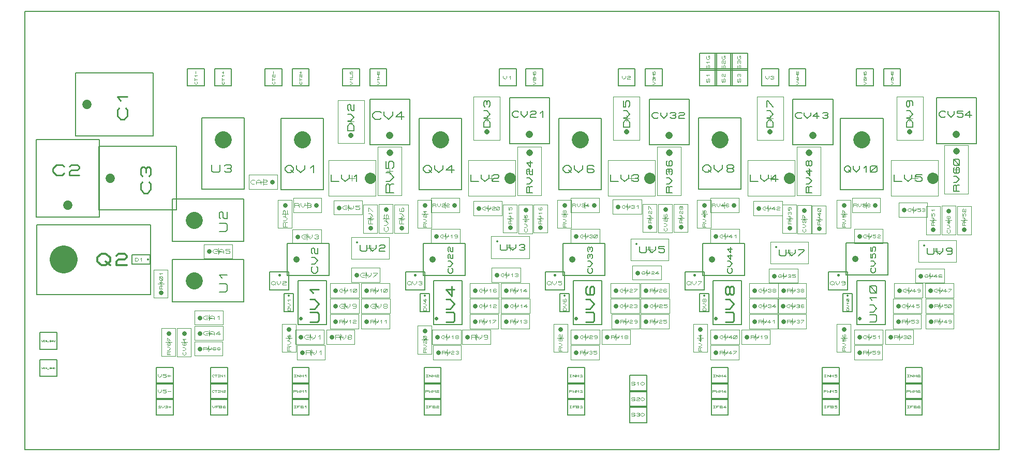
<source format=gbr>
G04 PROTEUS RS274X GERBER FILE*
%FSLAX45Y45*%
%MOMM*%
G01*
%ADD41C,0.203200*%
%ADD84C,0.050000*%
%ADD85C,1.828800*%
%ADD86C,0.184350*%
%ADD87C,0.036280*%
%ADD88C,0.063500*%
%ADD89C,0.721360*%
%ADD90C,0.110370*%
%ADD91C,0.843280*%
%ADD92C,0.173330*%
%ADD93C,1.219200*%
%ADD94C,0.210650*%
%ADD95C,1.120140*%
%ADD96C,0.208720*%
%ADD97C,2.794000*%
%ADD98C,0.206070*%
%ADD99C,0.571500*%
%ADD100C,0.234520*%
%ADD101C,0.107030*%
%ADD11C,1.016000*%
%ADD102C,0.169330*%
%ADD103C,0.355600*%
%ADD104C,0.076200*%
%ADD105C,0.406400*%
%ADD106C,0.096520*%
%ADD107C,0.342900*%
%ADD108C,0.163340*%
%ADD109C,0.080270*%
%ADD110C,0.082770*%
%ADD111C,0.158110*%
%ADD112C,0.156540*%
%ADD113C,0.127000*%
%ADD114C,0.175890*%
%ADD115C,0.057150*%
%ADD116C,0.050800*%
%ADD117C,0.084660*%
%ADD14C,1.524000*%
%ADD118C,0.275330*%
%ADD119C,4.572000*%
%ADD120C,0.309200*%
D41*
X-7429500Y-4254500D02*
X+8509000Y-4254500D01*
X+8509000Y+2921000D01*
X-7429500Y+2921000D01*
X-7429500Y-4254500D01*
D84*
X-1693000Y+480500D02*
X-2463000Y+480500D01*
X-2463000Y-99500D01*
X-1693000Y-99500D01*
X-1693000Y+480500D01*
X-2078000Y+140500D02*
X-2078000Y+240500D01*
X-2128000Y+190500D02*
X-2028000Y+190500D01*
D85*
X-1778000Y+190500D02*
X-1778000Y+190500D01*
D86*
X-2416350Y+245806D02*
X-2416350Y+135193D01*
X-2291910Y+135193D01*
X-2250430Y+245806D02*
X-2250430Y+190500D01*
X-2188210Y+135193D01*
X-2125990Y+190500D01*
X-2125990Y+245806D01*
X-2043030Y+208935D02*
X-2001550Y+245806D01*
X-2001550Y+135193D01*
D41*
X-7185660Y-2613660D02*
X-6911340Y-2613660D01*
X-6911340Y-2339340D01*
X-7185660Y-2339340D01*
X-7185660Y-2613660D01*
D87*
X-7162796Y-2465614D02*
X-7162796Y-2476500D01*
X-7150550Y-2487385D01*
X-7138304Y-2476500D01*
X-7138304Y-2465614D01*
X-7126058Y-2465614D02*
X-7109730Y-2465614D01*
X-7117894Y-2465614D02*
X-7117894Y-2487385D01*
X-7126058Y-2487385D02*
X-7109730Y-2487385D01*
X-7097484Y-2487385D02*
X-7097484Y-2465614D01*
X-7072992Y-2487385D01*
X-7072992Y-2465614D01*
X-7064828Y-2491014D02*
X-7040336Y-2491014D01*
X-7028090Y-2469243D02*
X-7024008Y-2465614D01*
X-7011762Y-2465614D01*
X-7007680Y-2469243D01*
X-7007680Y-2472871D01*
X-7011762Y-2476500D01*
X-7024008Y-2476500D01*
X-7028090Y-2480128D01*
X-7028090Y-2487385D01*
X-7007680Y-2487385D01*
X-6975024Y-2480128D02*
X-6999516Y-2480128D01*
X-6983188Y-2465614D01*
X-6983188Y-2487385D01*
X-6966860Y-2465614D02*
X-6966860Y-2476500D01*
X-6954614Y-2487385D01*
X-6942368Y-2476500D01*
X-6942368Y-2465614D01*
D41*
X-7185660Y-3058160D02*
X-6911340Y-3058160D01*
X-6911340Y-2783840D01*
X-7185660Y-2783840D01*
X-7185660Y-3058160D01*
D87*
X-7162796Y-2910114D02*
X-7162796Y-2921000D01*
X-7150550Y-2931885D01*
X-7138304Y-2921000D01*
X-7138304Y-2910114D01*
X-7126058Y-2910114D02*
X-7109730Y-2910114D01*
X-7117894Y-2910114D02*
X-7117894Y-2931885D01*
X-7126058Y-2931885D02*
X-7109730Y-2931885D01*
X-7097484Y-2931885D02*
X-7097484Y-2910114D01*
X-7072992Y-2931885D01*
X-7072992Y-2910114D01*
X-7064828Y-2935514D02*
X-7040336Y-2935514D01*
X-7015844Y-2924628D02*
X-7007680Y-2924628D01*
X-7007680Y-2931885D01*
X-7024008Y-2931885D01*
X-7032172Y-2924628D01*
X-7032172Y-2917371D01*
X-7024008Y-2910114D01*
X-7011762Y-2910114D01*
X-7007680Y-2913743D01*
X-6999516Y-2931885D02*
X-6999516Y-2910114D01*
X-6975024Y-2931885D01*
X-6975024Y-2910114D01*
X-6966860Y-2931885D02*
X-6966860Y-2910114D01*
X-6950532Y-2910114D01*
X-6942368Y-2917371D01*
X-6942368Y-2924628D01*
X-6950532Y-2931885D01*
X-6966860Y-2931885D01*
D41*
X-2232660Y+1704340D02*
X-1958340Y+1704340D01*
X-1958340Y+1978660D01*
X-2232660Y+1978660D01*
X-2232660Y+1704340D01*
D88*
X-2114550Y+1727200D02*
X-2095500Y+1727200D01*
X-2076450Y+1748631D01*
X-2095500Y+1770062D01*
X-2114550Y+1770062D01*
X-2101850Y+1798637D02*
X-2114550Y+1812925D01*
X-2076450Y+1812925D01*
X-2114550Y+1841500D02*
X-2076450Y+1841500D01*
X-2076450Y+1884362D01*
X-2082800Y+1898650D02*
X-2076450Y+1905793D01*
X-2076450Y+1934368D01*
X-2082800Y+1941512D01*
X-2089150Y+1941512D01*
X-2095500Y+1934368D01*
X-2095500Y+1905793D01*
X-2101850Y+1898650D01*
X-2108200Y+1898650D01*
X-2114550Y+1905793D01*
X-2114550Y+1934368D01*
X-2108200Y+1941512D01*
D41*
X-1788160Y+1704340D02*
X-1513840Y+1704340D01*
X-1513840Y+1978660D01*
X-1788160Y+1978660D01*
X-1788160Y+1704340D01*
D88*
X-1670050Y+1727200D02*
X-1651000Y+1727200D01*
X-1631950Y+1748631D01*
X-1651000Y+1770062D01*
X-1670050Y+1770062D01*
X-1657350Y+1798637D02*
X-1670050Y+1812925D01*
X-1631950Y+1812925D01*
X-1631950Y+1841500D02*
X-1670050Y+1841500D01*
X-1670050Y+1884362D02*
X-1631950Y+1884362D01*
X-1651000Y+1841500D02*
X-1651000Y+1884362D01*
X-1638300Y+1898650D02*
X-1631950Y+1905793D01*
X-1631950Y+1934368D01*
X-1638300Y+1941512D01*
X-1644650Y+1941512D01*
X-1651000Y+1934368D01*
X-1651000Y+1905793D01*
X-1657350Y+1898650D01*
X-1663700Y+1898650D01*
X-1670050Y+1905793D01*
X-1670050Y+1934368D01*
X-1663700Y+1941512D01*
D41*
X-3058160Y-3693160D02*
X-2783840Y-3693160D01*
X-2783840Y-3418840D01*
X-3058160Y-3418840D01*
X-3058160Y-3693160D01*
D88*
X-3028157Y-3536950D02*
X-2999582Y-3536950D01*
X-3013869Y-3536950D02*
X-3013869Y-3575050D01*
X-3028157Y-3575050D02*
X-2999582Y-3575050D01*
X-2978150Y-3575050D02*
X-2978150Y-3536950D01*
X-2935288Y-3536950D01*
X-2978150Y-3556000D02*
X-2949575Y-3556000D01*
X-2921000Y-3575050D02*
X-2921000Y-3536950D01*
X-2885282Y-3536950D01*
X-2878138Y-3543300D01*
X-2878138Y-3549650D01*
X-2885282Y-3556000D01*
X-2878138Y-3562350D01*
X-2878138Y-3568700D01*
X-2885282Y-3575050D01*
X-2921000Y-3575050D01*
X-2921000Y-3556000D02*
X-2885282Y-3556000D01*
X-2849563Y-3549650D02*
X-2835275Y-3536950D01*
X-2835275Y-3575050D01*
D41*
X-3058160Y-3185160D02*
X-2783840Y-3185160D01*
X-2783840Y-2910840D01*
X-3058160Y-2910840D01*
X-3058160Y-3185160D01*
D88*
X-3028157Y-3028950D02*
X-2999582Y-3028950D01*
X-3013869Y-3028950D02*
X-3013869Y-3067050D01*
X-3028157Y-3067050D02*
X-2999582Y-3067050D01*
X-2978150Y-3067050D02*
X-2978150Y-3028950D01*
X-2935288Y-3067050D01*
X-2935288Y-3028950D01*
X-2921000Y-3067050D02*
X-2921000Y-3028950D01*
X-2878138Y-3028950D02*
X-2878138Y-3067050D01*
X-2921000Y-3048000D02*
X-2878138Y-3048000D01*
X-2849563Y-3041650D02*
X-2835275Y-3028950D01*
X-2835275Y-3067050D01*
D41*
X-3058160Y-3439160D02*
X-2783840Y-3439160D01*
X-2783840Y-3164840D01*
X-3058160Y-3164840D01*
X-3058160Y-3439160D01*
D88*
X-3035300Y-3321050D02*
X-3035300Y-3282950D01*
X-2999582Y-3282950D01*
X-2992438Y-3289300D01*
X-2992438Y-3295650D01*
X-2999582Y-3302000D01*
X-3035300Y-3302000D01*
X-2978150Y-3282950D02*
X-2978150Y-3321050D01*
X-2956719Y-3302000D01*
X-2935288Y-3321050D01*
X-2935288Y-3282950D01*
X-2921000Y-3321050D02*
X-2921000Y-3282950D01*
X-2899569Y-3302000D01*
X-2878138Y-3282950D01*
X-2878138Y-3321050D01*
X-2849563Y-3295650D02*
X-2835275Y-3282950D01*
X-2835275Y-3321050D01*
D84*
X-4657000Y-2210500D02*
X-4187000Y-2210500D01*
X-4187000Y-1980500D01*
X-4657000Y-1980500D01*
X-4657000Y-2210500D01*
X-4422000Y-2045500D02*
X-4422000Y-2145500D01*
X-4372000Y-2095500D02*
X-4472000Y-2095500D01*
D89*
X-4572000Y-2095500D02*
X-4572000Y-2095500D01*
D90*
X-4434716Y-2117574D02*
X-4447132Y-2128611D01*
X-4484382Y-2128611D01*
X-4509215Y-2106537D01*
X-4509215Y-2084463D01*
X-4484382Y-2062389D01*
X-4447132Y-2062389D01*
X-4434716Y-2073426D01*
X-4409882Y-2128611D02*
X-4409882Y-2084463D01*
X-4385049Y-2062389D01*
X-4360216Y-2062389D01*
X-4335383Y-2084463D01*
X-4335383Y-2128611D01*
X-4409882Y-2106537D02*
X-4335383Y-2106537D01*
X-4285716Y-2084463D02*
X-4260883Y-2062389D01*
X-4260883Y-2128611D01*
D84*
X-3298000Y+242000D02*
X-3768000Y+242000D01*
X-3768000Y+12000D01*
X-3298000Y+12000D01*
X-3298000Y+242000D01*
X-3533000Y+77000D02*
X-3533000Y+177000D01*
X-3583000Y+127000D02*
X-3483000Y+127000D01*
D89*
X-3383000Y+127000D02*
X-3383000Y+127000D01*
D90*
X-3669284Y+104926D02*
X-3681700Y+93889D01*
X-3718950Y+93889D01*
X-3743783Y+115963D01*
X-3743783Y+138037D01*
X-3718950Y+160111D01*
X-3681700Y+160111D01*
X-3669284Y+149074D01*
X-3644450Y+93889D02*
X-3644450Y+138037D01*
X-3619617Y+160111D01*
X-3594784Y+160111D01*
X-3569951Y+138037D01*
X-3569951Y+93889D01*
X-3644450Y+115963D02*
X-3569951Y+115963D01*
X-3532701Y+149074D02*
X-3520284Y+160111D01*
X-3483034Y+160111D01*
X-3470618Y+149074D01*
X-3470618Y+138037D01*
X-3483034Y+127000D01*
X-3520284Y+127000D01*
X-3532701Y+115963D01*
X-3532701Y+93889D01*
X-3470618Y+93889D01*
D84*
X-1880500Y+759000D02*
X-1880500Y+1469000D01*
X-2310500Y+1469000D01*
X-2310500Y+759000D01*
X-1880500Y+759000D01*
X-2145500Y+1114000D02*
X-2045500Y+1114000D01*
X-2095500Y+1164000D02*
X-2095500Y+1064000D01*
D91*
X-2095500Y+889000D02*
X-2095500Y+889000D01*
D92*
X-2043498Y+967326D02*
X-2147501Y+967326D01*
X-2147501Y+1045328D01*
X-2112833Y+1084329D01*
X-2078166Y+1084329D01*
X-2043498Y+1045328D01*
X-2043498Y+967326D01*
X-2147501Y+1123330D02*
X-2095500Y+1123330D01*
X-2043498Y+1181831D01*
X-2095500Y+1240333D01*
X-2147501Y+1240333D01*
X-2130167Y+1298834D02*
X-2147501Y+1318335D01*
X-2147501Y+1376836D01*
X-2130167Y+1396337D01*
X-2112833Y+1396337D01*
X-2095500Y+1376836D01*
X-2095500Y+1318335D01*
X-2078166Y+1298834D01*
X-2043498Y+1298834D01*
X-2043498Y+1396337D01*
D41*
X-1788160Y+736600D02*
X-1132840Y+736600D01*
X-1132840Y+1485900D01*
X-1788160Y+1485900D01*
X-1788160Y+736600D01*
D93*
X-1460500Y+889000D02*
X-1460500Y+889000D01*
D94*
X-1602689Y+1175800D02*
X-1626387Y+1154735D01*
X-1697481Y+1154735D01*
X-1744877Y+1196865D01*
X-1744877Y+1238995D01*
X-1697481Y+1281125D01*
X-1626387Y+1281125D01*
X-1602689Y+1260060D01*
X-1555292Y+1281125D02*
X-1555292Y+1217930D01*
X-1484198Y+1154735D01*
X-1413104Y+1217930D01*
X-1413104Y+1281125D01*
X-1223519Y+1196865D02*
X-1365707Y+1196865D01*
X-1270915Y+1281125D01*
X-1270915Y+1154735D01*
D84*
X-1655500Y+700000D02*
X-1655500Y-90000D01*
X-1265500Y-90000D01*
X-1265500Y+700000D01*
X-1655500Y+700000D01*
X-1410500Y+305000D02*
X-1510500Y+305000D01*
X-1460500Y+255000D02*
X-1460500Y+355000D01*
D95*
X-1460500Y+610000D02*
X-1460500Y+610000D01*
D96*
X-1397882Y-51029D02*
X-1523117Y-51029D01*
X-1523117Y+66377D01*
X-1502244Y+89859D01*
X-1481372Y+89859D01*
X-1460500Y+66377D01*
X-1460500Y-51029D01*
X-1460500Y+66377D02*
X-1439627Y+89859D01*
X-1397882Y+89859D01*
X-1523117Y+136822D02*
X-1460500Y+136822D01*
X-1397882Y+207266D01*
X-1460500Y+277710D01*
X-1523117Y+277710D01*
X-1523117Y+465561D02*
X-1523117Y+348154D01*
X-1481372Y+348154D01*
X-1481372Y+442079D01*
X-1460500Y+465561D01*
X-1418755Y+465561D01*
X-1397882Y+442079D01*
X-1397882Y+371635D01*
X-1418755Y+348154D01*
D41*
X-3244850Y+0D02*
X-2546350Y+0D01*
X-2546350Y+1167130D01*
X-3244850Y+1167130D01*
X-3244850Y+0D01*
D97*
X-2895600Y+817880D02*
X-2895600Y+817880D01*
D98*
X-3173805Y+359697D02*
X-3127438Y+400913D01*
X-3081070Y+400913D01*
X-3034703Y+359697D01*
X-3034703Y+318482D01*
X-3081070Y+277266D01*
X-3127438Y+277266D01*
X-3173805Y+318482D01*
X-3173805Y+359697D01*
X-3081070Y+318482D02*
X-3034703Y+277266D01*
X-2988335Y+400913D02*
X-2988335Y+339090D01*
X-2918784Y+277266D01*
X-2849233Y+339090D01*
X-2849233Y+400913D01*
X-2756498Y+359697D02*
X-2710130Y+400913D01*
X-2710130Y+277266D01*
D41*
X-2964180Y-2209800D02*
X-2496820Y-2209800D01*
X-2496820Y-1485900D01*
X-2964180Y-1485900D01*
X-2964180Y-2209800D01*
D99*
X-2921000Y-2108200D02*
X-2921000Y-2108200D01*
D100*
X-2764980Y-2164459D02*
X-2647717Y-2164459D01*
X-2624265Y-2138075D01*
X-2624265Y-2032539D01*
X-2647717Y-2006155D01*
X-2764980Y-2006155D01*
X-2764980Y-1953386D02*
X-2694623Y-1953386D01*
X-2624265Y-1874234D01*
X-2694623Y-1795082D01*
X-2764980Y-1795082D01*
X-2718075Y-1689545D02*
X-2764980Y-1636777D01*
X-2624265Y-1636777D01*
D84*
X-2582000Y-139000D02*
X-3042000Y-139000D01*
X-3042000Y-369000D01*
X-2582000Y-369000D01*
X-2582000Y-139000D01*
X-2812000Y-304000D02*
X-2812000Y-204000D01*
X-2862000Y-254000D02*
X-2762000Y-254000D01*
D89*
X-2667000Y-254000D02*
X-2667000Y-254000D01*
D101*
X-3018283Y-286111D02*
X-3018283Y-221889D01*
X-2958075Y-221889D01*
X-2946034Y-232593D01*
X-2946034Y-243296D01*
X-2958075Y-254000D01*
X-3018283Y-254000D01*
X-2958075Y-254000D02*
X-2946034Y-264704D01*
X-2946034Y-286111D01*
X-2921950Y-221889D02*
X-2921950Y-254000D01*
X-2885826Y-286111D01*
X-2849701Y-254000D01*
X-2849701Y-221889D01*
X-2813576Y-232593D02*
X-2801534Y-221889D01*
X-2765409Y-221889D01*
X-2753368Y-232593D01*
X-2753368Y-243296D01*
X-2765409Y-254000D01*
X-2753368Y-264704D01*
X-2753368Y-275407D01*
X-2765409Y-286111D01*
X-2801534Y-286111D01*
X-2813576Y-275407D01*
X-2789493Y-254000D02*
X-2765409Y-254000D01*
D84*
X-3290000Y-169000D02*
X-3290000Y-629000D01*
X-3060000Y-629000D01*
X-3060000Y-169000D01*
X-3290000Y-169000D01*
X-3125000Y-399000D02*
X-3225000Y-399000D01*
X-3175000Y-449000D02*
X-3175000Y-349000D01*
D89*
X-3175000Y-254000D02*
X-3175000Y-254000D01*
D101*
X-3142889Y-605283D02*
X-3207111Y-605283D01*
X-3207111Y-545075D01*
X-3196407Y-533034D01*
X-3185704Y-533034D01*
X-3175000Y-545075D01*
X-3175000Y-605283D01*
X-3175000Y-545075D02*
X-3164296Y-533034D01*
X-3142889Y-533034D01*
X-3207111Y-508950D02*
X-3175000Y-508950D01*
X-3142889Y-472826D01*
X-3175000Y-436701D01*
X-3207111Y-436701D01*
X-3196407Y-400576D02*
X-3207111Y-388534D01*
X-3207111Y-352409D01*
X-3196407Y-340368D01*
X-3185704Y-340368D01*
X-3175000Y-352409D01*
X-3175000Y-388534D01*
X-3164296Y-400576D01*
X-3142889Y-400576D01*
X-3142889Y-340368D01*
D84*
X-3052000Y-883350D02*
X-2582000Y-883350D01*
X-2582000Y-653350D01*
X-3052000Y-653350D01*
X-3052000Y-883350D01*
X-2817000Y-718350D02*
X-2817000Y-818350D01*
X-2767000Y-768350D02*
X-2867000Y-768350D01*
D89*
X-2967000Y-768350D02*
X-2967000Y-768350D01*
D90*
X-2829716Y-790424D02*
X-2842132Y-801461D01*
X-2879382Y-801461D01*
X-2904215Y-779387D01*
X-2904215Y-757313D01*
X-2879382Y-735239D01*
X-2842132Y-735239D01*
X-2829716Y-746276D01*
X-2804882Y-735239D02*
X-2804882Y-768350D01*
X-2767633Y-801461D01*
X-2730383Y-768350D01*
X-2730383Y-735239D01*
X-2693133Y-746276D02*
X-2680716Y-735239D01*
X-2643466Y-735239D01*
X-2631050Y-746276D01*
X-2631050Y-757313D01*
X-2643466Y-768350D01*
X-2631050Y-779387D01*
X-2631050Y-790424D01*
X-2643466Y-801461D01*
X-2680716Y-801461D01*
X-2693133Y-790424D01*
X-2668300Y-768350D02*
X-2643466Y-768350D01*
D41*
X-3136900Y-1407160D02*
X-2451100Y-1407160D01*
X-2451100Y-878840D01*
X-3136900Y-878840D01*
X-3136900Y-1407160D01*
D11*
X-2984500Y-1143000D02*
X-2984500Y-1143000D01*
D102*
X-2658533Y-1257299D02*
X-2641600Y-1276349D01*
X-2641600Y-1333499D01*
X-2675467Y-1371598D01*
X-2709333Y-1371598D01*
X-2743200Y-1333499D01*
X-2743200Y-1276349D01*
X-2726267Y-1257299D01*
X-2743200Y-1219199D02*
X-2692400Y-1219199D01*
X-2641600Y-1162050D01*
X-2692400Y-1104900D01*
X-2743200Y-1104900D01*
X-2726267Y-1047751D02*
X-2743200Y-1028701D01*
X-2743200Y-971551D01*
X-2726267Y-952501D01*
X-2709333Y-952501D01*
X-2692400Y-971551D01*
X-2692400Y-1028701D01*
X-2675467Y-1047751D01*
X-2641600Y-1047751D01*
X-2641600Y-952501D01*
D41*
X-3186580Y-2000250D02*
X-3036420Y-2000250D01*
X-3036420Y-1701800D01*
X-3186580Y-1701800D01*
X-3186580Y-2000250D01*
D103*
X-3111500Y-1733550D02*
X-3111500Y-1733550D01*
D104*
X-3088640Y-1978660D02*
X-3134360Y-1978660D01*
X-3134360Y-1944370D01*
X-3119120Y-1927225D01*
X-3103880Y-1927225D01*
X-3088640Y-1944370D01*
X-3088640Y-1978660D01*
X-3134360Y-1910080D02*
X-3111500Y-1910080D01*
X-3088640Y-1884363D01*
X-3111500Y-1858645D01*
X-3134360Y-1858645D01*
X-3119120Y-1824355D02*
X-3134360Y-1807210D01*
X-3088640Y-1807210D01*
D84*
X-3006000Y-2528000D02*
X-2536000Y-2528000D01*
X-2536000Y-2298000D01*
X-3006000Y-2298000D01*
X-3006000Y-2528000D01*
X-2771000Y-2363000D02*
X-2771000Y-2463000D01*
X-2721000Y-2413000D02*
X-2821000Y-2413000D01*
D89*
X-2921000Y-2413000D02*
X-2921000Y-2413000D01*
D90*
X-2783716Y-2435074D02*
X-2796132Y-2446111D01*
X-2833382Y-2446111D01*
X-2858215Y-2424037D01*
X-2858215Y-2401963D01*
X-2833382Y-2379889D01*
X-2796132Y-2379889D01*
X-2783716Y-2390926D01*
X-2758882Y-2379889D02*
X-2758882Y-2413000D01*
X-2721633Y-2446111D01*
X-2684383Y-2413000D01*
X-2684383Y-2379889D01*
X-2634716Y-2401963D02*
X-2609883Y-2379889D01*
X-2609883Y-2446111D01*
D84*
X-2978500Y-2782000D02*
X-2518500Y-2782000D01*
X-2518500Y-2552000D01*
X-2978500Y-2552000D01*
X-2978500Y-2782000D01*
X-2748500Y-2617000D02*
X-2748500Y-2717000D01*
X-2698500Y-2667000D02*
X-2798500Y-2667000D01*
D89*
X-2893500Y-2667000D02*
X-2893500Y-2667000D01*
D101*
X-2831215Y-2699111D02*
X-2831215Y-2634889D01*
X-2771007Y-2634889D01*
X-2758966Y-2645593D01*
X-2758966Y-2656296D01*
X-2771007Y-2667000D01*
X-2831215Y-2667000D01*
X-2771007Y-2667000D02*
X-2758966Y-2677704D01*
X-2758966Y-2699111D01*
X-2734882Y-2634889D02*
X-2734882Y-2667000D01*
X-2698758Y-2699111D01*
X-2662633Y-2667000D01*
X-2662633Y-2634889D01*
X-2614466Y-2656296D02*
X-2590383Y-2634889D01*
X-2590383Y-2699111D01*
D41*
X-3423920Y-1638300D02*
X-3114040Y-1638300D01*
X-3114040Y-1346200D01*
X-3423920Y-1346200D01*
X-3423920Y-1638300D01*
D105*
X-3268980Y-1397000D02*
X-3268980Y-1397000D01*
D106*
X-3399282Y-1518158D02*
X-3377565Y-1498854D01*
X-3355848Y-1498854D01*
X-3334131Y-1518158D01*
X-3334131Y-1537462D01*
X-3355848Y-1556766D01*
X-3377565Y-1556766D01*
X-3399282Y-1537462D01*
X-3399282Y-1518158D01*
X-3355848Y-1537462D02*
X-3334131Y-1556766D01*
X-3312414Y-1498854D02*
X-3312414Y-1527810D01*
X-3279839Y-1556766D01*
X-3247263Y-1527810D01*
X-3247263Y-1498854D01*
X-3214688Y-1508506D02*
X-3203829Y-1498854D01*
X-3171254Y-1498854D01*
X-3160395Y-1508506D01*
X-3160395Y-1518158D01*
X-3171254Y-1527810D01*
X-3203829Y-1527810D01*
X-3214688Y-1537462D01*
X-3214688Y-1556766D01*
X-3160395Y-1556766D01*
D84*
X-3226500Y-2201000D02*
X-3226500Y-2661000D01*
X-2996500Y-2661000D01*
X-2996500Y-2201000D01*
X-3226500Y-2201000D01*
X-3061500Y-2431000D02*
X-3161500Y-2431000D01*
X-3111500Y-2481000D02*
X-3111500Y-2381000D01*
D89*
X-3111500Y-2286000D02*
X-3111500Y-2286000D01*
D101*
X-3079389Y-2637283D02*
X-3143611Y-2637283D01*
X-3143611Y-2577075D01*
X-3132907Y-2565034D01*
X-3122204Y-2565034D01*
X-3111500Y-2577075D01*
X-3111500Y-2637283D01*
X-3111500Y-2577075D02*
X-3100796Y-2565034D01*
X-3079389Y-2565034D01*
X-3143611Y-2540950D02*
X-3111500Y-2540950D01*
X-3079389Y-2504826D01*
X-3111500Y-2468701D01*
X-3143611Y-2468701D01*
X-3100796Y-2372368D02*
X-3100796Y-2444617D01*
X-3143611Y-2396451D01*
X-3079389Y-2396451D01*
D84*
X-1663000Y-707300D02*
X-1663000Y-247300D01*
X-1893000Y-247300D01*
X-1893000Y-707300D01*
X-1663000Y-707300D01*
X-1828000Y-477300D02*
X-1728000Y-477300D01*
X-1778000Y-427300D02*
X-1778000Y-527300D01*
D89*
X-1778000Y-622300D02*
X-1778000Y-622300D01*
D101*
X-1745889Y-560015D02*
X-1810111Y-560015D01*
X-1810111Y-499807D01*
X-1799407Y-487766D01*
X-1788704Y-487766D01*
X-1778000Y-499807D01*
X-1778000Y-560015D01*
X-1778000Y-499807D02*
X-1767296Y-487766D01*
X-1745889Y-487766D01*
X-1810111Y-463682D02*
X-1778000Y-463682D01*
X-1745889Y-427558D01*
X-1778000Y-391433D01*
X-1810111Y-391433D01*
X-1810111Y-355308D02*
X-1810111Y-295100D01*
X-1799407Y-295100D01*
X-1745889Y-355308D01*
D84*
X-1155000Y-707300D02*
X-1155000Y-247300D01*
X-1385000Y-247300D01*
X-1385000Y-707300D01*
X-1155000Y-707300D01*
X-1320000Y-477300D02*
X-1220000Y-477300D01*
X-1270000Y-427300D02*
X-1270000Y-527300D01*
D89*
X-1270000Y-622300D02*
X-1270000Y-622300D01*
D101*
X-1237889Y-560015D02*
X-1302111Y-560015D01*
X-1302111Y-499807D01*
X-1291407Y-487766D01*
X-1280704Y-487766D01*
X-1270000Y-499807D01*
X-1270000Y-560015D01*
X-1270000Y-499807D02*
X-1259296Y-487766D01*
X-1237889Y-487766D01*
X-1302111Y-463682D02*
X-1270000Y-463682D01*
X-1237889Y-427558D01*
X-1270000Y-391433D01*
X-1302111Y-391433D01*
X-1291407Y-295100D02*
X-1302111Y-307141D01*
X-1302111Y-343266D01*
X-1291407Y-355308D01*
X-1248593Y-355308D01*
X-1237889Y-343266D01*
X-1237889Y-307141D01*
X-1248593Y-295100D01*
X-1259296Y-295100D01*
X-1270000Y-307141D01*
X-1270000Y-355308D01*
D84*
X-1639000Y-237300D02*
X-1639000Y-707300D01*
X-1409000Y-707300D01*
X-1409000Y-237300D01*
X-1639000Y-237300D01*
X-1474000Y-472300D02*
X-1574000Y-472300D01*
X-1524000Y-522300D02*
X-1524000Y-422300D01*
D89*
X-1524000Y-322300D02*
X-1524000Y-322300D01*
D90*
X-1501926Y-608584D02*
X-1490889Y-621000D01*
X-1490889Y-658250D01*
X-1512963Y-683083D01*
X-1535037Y-683083D01*
X-1557111Y-658250D01*
X-1557111Y-621000D01*
X-1546074Y-608584D01*
X-1557111Y-583750D02*
X-1524000Y-583750D01*
X-1490889Y-546501D01*
X-1524000Y-509251D01*
X-1557111Y-509251D01*
X-1546074Y-409918D02*
X-1557111Y-422334D01*
X-1557111Y-459584D01*
X-1546074Y-472001D01*
X-1501926Y-472001D01*
X-1490889Y-459584D01*
X-1490889Y-422334D01*
X-1501926Y-409918D01*
X-1512963Y-409918D01*
X-1524000Y-422334D01*
X-1524000Y-472001D01*
D84*
X-2088900Y-1136600D02*
X-1468900Y-1136600D01*
X-1468900Y-776600D01*
X-2088900Y-776600D01*
X-2088900Y-1136600D01*
X-1778900Y-906600D02*
X-1778900Y-1006600D01*
X-1728900Y-956600D02*
X-1828900Y-956600D01*
D107*
X-1993900Y-859100D02*
X-1993900Y-859100D01*
D108*
X-1942093Y-907596D02*
X-1942093Y-989269D01*
X-1923717Y-1005603D01*
X-1850212Y-1005603D01*
X-1831836Y-989269D01*
X-1831836Y-907596D01*
X-1795083Y-907596D02*
X-1795083Y-956600D01*
X-1739955Y-1005603D01*
X-1684826Y-956600D01*
X-1684826Y-907596D01*
X-1629697Y-923931D02*
X-1611321Y-907596D01*
X-1556192Y-907596D01*
X-1537816Y-923931D01*
X-1537816Y-940265D01*
X-1556192Y-956600D01*
X-1611321Y-956600D01*
X-1629697Y-972934D01*
X-1629697Y-1005603D01*
X-1537816Y-1005603D01*
D84*
X-2091600Y-1512000D02*
X-1621600Y-1512000D01*
X-1621600Y-1282000D01*
X-2091600Y-1282000D01*
X-2091600Y-1512000D01*
X-1856600Y-1347000D02*
X-1856600Y-1447000D01*
X-1806600Y-1397000D02*
X-1906600Y-1397000D01*
D89*
X-2006600Y-1397000D02*
X-2006600Y-1397000D01*
D90*
X-1869316Y-1419074D02*
X-1881732Y-1430111D01*
X-1918982Y-1430111D01*
X-1943815Y-1408037D01*
X-1943815Y-1385963D01*
X-1918982Y-1363889D01*
X-1881732Y-1363889D01*
X-1869316Y-1374926D01*
X-1844482Y-1363889D02*
X-1844482Y-1397000D01*
X-1807233Y-1430111D01*
X-1769983Y-1397000D01*
X-1769983Y-1363889D01*
X-1732733Y-1363889D02*
X-1670650Y-1363889D01*
X-1670650Y-1374926D01*
X-1732733Y-1430111D01*
D84*
X-1926500Y-2274000D02*
X-1466500Y-2274000D01*
X-1466500Y-2044000D01*
X-1926500Y-2044000D01*
X-1926500Y-2274000D01*
X-1696500Y-2109000D02*
X-1696500Y-2209000D01*
X-1646500Y-2159000D02*
X-1746500Y-2159000D01*
D89*
X-1841500Y-2159000D02*
X-1841500Y-2159000D01*
D109*
X-1779216Y-2183084D02*
X-1779216Y-2134917D01*
X-1734060Y-2134917D01*
X-1725029Y-2142945D01*
X-1725029Y-2150973D01*
X-1734060Y-2159000D01*
X-1779216Y-2159000D01*
X-1734060Y-2159000D02*
X-1725029Y-2167028D01*
X-1725029Y-2183084D01*
X-1706966Y-2134917D02*
X-1706966Y-2159000D01*
X-1679873Y-2183084D01*
X-1652779Y-2159000D01*
X-1652779Y-2134917D01*
X-1616654Y-2150973D02*
X-1598591Y-2134917D01*
X-1598591Y-2183084D01*
X-1544404Y-2150973D02*
X-1526341Y-2134917D01*
X-1526341Y-2183084D01*
D84*
X-1926500Y-1766000D02*
X-1466500Y-1766000D01*
X-1466500Y-1536000D01*
X-1926500Y-1536000D01*
X-1926500Y-1766000D01*
X-1696500Y-1601000D02*
X-1696500Y-1701000D01*
X-1646500Y-1651000D02*
X-1746500Y-1651000D01*
D89*
X-1841500Y-1651000D02*
X-1841500Y-1651000D01*
D109*
X-1779216Y-1675084D02*
X-1779216Y-1626917D01*
X-1734060Y-1626917D01*
X-1725029Y-1634945D01*
X-1725029Y-1642973D01*
X-1734060Y-1651000D01*
X-1779216Y-1651000D01*
X-1734060Y-1651000D02*
X-1725029Y-1659028D01*
X-1725029Y-1675084D01*
X-1706966Y-1626917D02*
X-1706966Y-1651000D01*
X-1679873Y-1675084D01*
X-1652779Y-1651000D01*
X-1652779Y-1626917D01*
X-1616654Y-1642973D02*
X-1598591Y-1626917D01*
X-1598591Y-1675084D01*
X-1562466Y-1667056D02*
X-1562466Y-1634945D01*
X-1553435Y-1626917D01*
X-1517310Y-1626917D01*
X-1508279Y-1634945D01*
X-1508279Y-1667056D01*
X-1517310Y-1675084D01*
X-1553435Y-1675084D01*
X-1562466Y-1667056D01*
X-1562466Y-1675084D02*
X-1508279Y-1626917D01*
D84*
X-2434500Y-2274000D02*
X-1974500Y-2274000D01*
X-1974500Y-2044000D01*
X-2434500Y-2044000D01*
X-2434500Y-2274000D01*
X-2204500Y-2109000D02*
X-2204500Y-2209000D01*
X-2154500Y-2159000D02*
X-2254500Y-2159000D01*
D89*
X-2349500Y-2159000D02*
X-2349500Y-2159000D01*
D109*
X-2287216Y-2183084D02*
X-2287216Y-2134917D01*
X-2242060Y-2134917D01*
X-2233029Y-2142945D01*
X-2233029Y-2150973D01*
X-2242060Y-2159000D01*
X-2287216Y-2159000D01*
X-2242060Y-2159000D02*
X-2233029Y-2167028D01*
X-2233029Y-2183084D01*
X-2214966Y-2134917D02*
X-2214966Y-2159000D01*
X-2187873Y-2183084D01*
X-2160779Y-2159000D01*
X-2160779Y-2134917D01*
X-2124654Y-2150973D02*
X-2106591Y-2134917D01*
X-2106591Y-2183084D01*
X-2061435Y-2142945D02*
X-2052404Y-2134917D01*
X-2025310Y-2134917D01*
X-2016279Y-2142945D01*
X-2016279Y-2150973D01*
X-2025310Y-2159000D01*
X-2052404Y-2159000D01*
X-2061435Y-2167028D01*
X-2061435Y-2183084D01*
X-2016279Y-2183084D01*
D84*
X-2434500Y-1766000D02*
X-1964500Y-1766000D01*
X-1964500Y-1536000D01*
X-2434500Y-1536000D01*
X-2434500Y-1766000D01*
X-2199500Y-1601000D02*
X-2199500Y-1701000D01*
X-2149500Y-1651000D02*
X-2249500Y-1651000D01*
D89*
X-2349500Y-1651000D02*
X-2349500Y-1651000D01*
D110*
X-2230841Y-1667556D02*
X-2240154Y-1675834D01*
X-2268091Y-1675834D01*
X-2286716Y-1659278D01*
X-2286716Y-1642723D01*
X-2268091Y-1626167D01*
X-2240154Y-1626167D01*
X-2230841Y-1634445D01*
X-2212216Y-1626167D02*
X-2212216Y-1651000D01*
X-2184279Y-1675834D01*
X-2156341Y-1651000D01*
X-2156341Y-1626167D01*
X-2119091Y-1642723D02*
X-2100466Y-1626167D01*
X-2100466Y-1675834D01*
X-2063216Y-1667556D02*
X-2063216Y-1634445D01*
X-2053904Y-1626167D01*
X-2016654Y-1626167D01*
X-2007341Y-1634445D01*
X-2007341Y-1667556D01*
X-2016654Y-1675834D01*
X-2053904Y-1675834D01*
X-2063216Y-1667556D01*
X-2063216Y-1675834D02*
X-2007341Y-1626167D01*
D84*
X-2434500Y-2020000D02*
X-1964500Y-2020000D01*
X-1964500Y-1790000D01*
X-2434500Y-1790000D01*
X-2434500Y-2020000D01*
X-2199500Y-1855000D02*
X-2199500Y-1955000D01*
X-2149500Y-1905000D02*
X-2249500Y-1905000D01*
D89*
X-2349500Y-1905000D02*
X-2349500Y-1905000D01*
D90*
X-2212216Y-1927074D02*
X-2224632Y-1938111D01*
X-2261882Y-1938111D01*
X-2286715Y-1916037D01*
X-2286715Y-1893963D01*
X-2261882Y-1871889D01*
X-2224632Y-1871889D01*
X-2212216Y-1882926D01*
X-2187382Y-1871889D02*
X-2187382Y-1905000D01*
X-2150133Y-1938111D01*
X-2112883Y-1905000D01*
X-2112883Y-1871889D01*
X-2013550Y-1893963D02*
X-2025966Y-1905000D01*
X-2063216Y-1905000D01*
X-2075633Y-1893963D01*
X-2075633Y-1882926D01*
X-2063216Y-1871889D01*
X-2025966Y-1871889D01*
X-2013550Y-1882926D01*
X-2013550Y-1927074D01*
X-2025966Y-1938111D01*
X-2063216Y-1938111D01*
D84*
X-1926500Y-2020000D02*
X-1456500Y-2020000D01*
X-1456500Y-1790000D01*
X-1926500Y-1790000D01*
X-1926500Y-2020000D01*
X-1691500Y-1855000D02*
X-1691500Y-1955000D01*
X-1641500Y-1905000D02*
X-1741500Y-1905000D01*
D89*
X-1841500Y-1905000D02*
X-1841500Y-1905000D01*
D90*
X-1704216Y-1927074D02*
X-1716632Y-1938111D01*
X-1753882Y-1938111D01*
X-1778715Y-1916037D01*
X-1778715Y-1893963D01*
X-1753882Y-1871889D01*
X-1716632Y-1871889D01*
X-1704216Y-1882926D01*
X-1679382Y-1871889D02*
X-1679382Y-1905000D01*
X-1642133Y-1938111D01*
X-1604883Y-1905000D01*
X-1604883Y-1871889D01*
X-1555216Y-1905000D02*
X-1567633Y-1893963D01*
X-1567633Y-1882926D01*
X-1555216Y-1871889D01*
X-1517966Y-1871889D01*
X-1505550Y-1882926D01*
X-1505550Y-1893963D01*
X-1517966Y-1905000D01*
X-1555216Y-1905000D01*
X-1567633Y-1916037D01*
X-1567633Y-1927074D01*
X-1555216Y-1938111D01*
X-1517966Y-1938111D01*
X-1505550Y-1927074D01*
X-1505550Y-1916037D01*
X-1517966Y-1905000D01*
D84*
X-2378900Y-407100D02*
X-1908900Y-407100D01*
X-1908900Y-177100D01*
X-2378900Y-177100D01*
X-2378900Y-407100D01*
X-2143900Y-242100D02*
X-2143900Y-342100D01*
X-2093900Y-292100D02*
X-2193900Y-292100D01*
D89*
X-2293900Y-292100D02*
X-2293900Y-292100D01*
D90*
X-2156616Y-314174D02*
X-2169032Y-325211D01*
X-2206282Y-325211D01*
X-2231115Y-303137D01*
X-2231115Y-281063D01*
X-2206282Y-258989D01*
X-2169032Y-258989D01*
X-2156616Y-270026D01*
X-2131782Y-258989D02*
X-2131782Y-292100D01*
X-2094533Y-325211D01*
X-2057283Y-292100D01*
X-2057283Y-258989D01*
X-1957950Y-258989D02*
X-2020033Y-258989D01*
X-2020033Y-281063D01*
X-1970366Y-281063D01*
X-1957950Y-292100D01*
X-1957950Y-314174D01*
X-1970366Y-325211D01*
X-2007616Y-325211D01*
X-2020033Y-314174D01*
D41*
X-984250Y+0D02*
X-285750Y+0D01*
X-285750Y+1167130D01*
X-984250Y+1167130D01*
X-984250Y+0D01*
D97*
X-635000Y+817880D02*
X-635000Y+817880D01*
D98*
X-913205Y+359697D02*
X-866838Y+400913D01*
X-820470Y+400913D01*
X-774103Y+359697D01*
X-774103Y+318482D01*
X-820470Y+277266D01*
X-866838Y+277266D01*
X-913205Y+318482D01*
X-913205Y+359697D01*
X-820470Y+318482D02*
X-774103Y+277266D01*
X-727735Y+400913D02*
X-727735Y+339090D01*
X-658184Y+277266D01*
X-588633Y+339090D01*
X-588633Y+400913D01*
X-403163Y+318482D02*
X-542265Y+318482D01*
X-449530Y+400913D01*
X-449530Y+277266D01*
D84*
X+593000Y+480500D02*
X-177000Y+480500D01*
X-177000Y-99500D01*
X+593000Y-99500D01*
X+593000Y+480500D01*
X+208000Y+140500D02*
X+208000Y+240500D01*
X+158000Y+190500D02*
X+258000Y+190500D01*
D85*
X+508000Y+190500D02*
X+508000Y+190500D01*
D86*
X-130350Y+245806D02*
X-130350Y+135193D01*
X-5910Y+135193D01*
X+35570Y+245806D02*
X+35570Y+190500D01*
X+97790Y+135193D01*
X+160010Y+190500D01*
X+160010Y+245806D01*
X+222230Y+227371D02*
X+242970Y+245806D01*
X+305190Y+245806D01*
X+325930Y+227371D01*
X+325930Y+208935D01*
X+305190Y+190500D01*
X+242970Y+190500D01*
X+222230Y+172064D01*
X+222230Y+135193D01*
X+325930Y+135193D01*
D84*
X+342000Y+817000D02*
X+342000Y+1527000D01*
X-88000Y+1527000D01*
X-88000Y+817000D01*
X+342000Y+817000D01*
X+77000Y+1172000D02*
X+177000Y+1172000D01*
X+127000Y+1222000D02*
X+127000Y+1122000D01*
D91*
X+127000Y+947000D02*
X+127000Y+947000D01*
D92*
X+179002Y+1025326D02*
X+74999Y+1025326D01*
X+74999Y+1103328D01*
X+109667Y+1142329D01*
X+144334Y+1142329D01*
X+179002Y+1103328D01*
X+179002Y+1025326D01*
X+74999Y+1181330D02*
X+127000Y+1181330D01*
X+179002Y+1239831D01*
X+127000Y+1298333D01*
X+74999Y+1298333D01*
X+92333Y+1356834D02*
X+74999Y+1376335D01*
X+74999Y+1434836D01*
X+92333Y+1454337D01*
X+109667Y+1454337D01*
X+127000Y+1434836D01*
X+144334Y+1454337D01*
X+161668Y+1454337D01*
X+179002Y+1434836D01*
X+179002Y+1376335D01*
X+161668Y+1356834D01*
X+127000Y+1395835D02*
X+127000Y+1434836D01*
D41*
X+497840Y+754600D02*
X+1153160Y+754600D01*
X+1153160Y+1503900D01*
X+497840Y+1503900D01*
X+497840Y+754600D01*
D93*
X+825500Y+907000D02*
X+825500Y+907000D01*
D111*
X+647621Y+1204307D02*
X+629833Y+1188496D01*
X+576469Y+1188496D01*
X+540894Y+1220119D01*
X+540894Y+1251742D01*
X+576469Y+1283365D01*
X+629833Y+1283365D01*
X+647621Y+1267553D01*
X+683197Y+1283365D02*
X+683197Y+1235930D01*
X+736560Y+1188496D01*
X+789924Y+1235930D01*
X+789924Y+1283365D01*
X+843287Y+1267553D02*
X+861075Y+1283365D01*
X+914439Y+1283365D01*
X+932227Y+1267553D01*
X+932227Y+1251742D01*
X+914439Y+1235930D01*
X+861075Y+1235930D01*
X+843287Y+1220119D01*
X+843287Y+1188496D01*
X+932227Y+1188496D01*
X+1003378Y+1251742D02*
X+1038954Y+1283365D01*
X+1038954Y+1188496D01*
D84*
X+630500Y+700000D02*
X+630500Y-90000D01*
X+1020500Y-90000D01*
X+1020500Y+700000D01*
X+630500Y+700000D01*
X+875500Y+305000D02*
X+775500Y+305000D01*
X+825500Y+255000D02*
X+825500Y+355000D01*
D95*
X+825500Y+610000D02*
X+825500Y+610000D01*
D112*
X+872463Y-51029D02*
X+778537Y-51029D01*
X+778537Y+37026D01*
X+794191Y+54637D01*
X+809846Y+54637D01*
X+825500Y+37026D01*
X+825500Y-51029D01*
X+825500Y+37026D02*
X+841154Y+54637D01*
X+872463Y+54637D01*
X+778537Y+89859D02*
X+825500Y+89859D01*
X+872463Y+142692D01*
X+825500Y+195525D01*
X+778537Y+195525D01*
X+794191Y+248358D02*
X+778537Y+265969D01*
X+778537Y+318802D01*
X+794191Y+336413D01*
X+809846Y+336413D01*
X+825500Y+318802D01*
X+825500Y+265969D01*
X+841154Y+248358D01*
X+872463Y+248358D01*
X+872463Y+336413D01*
X+841154Y+477301D02*
X+841154Y+371635D01*
X+778537Y+442079D01*
X+872463Y+442079D01*
D84*
X+198900Y-1125400D02*
X+818900Y-1125400D01*
X+818900Y-765400D01*
X+198900Y-765400D01*
X+198900Y-1125400D01*
X+508900Y-895400D02*
X+508900Y-995400D01*
X+558900Y-945400D02*
X+458900Y-945400D01*
D107*
X+293900Y-847900D02*
X+293900Y-847900D01*
D108*
X+345707Y-896396D02*
X+345707Y-978069D01*
X+364083Y-994403D01*
X+437588Y-994403D01*
X+455964Y-978069D01*
X+455964Y-896396D01*
X+492717Y-896396D02*
X+492717Y-945400D01*
X+547845Y-994403D01*
X+602974Y-945400D01*
X+602974Y-896396D01*
X+658103Y-912731D02*
X+676479Y-896396D01*
X+731608Y-896396D01*
X+749984Y-912731D01*
X+749984Y-929065D01*
X+731608Y-945400D01*
X+749984Y-961734D01*
X+749984Y-978069D01*
X+731608Y-994403D01*
X+676479Y-994403D01*
X+658103Y-978069D01*
X+694855Y-945400D02*
X+731608Y-945400D01*
D84*
X-1004000Y-169000D02*
X-1004000Y-629000D01*
X-774000Y-629000D01*
X-774000Y-169000D01*
X-1004000Y-169000D01*
X-839000Y-399000D02*
X-939000Y-399000D01*
X-889000Y-449000D02*
X-889000Y-349000D01*
D89*
X-889000Y-254000D02*
X-889000Y-254000D01*
D109*
X-864916Y-605284D02*
X-913083Y-605284D01*
X-913083Y-560128D01*
X-905055Y-551097D01*
X-897027Y-551097D01*
X-889000Y-560128D01*
X-889000Y-605284D01*
X-889000Y-560128D02*
X-880972Y-551097D01*
X-864916Y-551097D01*
X-913083Y-533034D02*
X-889000Y-533034D01*
X-864916Y-505941D01*
X-889000Y-478847D01*
X-913083Y-478847D01*
X-905055Y-451753D02*
X-913083Y-442722D01*
X-913083Y-415628D01*
X-905055Y-406597D01*
X-897027Y-406597D01*
X-889000Y-415628D01*
X-889000Y-442722D01*
X-880972Y-451753D01*
X-864916Y-451753D01*
X-864916Y-406597D01*
X-897027Y-370472D02*
X-913083Y-352409D01*
X-864916Y-352409D01*
D84*
X-323500Y-139000D02*
X-783500Y-139000D01*
X-783500Y-369000D01*
X-323500Y-369000D01*
X-323500Y-139000D01*
X-553500Y-304000D02*
X-553500Y-204000D01*
X-603500Y-254000D02*
X-503500Y-254000D01*
D89*
X-408500Y-254000D02*
X-408500Y-254000D01*
D109*
X-759784Y-278084D02*
X-759784Y-229917D01*
X-714628Y-229917D01*
X-705597Y-237945D01*
X-705597Y-245973D01*
X-714628Y-254000D01*
X-759784Y-254000D01*
X-714628Y-254000D02*
X-705597Y-262028D01*
X-705597Y-278084D01*
X-687534Y-229917D02*
X-687534Y-254000D01*
X-660441Y-278084D01*
X-633347Y-254000D01*
X-633347Y-229917D01*
X-606253Y-237945D02*
X-597222Y-229917D01*
X-570128Y-229917D01*
X-561097Y-237945D01*
X-561097Y-245973D01*
X-570128Y-254000D01*
X-597222Y-254000D01*
X-606253Y-262028D01*
X-606253Y-278084D01*
X-561097Y-278084D01*
X-534003Y-237945D02*
X-524972Y-229917D01*
X-497878Y-229917D01*
X-488847Y-237945D01*
X-488847Y-245973D01*
X-497878Y-254000D01*
X-524972Y-254000D01*
X-534003Y-262028D01*
X-534003Y-278084D01*
X-488847Y-278084D01*
D84*
X-783500Y-877000D02*
X-313500Y-877000D01*
X-313500Y-647000D01*
X-783500Y-647000D01*
X-783500Y-877000D01*
X-548500Y-712000D02*
X-548500Y-812000D01*
X-498500Y-762000D02*
X-598500Y-762000D01*
D89*
X-698500Y-762000D02*
X-698500Y-762000D01*
D110*
X-579841Y-778556D02*
X-589154Y-786834D01*
X-617091Y-786834D01*
X-635716Y-770278D01*
X-635716Y-753723D01*
X-617091Y-737167D01*
X-589154Y-737167D01*
X-579841Y-745445D01*
X-561216Y-737167D02*
X-561216Y-762000D01*
X-533279Y-786834D01*
X-505341Y-762000D01*
X-505341Y-737167D01*
X-468091Y-753723D02*
X-449466Y-737167D01*
X-449466Y-786834D01*
X-356341Y-753723D02*
X-365654Y-762000D01*
X-393591Y-762000D01*
X-402904Y-753723D01*
X-402904Y-745445D01*
X-393591Y-737167D01*
X-365654Y-737167D01*
X-356341Y-745445D01*
X-356341Y-778556D01*
X-365654Y-786834D01*
X-393591Y-786834D01*
D41*
X-914400Y-1407160D02*
X-228600Y-1407160D01*
X-228600Y-878840D01*
X-914400Y-878840D01*
X-914400Y-1407160D01*
D11*
X-762000Y-1143000D02*
X-762000Y-1143000D01*
D113*
X-444500Y-1285875D02*
X-431800Y-1300163D01*
X-431800Y-1343025D01*
X-457200Y-1371600D01*
X-482600Y-1371600D01*
X-508000Y-1343025D01*
X-508000Y-1300163D01*
X-495300Y-1285875D01*
X-508000Y-1257300D02*
X-469900Y-1257300D01*
X-431800Y-1214438D01*
X-469900Y-1171575D01*
X-508000Y-1171575D01*
X-495300Y-1128713D02*
X-508000Y-1114425D01*
X-508000Y-1071563D01*
X-495300Y-1057275D01*
X-482600Y-1057275D01*
X-469900Y-1071563D01*
X-469900Y-1114425D01*
X-457200Y-1128713D01*
X-431800Y-1128713D01*
X-431800Y-1057275D01*
X-495300Y-1014413D02*
X-508000Y-1000125D01*
X-508000Y-957263D01*
X-495300Y-942975D01*
X-482600Y-942975D01*
X-469900Y-957263D01*
X-469900Y-1000125D01*
X-457200Y-1014413D01*
X-431800Y-1014413D01*
X-431800Y-942975D01*
D41*
X-1201420Y-1638300D02*
X-891540Y-1638300D01*
X-891540Y-1346200D01*
X-1201420Y-1346200D01*
X-1201420Y-1638300D01*
D105*
X-1046480Y-1397000D02*
X-1046480Y-1397000D01*
D106*
X-1176782Y-1518158D02*
X-1155065Y-1498854D01*
X-1133348Y-1498854D01*
X-1111631Y-1518158D01*
X-1111631Y-1537462D01*
X-1133348Y-1556766D01*
X-1155065Y-1556766D01*
X-1176782Y-1537462D01*
X-1176782Y-1518158D01*
X-1133348Y-1537462D02*
X-1111631Y-1556766D01*
X-1089914Y-1498854D02*
X-1089914Y-1527810D01*
X-1057339Y-1556766D01*
X-1024763Y-1527810D01*
X-1024763Y-1498854D01*
X-992188Y-1508506D02*
X-981329Y-1498854D01*
X-948754Y-1498854D01*
X-937895Y-1508506D01*
X-937895Y-1518158D01*
X-948754Y-1527810D01*
X-937895Y-1537462D01*
X-937895Y-1547114D01*
X-948754Y-1556766D01*
X-981329Y-1556766D01*
X-992188Y-1547114D01*
X-970471Y-1527810D02*
X-948754Y-1527810D01*
D41*
X-964080Y-2000250D02*
X-813920Y-2000250D01*
X-813920Y-1701800D01*
X-964080Y-1701800D01*
X-964080Y-2000250D01*
D103*
X-889000Y-1733550D02*
X-889000Y-1733550D01*
D104*
X-866140Y-1978660D02*
X-911860Y-1978660D01*
X-911860Y-1944370D01*
X-896620Y-1927225D01*
X-881380Y-1927225D01*
X-866140Y-1944370D01*
X-866140Y-1978660D01*
X-911860Y-1910080D02*
X-889000Y-1910080D01*
X-866140Y-1884363D01*
X-889000Y-1858645D01*
X-911860Y-1858645D01*
X-881380Y-1790065D02*
X-881380Y-1841500D01*
X-911860Y-1807210D01*
X-866140Y-1807210D01*
D41*
X-741680Y-2209800D02*
X-274320Y-2209800D01*
X-274320Y-1485900D01*
X-741680Y-1485900D01*
X-741680Y-2209800D01*
D99*
X-698500Y-2108200D02*
X-698500Y-2108200D01*
D100*
X-542480Y-2164459D02*
X-425217Y-2164459D01*
X-401765Y-2138075D01*
X-401765Y-2032539D01*
X-425217Y-2006155D01*
X-542480Y-2006155D01*
X-542480Y-1953386D02*
X-472123Y-1953386D01*
X-401765Y-1874234D01*
X-472123Y-1795082D01*
X-542480Y-1795082D01*
X-448670Y-1584009D02*
X-448670Y-1742313D01*
X-542480Y-1636777D01*
X-401765Y-1636777D01*
D84*
X-1004000Y-2228500D02*
X-1004000Y-2688500D01*
X-774000Y-2688500D01*
X-774000Y-2228500D01*
X-1004000Y-2228500D01*
X-839000Y-2458500D02*
X-939000Y-2458500D01*
X-889000Y-2508500D02*
X-889000Y-2408500D01*
D89*
X-889000Y-2313500D02*
X-889000Y-2313500D01*
D109*
X-864916Y-2664784D02*
X-913083Y-2664784D01*
X-913083Y-2619628D01*
X-905055Y-2610597D01*
X-897027Y-2610597D01*
X-889000Y-2619628D01*
X-889000Y-2664784D01*
X-889000Y-2619628D02*
X-880972Y-2610597D01*
X-864916Y-2610597D01*
X-913083Y-2592534D02*
X-889000Y-2592534D01*
X-864916Y-2565441D01*
X-889000Y-2538347D01*
X-913083Y-2538347D01*
X-905055Y-2511253D02*
X-913083Y-2502222D01*
X-913083Y-2475128D01*
X-905055Y-2466097D01*
X-897027Y-2466097D01*
X-889000Y-2475128D01*
X-889000Y-2502222D01*
X-880972Y-2511253D01*
X-864916Y-2511253D01*
X-864916Y-2466097D01*
X-872944Y-2448034D02*
X-905055Y-2448034D01*
X-913083Y-2439003D01*
X-913083Y-2402878D01*
X-905055Y-2393847D01*
X-872944Y-2393847D01*
X-864916Y-2402878D01*
X-864916Y-2439003D01*
X-872944Y-2448034D01*
X-864916Y-2448034D02*
X-913083Y-2393847D01*
D84*
X-756000Y-2782000D02*
X-296000Y-2782000D01*
X-296000Y-2552000D01*
X-756000Y-2552000D01*
X-756000Y-2782000D01*
X-526000Y-2617000D02*
X-526000Y-2717000D01*
X-476000Y-2667000D02*
X-576000Y-2667000D01*
D89*
X-671000Y-2667000D02*
X-671000Y-2667000D01*
D109*
X-608716Y-2691084D02*
X-608716Y-2642917D01*
X-563560Y-2642917D01*
X-554529Y-2650945D01*
X-554529Y-2658973D01*
X-563560Y-2667000D01*
X-608716Y-2667000D01*
X-563560Y-2667000D02*
X-554529Y-2675028D01*
X-554529Y-2691084D01*
X-536466Y-2642917D02*
X-536466Y-2667000D01*
X-509373Y-2691084D01*
X-482279Y-2667000D01*
X-482279Y-2642917D01*
X-455185Y-2650945D02*
X-446154Y-2642917D01*
X-419060Y-2642917D01*
X-410029Y-2650945D01*
X-410029Y-2658973D01*
X-419060Y-2667000D01*
X-446154Y-2667000D01*
X-455185Y-2675028D01*
X-455185Y-2691084D01*
X-410029Y-2691084D01*
X-382935Y-2650945D02*
X-373904Y-2642917D01*
X-346810Y-2642917D01*
X-337779Y-2650945D01*
X-337779Y-2658973D01*
X-346810Y-2667000D01*
X-337779Y-2675028D01*
X-337779Y-2683056D01*
X-346810Y-2691084D01*
X-373904Y-2691084D01*
X-382935Y-2683056D01*
X-364873Y-2667000D02*
X-346810Y-2667000D01*
D84*
X-766000Y-2528000D02*
X-296000Y-2528000D01*
X-296000Y-2298000D01*
X-766000Y-2298000D01*
X-766000Y-2528000D01*
X-531000Y-2363000D02*
X-531000Y-2463000D01*
X-481000Y-2413000D02*
X-581000Y-2413000D01*
D89*
X-681000Y-2413000D02*
X-681000Y-2413000D01*
D110*
X-562341Y-2429556D02*
X-571654Y-2437834D01*
X-599591Y-2437834D01*
X-618216Y-2421278D01*
X-618216Y-2404723D01*
X-599591Y-2388167D01*
X-571654Y-2388167D01*
X-562341Y-2396445D01*
X-543716Y-2388167D02*
X-543716Y-2413000D01*
X-515779Y-2437834D01*
X-487841Y-2413000D01*
X-487841Y-2388167D01*
X-450591Y-2404723D02*
X-431966Y-2388167D01*
X-431966Y-2437834D01*
X-376091Y-2413000D02*
X-385404Y-2404723D01*
X-385404Y-2396445D01*
X-376091Y-2388167D01*
X-348154Y-2388167D01*
X-338841Y-2396445D01*
X-338841Y-2404723D01*
X-348154Y-2413000D01*
X-376091Y-2413000D01*
X-385404Y-2421278D01*
X-385404Y-2429556D01*
X-376091Y-2437834D01*
X-348154Y-2437834D01*
X-338841Y-2429556D01*
X-338841Y-2421278D01*
X-348154Y-2413000D01*
D84*
X-92900Y-419800D02*
X+377100Y-419800D01*
X+377100Y-189800D01*
X-92900Y-189800D01*
X-92900Y-419800D01*
X+142100Y-254800D02*
X+142100Y-354800D01*
X+192100Y-304800D02*
X+92100Y-304800D01*
D89*
X-7900Y-304800D02*
X-7900Y-304800D01*
D110*
X+110759Y-321356D02*
X+101446Y-329634D01*
X+73509Y-329634D01*
X+54884Y-313078D01*
X+54884Y-296523D01*
X+73509Y-279967D01*
X+101446Y-279967D01*
X+110759Y-288245D01*
X+129384Y-279967D02*
X+129384Y-304800D01*
X+157321Y-329634D01*
X+185259Y-304800D01*
X+185259Y-279967D01*
X+213196Y-288245D02*
X+222509Y-279967D01*
X+250446Y-279967D01*
X+259759Y-288245D01*
X+259759Y-296523D01*
X+250446Y-304800D01*
X+222509Y-304800D01*
X+213196Y-313078D01*
X+213196Y-329634D01*
X+259759Y-329634D01*
X+278384Y-321356D02*
X+278384Y-288245D01*
X+287696Y-279967D01*
X+324946Y-279967D01*
X+334259Y-288245D01*
X+334259Y-321356D01*
X+324946Y-329634D01*
X+287696Y-329634D01*
X+278384Y-321356D01*
X+278384Y-329634D02*
X+334259Y-279967D01*
D84*
X+647000Y-245200D02*
X+647000Y-715200D01*
X+877000Y-715200D01*
X+877000Y-245200D01*
X+647000Y-245200D01*
X+812000Y-480200D02*
X+712000Y-480200D01*
X+762000Y-530200D02*
X+762000Y-430200D01*
D89*
X+762000Y-330200D02*
X+762000Y-330200D01*
D110*
X+778556Y-635109D02*
X+786834Y-644422D01*
X+786834Y-672359D01*
X+770278Y-690984D01*
X+753723Y-690984D01*
X+737167Y-672359D01*
X+737167Y-644422D01*
X+745445Y-635109D01*
X+737167Y-616484D02*
X+762000Y-616484D01*
X+786834Y-588547D01*
X+762000Y-560609D01*
X+737167Y-560609D01*
X+753723Y-523359D02*
X+737167Y-504734D01*
X+786834Y-504734D01*
X+737167Y-411609D02*
X+737167Y-458172D01*
X+753723Y-458172D01*
X+753723Y-420922D01*
X+762000Y-411609D01*
X+778556Y-411609D01*
X+786834Y-420922D01*
X+786834Y-448859D01*
X+778556Y-458172D01*
D84*
X+623000Y-705200D02*
X+623000Y-245200D01*
X+393000Y-245200D01*
X+393000Y-705200D01*
X+623000Y-705200D01*
X+458000Y-475200D02*
X+558000Y-475200D01*
X+508000Y-425200D02*
X+508000Y-525200D01*
D89*
X+508000Y-620200D02*
X+508000Y-620200D01*
D109*
X+532084Y-557916D02*
X+483917Y-557916D01*
X+483917Y-512760D01*
X+491945Y-503729D01*
X+499973Y-503729D01*
X+508000Y-512760D01*
X+508000Y-557916D01*
X+508000Y-512760D02*
X+516028Y-503729D01*
X+532084Y-503729D01*
X+483917Y-485666D02*
X+508000Y-485666D01*
X+532084Y-458573D01*
X+508000Y-431479D01*
X+483917Y-431479D01*
X+499973Y-395354D02*
X+483917Y-377291D01*
X+532084Y-377291D01*
X+483917Y-286979D02*
X+483917Y-332135D01*
X+499973Y-332135D01*
X+499973Y-296010D01*
X+508000Y-286979D01*
X+524056Y-286979D01*
X+532084Y-296010D01*
X+532084Y-323104D01*
X+524056Y-332135D01*
D84*
X+1118300Y-705200D02*
X+1118300Y-245200D01*
X+888300Y-245200D01*
X+888300Y-705200D01*
X+1118300Y-705200D01*
X+953300Y-475200D02*
X+1053300Y-475200D01*
X+1003300Y-425200D02*
X+1003300Y-525200D01*
D89*
X+1003300Y-620200D02*
X+1003300Y-620200D01*
D109*
X+1027384Y-557916D02*
X+979217Y-557916D01*
X+979217Y-512760D01*
X+987245Y-503729D01*
X+995273Y-503729D01*
X+1003300Y-512760D01*
X+1003300Y-557916D01*
X+1003300Y-512760D02*
X+1011328Y-503729D01*
X+1027384Y-503729D01*
X+979217Y-485666D02*
X+1003300Y-485666D01*
X+1027384Y-458573D01*
X+1003300Y-431479D01*
X+979217Y-431479D01*
X+995273Y-395354D02*
X+979217Y-377291D01*
X+1027384Y-377291D01*
X+987245Y-286979D02*
X+979217Y-296010D01*
X+979217Y-323104D01*
X+987245Y-332135D01*
X+1019356Y-332135D01*
X+1027384Y-323104D01*
X+1027384Y-296010D01*
X+1019356Y-286979D01*
X+1011328Y-286979D01*
X+1003300Y-296010D01*
X+1003300Y-332135D01*
D84*
X+207100Y-1512000D02*
X+677100Y-1512000D01*
X+677100Y-1282000D01*
X+207100Y-1282000D01*
X+207100Y-1512000D01*
X+442100Y-1347000D02*
X+442100Y-1447000D01*
X+492100Y-1397000D02*
X+392100Y-1397000D01*
D89*
X+292100Y-1397000D02*
X+292100Y-1397000D01*
D110*
X+410759Y-1413556D02*
X+401446Y-1421834D01*
X+373509Y-1421834D01*
X+354884Y-1405278D01*
X+354884Y-1388723D01*
X+373509Y-1372167D01*
X+401446Y-1372167D01*
X+410759Y-1380445D01*
X+429384Y-1372167D02*
X+429384Y-1397000D01*
X+457321Y-1421834D01*
X+485259Y-1397000D01*
X+485259Y-1372167D01*
X+522509Y-1388723D02*
X+541134Y-1372167D01*
X+541134Y-1421834D01*
X+587696Y-1380445D02*
X+597009Y-1372167D01*
X+624946Y-1372167D01*
X+634259Y-1380445D01*
X+634259Y-1388723D01*
X+624946Y-1397000D01*
X+634259Y-1405278D01*
X+634259Y-1413556D01*
X+624946Y-1421834D01*
X+597009Y-1421834D01*
X+587696Y-1413556D01*
X+606321Y-1397000D02*
X+624946Y-1397000D01*
D84*
X-148500Y-1766000D02*
X+321500Y-1766000D01*
X+321500Y-1536000D01*
X-148500Y-1536000D01*
X-148500Y-1766000D01*
X+86500Y-1601000D02*
X+86500Y-1701000D01*
X+136500Y-1651000D02*
X+36500Y-1651000D01*
D89*
X-63500Y-1651000D02*
X-63500Y-1651000D01*
D110*
X+55159Y-1667556D02*
X+45846Y-1675834D01*
X+17909Y-1675834D01*
X-716Y-1659278D01*
X-716Y-1642723D01*
X+17909Y-1626167D01*
X+45846Y-1626167D01*
X+55159Y-1634445D01*
X+73784Y-1626167D02*
X+73784Y-1651000D01*
X+101721Y-1675834D01*
X+129659Y-1651000D01*
X+129659Y-1626167D01*
X+166909Y-1642723D02*
X+185534Y-1626167D01*
X+185534Y-1675834D01*
X+278659Y-1634445D02*
X+269346Y-1626167D01*
X+241409Y-1626167D01*
X+232096Y-1634445D01*
X+232096Y-1667556D01*
X+241409Y-1675834D01*
X+269346Y-1675834D01*
X+278659Y-1667556D01*
X+278659Y-1659278D01*
X+269346Y-1651000D01*
X+232096Y-1651000D01*
D84*
X-148500Y-2020000D02*
X+321500Y-2020000D01*
X+321500Y-1790000D01*
X-148500Y-1790000D01*
X-148500Y-2020000D01*
X+86500Y-1855000D02*
X+86500Y-1955000D01*
X+136500Y-1905000D02*
X+36500Y-1905000D01*
D89*
X-63500Y-1905000D02*
X-63500Y-1905000D01*
D110*
X+55159Y-1921556D02*
X+45846Y-1929834D01*
X+17909Y-1929834D01*
X-716Y-1913278D01*
X-716Y-1896723D01*
X+17909Y-1880167D01*
X+45846Y-1880167D01*
X+55159Y-1888445D01*
X+73784Y-1880167D02*
X+73784Y-1905000D01*
X+101721Y-1929834D01*
X+129659Y-1905000D01*
X+129659Y-1880167D01*
X+166909Y-1896723D02*
X+185534Y-1880167D01*
X+185534Y-1929834D01*
X+232096Y-1888445D02*
X+241409Y-1880167D01*
X+269346Y-1880167D01*
X+278659Y-1888445D01*
X+278659Y-1896723D01*
X+269346Y-1905000D01*
X+241409Y-1905000D01*
X+232096Y-1913278D01*
X+232096Y-1929834D01*
X+278659Y-1929834D01*
D84*
X-148500Y-2274000D02*
X+311500Y-2274000D01*
X+311500Y-2044000D01*
X-148500Y-2044000D01*
X-148500Y-2274000D01*
X+81500Y-2109000D02*
X+81500Y-2209000D01*
X+131500Y-2159000D02*
X+31500Y-2159000D01*
D89*
X-63500Y-2159000D02*
X-63500Y-2159000D01*
D109*
X-1216Y-2183084D02*
X-1216Y-2134917D01*
X+43940Y-2134917D01*
X+52971Y-2142945D01*
X+52971Y-2150973D01*
X+43940Y-2159000D01*
X-1216Y-2159000D01*
X+43940Y-2159000D02*
X+52971Y-2167028D01*
X+52971Y-2183084D01*
X+71034Y-2134917D02*
X+71034Y-2159000D01*
X+98127Y-2183084D01*
X+125221Y-2159000D01*
X+125221Y-2134917D01*
X+161346Y-2150973D02*
X+179409Y-2134917D01*
X+179409Y-2183084D01*
X+224565Y-2134917D02*
X+269721Y-2134917D01*
X+269721Y-2142945D01*
X+224565Y-2183084D01*
D84*
X+359500Y-1766000D02*
X+819500Y-1766000D01*
X+819500Y-1536000D01*
X+359500Y-1536000D01*
X+359500Y-1766000D01*
X+589500Y-1601000D02*
X+589500Y-1701000D01*
X+639500Y-1651000D02*
X+539500Y-1651000D01*
D89*
X+444500Y-1651000D02*
X+444500Y-1651000D01*
D109*
X+506784Y-1675084D02*
X+506784Y-1626917D01*
X+551940Y-1626917D01*
X+560971Y-1634945D01*
X+560971Y-1642973D01*
X+551940Y-1651000D01*
X+506784Y-1651000D01*
X+551940Y-1651000D02*
X+560971Y-1659028D01*
X+560971Y-1675084D01*
X+579034Y-1626917D02*
X+579034Y-1651000D01*
X+606127Y-1675084D01*
X+633221Y-1651000D01*
X+633221Y-1626917D01*
X+669346Y-1642973D02*
X+687409Y-1626917D01*
X+687409Y-1675084D01*
X+777721Y-1659028D02*
X+723534Y-1659028D01*
X+759659Y-1626917D01*
X+759659Y-1675084D01*
D84*
X+359500Y-2274000D02*
X+819500Y-2274000D01*
X+819500Y-2044000D01*
X+359500Y-2044000D01*
X+359500Y-2274000D01*
X+589500Y-2109000D02*
X+589500Y-2209000D01*
X+639500Y-2159000D02*
X+539500Y-2159000D01*
D89*
X+444500Y-2159000D02*
X+444500Y-2159000D01*
D109*
X+506784Y-2183084D02*
X+506784Y-2134917D01*
X+551940Y-2134917D01*
X+560971Y-2142945D01*
X+560971Y-2150973D01*
X+551940Y-2159000D01*
X+506784Y-2159000D01*
X+551940Y-2159000D02*
X+560971Y-2167028D01*
X+560971Y-2183084D01*
X+579034Y-2134917D02*
X+579034Y-2159000D01*
X+606127Y-2183084D01*
X+633221Y-2159000D01*
X+633221Y-2134917D01*
X+669346Y-2150973D02*
X+687409Y-2134917D01*
X+687409Y-2183084D01*
X+732565Y-2142945D02*
X+741596Y-2134917D01*
X+768690Y-2134917D01*
X+777721Y-2142945D01*
X+777721Y-2150973D01*
X+768690Y-2159000D01*
X+777721Y-2167028D01*
X+777721Y-2175056D01*
X+768690Y-2183084D01*
X+741596Y-2183084D01*
X+732565Y-2175056D01*
X+750627Y-2159000D02*
X+768690Y-2159000D01*
D84*
X+359500Y-2020000D02*
X+829500Y-2020000D01*
X+829500Y-1790000D01*
X+359500Y-1790000D01*
X+359500Y-2020000D01*
X+594500Y-1855000D02*
X+594500Y-1955000D01*
X+644500Y-1905000D02*
X+544500Y-1905000D01*
D89*
X+444500Y-1905000D02*
X+444500Y-1905000D01*
D110*
X+563159Y-1921556D02*
X+553846Y-1929834D01*
X+525909Y-1929834D01*
X+507284Y-1913278D01*
X+507284Y-1896723D01*
X+525909Y-1880167D01*
X+553846Y-1880167D01*
X+563159Y-1888445D01*
X+581784Y-1880167D02*
X+581784Y-1905000D01*
X+609721Y-1929834D01*
X+637659Y-1905000D01*
X+637659Y-1880167D01*
X+674909Y-1896723D02*
X+693534Y-1880167D01*
X+693534Y-1929834D01*
X+786659Y-1913278D02*
X+730784Y-1913278D01*
X+768034Y-1880167D01*
X+768034Y-1929834D01*
D41*
X+764540Y+1704340D02*
X+1038860Y+1704340D01*
X+1038860Y+1978660D01*
X+764540Y+1978660D01*
X+764540Y+1704340D01*
D88*
X+882650Y+1727200D02*
X+901700Y+1727200D01*
X+920750Y+1748631D01*
X+901700Y+1770062D01*
X+882650Y+1770062D01*
X+889000Y+1791493D02*
X+882650Y+1798637D01*
X+882650Y+1820068D01*
X+889000Y+1827212D01*
X+895350Y+1827212D01*
X+901700Y+1820068D01*
X+901700Y+1798637D01*
X+908050Y+1791493D01*
X+920750Y+1791493D01*
X+920750Y+1827212D01*
X+920750Y+1841500D02*
X+882650Y+1841500D01*
X+882650Y+1884362D02*
X+920750Y+1884362D01*
X+901700Y+1841500D02*
X+901700Y+1884362D01*
X+914400Y+1898650D02*
X+920750Y+1905793D01*
X+920750Y+1934368D01*
X+914400Y+1941512D01*
X+908050Y+1941512D01*
X+901700Y+1934368D01*
X+901700Y+1905793D01*
X+895350Y+1898650D01*
X+889000Y+1898650D01*
X+882650Y+1905793D01*
X+882650Y+1934368D01*
X+889000Y+1941512D01*
D41*
X-899160Y-3693160D02*
X-624840Y-3693160D01*
X-624840Y-3418840D01*
X-899160Y-3418840D01*
X-899160Y-3693160D01*
D88*
X-869157Y-3536950D02*
X-840582Y-3536950D01*
X-854869Y-3536950D02*
X-854869Y-3575050D01*
X-869157Y-3575050D02*
X-840582Y-3575050D01*
X-819150Y-3575050D02*
X-819150Y-3536950D01*
X-776288Y-3536950D01*
X-819150Y-3556000D02*
X-790575Y-3556000D01*
X-762000Y-3575050D02*
X-762000Y-3536950D01*
X-726282Y-3536950D01*
X-719138Y-3543300D01*
X-719138Y-3549650D01*
X-726282Y-3556000D01*
X-719138Y-3562350D01*
X-719138Y-3568700D01*
X-726282Y-3575050D01*
X-762000Y-3575050D01*
X-762000Y-3556000D02*
X-726282Y-3556000D01*
X-697707Y-3543300D02*
X-690563Y-3536950D01*
X-669132Y-3536950D01*
X-661988Y-3543300D01*
X-661988Y-3549650D01*
X-669132Y-3556000D01*
X-690563Y-3556000D01*
X-697707Y-3562350D01*
X-697707Y-3575050D01*
X-661988Y-3575050D01*
D41*
X-899160Y-3439160D02*
X-624840Y-3439160D01*
X-624840Y-3164840D01*
X-899160Y-3164840D01*
X-899160Y-3439160D01*
D88*
X-876300Y-3321050D02*
X-876300Y-3282950D01*
X-840582Y-3282950D01*
X-833438Y-3289300D01*
X-833438Y-3295650D01*
X-840582Y-3302000D01*
X-876300Y-3302000D01*
X-819150Y-3282950D02*
X-819150Y-3321050D01*
X-797719Y-3302000D01*
X-776288Y-3321050D01*
X-776288Y-3282950D01*
X-762000Y-3321050D02*
X-762000Y-3282950D01*
X-740569Y-3302000D01*
X-719138Y-3282950D01*
X-719138Y-3321050D01*
X-697707Y-3289300D02*
X-690563Y-3282950D01*
X-669132Y-3282950D01*
X-661988Y-3289300D01*
X-661988Y-3295650D01*
X-669132Y-3302000D01*
X-690563Y-3302000D01*
X-697707Y-3308350D01*
X-697707Y-3321050D01*
X-661988Y-3321050D01*
D41*
X-899160Y-3185160D02*
X-624840Y-3185160D01*
X-624840Y-2910840D01*
X-899160Y-2910840D01*
X-899160Y-3185160D01*
D88*
X-869157Y-3028950D02*
X-840582Y-3028950D01*
X-854869Y-3028950D02*
X-854869Y-3067050D01*
X-869157Y-3067050D02*
X-840582Y-3067050D01*
X-819150Y-3067050D02*
X-819150Y-3028950D01*
X-776288Y-3067050D01*
X-776288Y-3028950D01*
X-762000Y-3067050D02*
X-762000Y-3028950D01*
X-719138Y-3028950D02*
X-719138Y-3067050D01*
X-762000Y-3048000D02*
X-719138Y-3048000D01*
X-697707Y-3035300D02*
X-690563Y-3028950D01*
X-669132Y-3028950D01*
X-661988Y-3035300D01*
X-661988Y-3041650D01*
X-669132Y-3048000D01*
X-690563Y-3048000D01*
X-697707Y-3054350D01*
X-697707Y-3067050D01*
X-661988Y-3067050D01*
D41*
X+2783840Y+736600D02*
X+3439160Y+736600D01*
X+3439160Y+1485900D01*
X+2783840Y+1485900D01*
X+2783840Y+736600D01*
D93*
X+3111500Y+889000D02*
X+3111500Y+889000D01*
D111*
X+2933621Y+1186307D02*
X+2915833Y+1170496D01*
X+2862469Y+1170496D01*
X+2826894Y+1202119D01*
X+2826894Y+1233742D01*
X+2862469Y+1265365D01*
X+2915833Y+1265365D01*
X+2933621Y+1249553D01*
X+2969197Y+1265365D02*
X+2969197Y+1217930D01*
X+3022560Y+1170496D01*
X+3075924Y+1217930D01*
X+3075924Y+1265365D01*
X+3129287Y+1249553D02*
X+3147075Y+1265365D01*
X+3200439Y+1265365D01*
X+3218227Y+1249553D01*
X+3218227Y+1233742D01*
X+3200439Y+1217930D01*
X+3218227Y+1202119D01*
X+3218227Y+1186307D01*
X+3200439Y+1170496D01*
X+3147075Y+1170496D01*
X+3129287Y+1186307D01*
X+3164863Y+1217930D02*
X+3200439Y+1217930D01*
X+3271590Y+1249553D02*
X+3289378Y+1265365D01*
X+3342742Y+1265365D01*
X+3360530Y+1249553D01*
X+3360530Y+1233742D01*
X+3342742Y+1217930D01*
X+3289378Y+1217930D01*
X+3271590Y+1202119D01*
X+3271590Y+1170496D01*
X+3360530Y+1170496D01*
D84*
X+2628000Y+817000D02*
X+2628000Y+1527000D01*
X+2198000Y+1527000D01*
X+2198000Y+817000D01*
X+2628000Y+817000D01*
X+2363000Y+1172000D02*
X+2463000Y+1172000D01*
X+2413000Y+1222000D02*
X+2413000Y+1122000D01*
D91*
X+2413000Y+947000D02*
X+2413000Y+947000D01*
D92*
X+2465002Y+1025326D02*
X+2360999Y+1025326D01*
X+2360999Y+1103328D01*
X+2395667Y+1142329D01*
X+2430334Y+1142329D01*
X+2465002Y+1103328D01*
X+2465002Y+1025326D01*
X+2360999Y+1181330D02*
X+2413000Y+1181330D01*
X+2465002Y+1239831D01*
X+2413000Y+1298333D01*
X+2360999Y+1298333D01*
X+2360999Y+1454337D02*
X+2360999Y+1356834D01*
X+2395667Y+1356834D01*
X+2395667Y+1434836D01*
X+2413000Y+1454337D01*
X+2447668Y+1454337D01*
X+2465002Y+1434836D01*
X+2465002Y+1376335D01*
X+2447668Y+1356834D01*
D41*
X+1321920Y-2000250D02*
X+1472080Y-2000250D01*
X+1472080Y-1701800D01*
X+1321920Y-1701800D01*
X+1321920Y-2000250D01*
D103*
X+1397000Y-1733550D02*
X+1397000Y-1733550D01*
D104*
X+1419860Y-1978660D02*
X+1374140Y-1978660D01*
X+1374140Y-1944370D01*
X+1389380Y-1927225D01*
X+1404620Y-1927225D01*
X+1419860Y-1944370D01*
X+1419860Y-1978660D01*
X+1374140Y-1910080D02*
X+1397000Y-1910080D01*
X+1419860Y-1884363D01*
X+1397000Y-1858645D01*
X+1374140Y-1858645D01*
X+1381760Y-1790065D02*
X+1374140Y-1798638D01*
X+1374140Y-1824355D01*
X+1381760Y-1832928D01*
X+1412240Y-1832928D01*
X+1419860Y-1824355D01*
X+1419860Y-1798638D01*
X+1412240Y-1790065D01*
X+1404620Y-1790065D01*
X+1397000Y-1798638D01*
X+1397000Y-1832928D01*
D84*
X+2879000Y+480500D02*
X+2109000Y+480500D01*
X+2109000Y-99500D01*
X+2879000Y-99500D01*
X+2879000Y+480500D01*
X+2494000Y+140500D02*
X+2494000Y+240500D01*
X+2444000Y+190500D02*
X+2544000Y+190500D01*
D85*
X+2794000Y+190500D02*
X+2794000Y+190500D01*
D86*
X+2155650Y+245806D02*
X+2155650Y+135193D01*
X+2280090Y+135193D01*
X+2321570Y+245806D02*
X+2321570Y+190500D01*
X+2383790Y+135193D01*
X+2446010Y+190500D01*
X+2446010Y+245806D01*
X+2508230Y+227371D02*
X+2528970Y+245806D01*
X+2591190Y+245806D01*
X+2611930Y+227371D01*
X+2611930Y+208935D01*
X+2591190Y+190500D01*
X+2611930Y+172064D01*
X+2611930Y+153628D01*
X+2591190Y+135193D01*
X+2528970Y+135193D01*
X+2508230Y+153628D01*
X+2549710Y+190500D02*
X+2591190Y+190500D01*
D41*
X+1084580Y-1638300D02*
X+1394460Y-1638300D01*
X+1394460Y-1346200D01*
X+1084580Y-1346200D01*
X+1084580Y-1638300D01*
D105*
X+1239520Y-1397000D02*
X+1239520Y-1397000D01*
D106*
X+1109218Y-1518158D02*
X+1130935Y-1498854D01*
X+1152652Y-1498854D01*
X+1174369Y-1518158D01*
X+1174369Y-1537462D01*
X+1152652Y-1556766D01*
X+1130935Y-1556766D01*
X+1109218Y-1537462D01*
X+1109218Y-1518158D01*
X+1152652Y-1537462D02*
X+1174369Y-1556766D01*
X+1196086Y-1498854D02*
X+1196086Y-1527810D01*
X+1228661Y-1556766D01*
X+1261237Y-1527810D01*
X+1261237Y-1498854D01*
X+1348105Y-1498854D02*
X+1293812Y-1498854D01*
X+1293812Y-1518158D01*
X+1337246Y-1518158D01*
X+1348105Y-1527810D01*
X+1348105Y-1547114D01*
X+1337246Y-1556766D01*
X+1304671Y-1556766D01*
X+1293812Y-1547114D01*
D41*
X+1301750Y+0D02*
X+2000250Y+0D01*
X+2000250Y+1167130D01*
X+1301750Y+1167130D01*
X+1301750Y+0D01*
D97*
X+1651000Y+817880D02*
X+1651000Y+817880D01*
D98*
X+1372795Y+359697D02*
X+1419162Y+400913D01*
X+1465530Y+400913D01*
X+1511897Y+359697D01*
X+1511897Y+318482D01*
X+1465530Y+277266D01*
X+1419162Y+277266D01*
X+1372795Y+318482D01*
X+1372795Y+359697D01*
X+1465530Y+318482D02*
X+1511897Y+277266D01*
X+1558265Y+400913D02*
X+1558265Y+339090D01*
X+1627816Y+277266D01*
X+1697367Y+339090D01*
X+1697367Y+400913D01*
X+1882837Y+380305D02*
X+1859653Y+400913D01*
X+1790102Y+400913D01*
X+1766918Y+380305D01*
X+1766918Y+297874D01*
X+1790102Y+277266D01*
X+1859653Y+277266D01*
X+1882837Y+297874D01*
X+1882837Y+318482D01*
X+1859653Y+339090D01*
X+1766918Y+339090D01*
D41*
X+1450340Y-3439160D02*
X+1724660Y-3439160D01*
X+1724660Y-3164840D01*
X+1450340Y-3164840D01*
X+1450340Y-3439160D01*
D88*
X+1473200Y-3321050D02*
X+1473200Y-3282950D01*
X+1508918Y-3282950D01*
X+1516062Y-3289300D01*
X+1516062Y-3295650D01*
X+1508918Y-3302000D01*
X+1473200Y-3302000D01*
X+1530350Y-3282950D02*
X+1530350Y-3321050D01*
X+1551781Y-3302000D01*
X+1573212Y-3321050D01*
X+1573212Y-3282950D01*
X+1587500Y-3321050D02*
X+1587500Y-3282950D01*
X+1608931Y-3302000D01*
X+1630362Y-3282950D01*
X+1630362Y-3321050D01*
X+1651793Y-3289300D02*
X+1658937Y-3282950D01*
X+1680368Y-3282950D01*
X+1687512Y-3289300D01*
X+1687512Y-3295650D01*
X+1680368Y-3302000D01*
X+1687512Y-3308350D01*
X+1687512Y-3314700D01*
X+1680368Y-3321050D01*
X+1658937Y-3321050D01*
X+1651793Y-3314700D01*
X+1666081Y-3302000D02*
X+1680368Y-3302000D01*
D41*
X+1450340Y-3693160D02*
X+1724660Y-3693160D01*
X+1724660Y-3418840D01*
X+1450340Y-3418840D01*
X+1450340Y-3693160D01*
D88*
X+1480343Y-3536950D02*
X+1508918Y-3536950D01*
X+1494631Y-3536950D02*
X+1494631Y-3575050D01*
X+1480343Y-3575050D02*
X+1508918Y-3575050D01*
X+1530350Y-3575050D02*
X+1530350Y-3536950D01*
X+1573212Y-3536950D01*
X+1530350Y-3556000D02*
X+1558925Y-3556000D01*
X+1587500Y-3575050D02*
X+1587500Y-3536950D01*
X+1623218Y-3536950D01*
X+1630362Y-3543300D01*
X+1630362Y-3549650D01*
X+1623218Y-3556000D01*
X+1630362Y-3562350D01*
X+1630362Y-3568700D01*
X+1623218Y-3575050D01*
X+1587500Y-3575050D01*
X+1587500Y-3556000D02*
X+1623218Y-3556000D01*
X+1651793Y-3543300D02*
X+1658937Y-3536950D01*
X+1680368Y-3536950D01*
X+1687512Y-3543300D01*
X+1687512Y-3549650D01*
X+1680368Y-3556000D01*
X+1687512Y-3562350D01*
X+1687512Y-3568700D01*
X+1680368Y-3575050D01*
X+1658937Y-3575050D01*
X+1651793Y-3568700D01*
X+1666081Y-3556000D02*
X+1680368Y-3556000D01*
D41*
X+1450340Y-3185160D02*
X+1724660Y-3185160D01*
X+1724660Y-2910840D01*
X+1450340Y-2910840D01*
X+1450340Y-3185160D01*
D88*
X+1480343Y-3028950D02*
X+1508918Y-3028950D01*
X+1494631Y-3028950D02*
X+1494631Y-3067050D01*
X+1480343Y-3067050D02*
X+1508918Y-3067050D01*
X+1530350Y-3067050D02*
X+1530350Y-3028950D01*
X+1573212Y-3067050D01*
X+1573212Y-3028950D01*
X+1587500Y-3067050D02*
X+1587500Y-3028950D01*
X+1630362Y-3028950D02*
X+1630362Y-3067050D01*
X+1587500Y-3048000D02*
X+1630362Y-3048000D01*
X+1651793Y-3035300D02*
X+1658937Y-3028950D01*
X+1680368Y-3028950D01*
X+1687512Y-3035300D01*
X+1687512Y-3041650D01*
X+1680368Y-3048000D01*
X+1687512Y-3054350D01*
X+1687512Y-3060700D01*
X+1680368Y-3067050D01*
X+1658937Y-3067050D01*
X+1651793Y-3060700D01*
X+1666081Y-3048000D02*
X+1680368Y-3048000D01*
D84*
X+2483100Y-1162000D02*
X+3103100Y-1162000D01*
X+3103100Y-802000D01*
X+2483100Y-802000D01*
X+2483100Y-1162000D01*
X+2793100Y-932000D02*
X+2793100Y-1032000D01*
X+2843100Y-982000D02*
X+2743100Y-982000D01*
D107*
X+2578100Y-884500D02*
X+2578100Y-884500D01*
D108*
X+2629907Y-932996D02*
X+2629907Y-1014669D01*
X+2648283Y-1031003D01*
X+2721788Y-1031003D01*
X+2740164Y-1014669D01*
X+2740164Y-932996D01*
X+2776917Y-932996D02*
X+2776917Y-982000D01*
X+2832045Y-1031003D01*
X+2887174Y-982000D01*
X+2887174Y-932996D01*
X+3034184Y-932996D02*
X+2942303Y-932996D01*
X+2942303Y-965665D01*
X+3015808Y-965665D01*
X+3034184Y-982000D01*
X+3034184Y-1014669D01*
X+3015808Y-1031003D01*
X+2960679Y-1031003D01*
X+2942303Y-1014669D01*
D41*
X+1544320Y-2209800D02*
X+2011680Y-2209800D01*
X+2011680Y-1485900D01*
X+1544320Y-1485900D01*
X+1544320Y-2209800D01*
D99*
X+1587500Y-2108200D02*
X+1587500Y-2108200D01*
D100*
X+1743520Y-2164459D02*
X+1860783Y-2164459D01*
X+1884235Y-2138075D01*
X+1884235Y-2032539D01*
X+1860783Y-2006155D01*
X+1743520Y-2006155D01*
X+1743520Y-1953386D02*
X+1813877Y-1953386D01*
X+1884235Y-1874234D01*
X+1813877Y-1795082D01*
X+1743520Y-1795082D01*
X+1766972Y-1584009D02*
X+1743520Y-1610393D01*
X+1743520Y-1689545D01*
X+1766972Y-1715929D01*
X+1860783Y-1715929D01*
X+1884235Y-1689545D01*
X+1884235Y-1610393D01*
X+1860783Y-1584009D01*
X+1837330Y-1584009D01*
X+1813877Y-1610393D01*
X+1813877Y-1715929D01*
D84*
X+2916500Y+700000D02*
X+2916500Y-90000D01*
X+3306500Y-90000D01*
X+3306500Y+700000D01*
X+2916500Y+700000D01*
X+3161500Y+305000D02*
X+3061500Y+305000D01*
X+3111500Y+255000D02*
X+3111500Y+355000D01*
D95*
X+3111500Y+610000D02*
X+3111500Y+610000D01*
D112*
X+3158463Y-51029D02*
X+3064537Y-51029D01*
X+3064537Y+37026D01*
X+3080191Y+54637D01*
X+3095846Y+54637D01*
X+3111500Y+37026D01*
X+3111500Y-51029D01*
X+3111500Y+37026D02*
X+3127154Y+54637D01*
X+3158463Y+54637D01*
X+3064537Y+89859D02*
X+3111500Y+89859D01*
X+3158463Y+142692D01*
X+3111500Y+195525D01*
X+3064537Y+195525D01*
X+3080191Y+248358D02*
X+3064537Y+265969D01*
X+3064537Y+318802D01*
X+3080191Y+336413D01*
X+3095846Y+336413D01*
X+3111500Y+318802D01*
X+3127154Y+336413D01*
X+3142809Y+336413D01*
X+3158463Y+318802D01*
X+3158463Y+265969D01*
X+3142809Y+248358D01*
X+3111500Y+283580D02*
X+3111500Y+318802D01*
X+3080191Y+477301D02*
X+3064537Y+459690D01*
X+3064537Y+406857D01*
X+3080191Y+389246D01*
X+3142809Y+389246D01*
X+3158463Y+406857D01*
X+3158463Y+459690D01*
X+3142809Y+477301D01*
X+3127154Y+477301D01*
X+3111500Y+459690D01*
X+3111500Y+389246D01*
D41*
X+2720340Y+1704340D02*
X+2994660Y+1704340D01*
X+2994660Y+1978660D01*
X+2720340Y+1978660D01*
X+2720340Y+1704340D01*
D88*
X+2838450Y+1727200D02*
X+2857500Y+1727200D01*
X+2876550Y+1748631D01*
X+2857500Y+1770062D01*
X+2838450Y+1770062D01*
X+2844800Y+1791493D02*
X+2838450Y+1798637D01*
X+2838450Y+1820068D01*
X+2844800Y+1827212D01*
X+2851150Y+1827212D01*
X+2857500Y+1820068D01*
X+2863850Y+1827212D01*
X+2870200Y+1827212D01*
X+2876550Y+1820068D01*
X+2876550Y+1798637D01*
X+2870200Y+1791493D01*
X+2857500Y+1805781D02*
X+2857500Y+1820068D01*
X+2876550Y+1841500D02*
X+2838450Y+1841500D01*
X+2838450Y+1884362D02*
X+2876550Y+1884362D01*
X+2857500Y+1841500D02*
X+2857500Y+1884362D01*
X+2870200Y+1898650D02*
X+2876550Y+1905793D01*
X+2876550Y+1934368D01*
X+2870200Y+1941512D01*
X+2863850Y+1941512D01*
X+2857500Y+1934368D01*
X+2857500Y+1905793D01*
X+2851150Y+1898650D01*
X+2844800Y+1898650D01*
X+2838450Y+1905793D01*
X+2838450Y+1934368D01*
X+2844800Y+1941512D01*
D84*
X+1502500Y-877000D02*
X+1972500Y-877000D01*
X+1972500Y-647000D01*
X+1502500Y-647000D01*
X+1502500Y-877000D01*
X+1737500Y-712000D02*
X+1737500Y-812000D01*
X+1787500Y-762000D02*
X+1687500Y-762000D01*
D89*
X+1587500Y-762000D02*
X+1587500Y-762000D01*
D110*
X+1706159Y-778556D02*
X+1696846Y-786834D01*
X+1668909Y-786834D01*
X+1650284Y-770278D01*
X+1650284Y-753723D01*
X+1668909Y-737167D01*
X+1696846Y-737167D01*
X+1706159Y-745445D01*
X+1724784Y-737167D02*
X+1724784Y-762000D01*
X+1752721Y-786834D01*
X+1780659Y-762000D01*
X+1780659Y-737167D01*
X+1808596Y-745445D02*
X+1817909Y-737167D01*
X+1845846Y-737167D01*
X+1855159Y-745445D01*
X+1855159Y-753723D01*
X+1845846Y-762000D01*
X+1855159Y-770278D01*
X+1855159Y-778556D01*
X+1845846Y-786834D01*
X+1817909Y-786834D01*
X+1808596Y-778556D01*
X+1827221Y-762000D02*
X+1845846Y-762000D01*
X+1873784Y-778556D02*
X+1873784Y-745445D01*
X+1883096Y-737167D01*
X+1920346Y-737167D01*
X+1929659Y-745445D01*
X+1929659Y-778556D01*
X+1920346Y-786834D01*
X+1883096Y-786834D01*
X+1873784Y-778556D01*
X+1873784Y-786834D02*
X+1929659Y-737167D01*
D41*
X+1371600Y-1407160D02*
X+2057400Y-1407160D01*
X+2057400Y-878840D01*
X+1371600Y-878840D01*
X+1371600Y-1407160D01*
D11*
X+1524000Y-1143000D02*
X+1524000Y-1143000D01*
D113*
X+1841500Y-1285875D02*
X+1854200Y-1300163D01*
X+1854200Y-1343025D01*
X+1828800Y-1371600D01*
X+1803400Y-1371600D01*
X+1778000Y-1343025D01*
X+1778000Y-1300163D01*
X+1790700Y-1285875D01*
X+1778000Y-1257300D02*
X+1816100Y-1257300D01*
X+1854200Y-1214438D01*
X+1816100Y-1171575D01*
X+1778000Y-1171575D01*
X+1790700Y-1128713D02*
X+1778000Y-1114425D01*
X+1778000Y-1071563D01*
X+1790700Y-1057275D01*
X+1803400Y-1057275D01*
X+1816100Y-1071563D01*
X+1828800Y-1057275D01*
X+1841500Y-1057275D01*
X+1854200Y-1071563D01*
X+1854200Y-1114425D01*
X+1841500Y-1128713D01*
X+1816100Y-1100138D02*
X+1816100Y-1071563D01*
X+1790700Y-1014413D02*
X+1778000Y-1000125D01*
X+1778000Y-957263D01*
X+1790700Y-942975D01*
X+1803400Y-942975D01*
X+1816100Y-957263D01*
X+1828800Y-942975D01*
X+1841500Y-942975D01*
X+1854200Y-957263D01*
X+1854200Y-1000125D01*
X+1841500Y-1014413D01*
X+1816100Y-985838D02*
X+1816100Y-957263D01*
D84*
X+1282000Y-169000D02*
X+1282000Y-629000D01*
X+1512000Y-629000D01*
X+1512000Y-169000D01*
X+1282000Y-169000D01*
X+1447000Y-399000D02*
X+1347000Y-399000D01*
X+1397000Y-449000D02*
X+1397000Y-349000D01*
D89*
X+1397000Y-254000D02*
X+1397000Y-254000D01*
D109*
X+1421084Y-605284D02*
X+1372917Y-605284D01*
X+1372917Y-560128D01*
X+1380945Y-551097D01*
X+1388973Y-551097D01*
X+1397000Y-560128D01*
X+1397000Y-605284D01*
X+1397000Y-560128D02*
X+1405028Y-551097D01*
X+1421084Y-551097D01*
X+1372917Y-533034D02*
X+1397000Y-533034D01*
X+1421084Y-505941D01*
X+1397000Y-478847D01*
X+1372917Y-478847D01*
X+1380945Y-451753D02*
X+1372917Y-442722D01*
X+1372917Y-415628D01*
X+1380945Y-406597D01*
X+1388973Y-406597D01*
X+1397000Y-415628D01*
X+1405028Y-406597D01*
X+1413056Y-406597D01*
X+1421084Y-415628D01*
X+1421084Y-442722D01*
X+1413056Y-451753D01*
X+1397000Y-433691D02*
X+1397000Y-415628D01*
X+1380945Y-379503D02*
X+1372917Y-370472D01*
X+1372917Y-343378D01*
X+1380945Y-334347D01*
X+1388973Y-334347D01*
X+1397000Y-343378D01*
X+1405028Y-334347D01*
X+1413056Y-334347D01*
X+1421084Y-343378D01*
X+1421084Y-370472D01*
X+1413056Y-379503D01*
X+1397000Y-361441D02*
X+1397000Y-343378D01*
D84*
X+1962500Y-139000D02*
X+1502500Y-139000D01*
X+1502500Y-369000D01*
X+1962500Y-369000D01*
X+1962500Y-139000D01*
X+1732500Y-304000D02*
X+1732500Y-204000D01*
X+1682500Y-254000D02*
X+1782500Y-254000D01*
D89*
X+1877500Y-254000D02*
X+1877500Y-254000D01*
D109*
X+1526216Y-278084D02*
X+1526216Y-229917D01*
X+1571372Y-229917D01*
X+1580403Y-237945D01*
X+1580403Y-245973D01*
X+1571372Y-254000D01*
X+1526216Y-254000D01*
X+1571372Y-254000D02*
X+1580403Y-262028D01*
X+1580403Y-278084D01*
X+1598466Y-229917D02*
X+1598466Y-254000D01*
X+1625559Y-278084D01*
X+1652653Y-254000D01*
X+1652653Y-229917D01*
X+1679747Y-237945D02*
X+1688778Y-229917D01*
X+1715872Y-229917D01*
X+1724903Y-237945D01*
X+1724903Y-245973D01*
X+1715872Y-254000D01*
X+1724903Y-262028D01*
X+1724903Y-270056D01*
X+1715872Y-278084D01*
X+1688778Y-278084D01*
X+1679747Y-270056D01*
X+1697809Y-254000D02*
X+1715872Y-254000D01*
X+1797153Y-262028D02*
X+1742966Y-262028D01*
X+1779091Y-229917D01*
X+1779091Y-278084D01*
D84*
X+1502500Y-2782000D02*
X+1962500Y-2782000D01*
X+1962500Y-2552000D01*
X+1502500Y-2552000D01*
X+1502500Y-2782000D01*
X+1732500Y-2617000D02*
X+1732500Y-2717000D01*
X+1782500Y-2667000D02*
X+1682500Y-2667000D01*
D89*
X+1587500Y-2667000D02*
X+1587500Y-2667000D01*
D109*
X+1649784Y-2691084D02*
X+1649784Y-2642917D01*
X+1694940Y-2642917D01*
X+1703971Y-2650945D01*
X+1703971Y-2658973D01*
X+1694940Y-2667000D01*
X+1649784Y-2667000D01*
X+1694940Y-2667000D02*
X+1703971Y-2675028D01*
X+1703971Y-2691084D01*
X+1722034Y-2642917D02*
X+1722034Y-2667000D01*
X+1749127Y-2691084D01*
X+1776221Y-2667000D01*
X+1776221Y-2642917D01*
X+1803315Y-2650945D02*
X+1812346Y-2642917D01*
X+1839440Y-2642917D01*
X+1848471Y-2650945D01*
X+1848471Y-2658973D01*
X+1839440Y-2667000D01*
X+1848471Y-2675028D01*
X+1848471Y-2683056D01*
X+1839440Y-2691084D01*
X+1812346Y-2691084D01*
X+1803315Y-2683056D01*
X+1821377Y-2667000D02*
X+1839440Y-2667000D01*
X+1920721Y-2642917D02*
X+1875565Y-2642917D01*
X+1875565Y-2658973D01*
X+1911690Y-2658973D01*
X+1920721Y-2667000D01*
X+1920721Y-2683056D01*
X+1911690Y-2691084D01*
X+1884596Y-2691084D01*
X+1875565Y-2683056D01*
D84*
X+1218500Y-2201000D02*
X+1218500Y-2661000D01*
X+1448500Y-2661000D01*
X+1448500Y-2201000D01*
X+1218500Y-2201000D01*
X+1383500Y-2431000D02*
X+1283500Y-2431000D01*
X+1333500Y-2481000D02*
X+1333500Y-2381000D01*
D89*
X+1333500Y-2286000D02*
X+1333500Y-2286000D01*
D109*
X+1357584Y-2637284D02*
X+1309417Y-2637284D01*
X+1309417Y-2592128D01*
X+1317445Y-2583097D01*
X+1325473Y-2583097D01*
X+1333500Y-2592128D01*
X+1333500Y-2637284D01*
X+1333500Y-2592128D02*
X+1341528Y-2583097D01*
X+1357584Y-2583097D01*
X+1309417Y-2565034D02*
X+1333500Y-2565034D01*
X+1357584Y-2537941D01*
X+1333500Y-2510847D01*
X+1309417Y-2510847D01*
X+1317445Y-2483753D02*
X+1309417Y-2474722D01*
X+1309417Y-2447628D01*
X+1317445Y-2438597D01*
X+1325473Y-2438597D01*
X+1333500Y-2447628D01*
X+1341528Y-2438597D01*
X+1349556Y-2438597D01*
X+1357584Y-2447628D01*
X+1357584Y-2474722D01*
X+1349556Y-2483753D01*
X+1333500Y-2465691D02*
X+1333500Y-2447628D01*
X+1317445Y-2411503D02*
X+1309417Y-2402472D01*
X+1309417Y-2375378D01*
X+1317445Y-2366347D01*
X+1325473Y-2366347D01*
X+1333500Y-2375378D01*
X+1333500Y-2402472D01*
X+1341528Y-2411503D01*
X+1357584Y-2411503D01*
X+1357584Y-2366347D01*
D84*
X+1502500Y-2528000D02*
X+1972500Y-2528000D01*
X+1972500Y-2298000D01*
X+1502500Y-2298000D01*
X+1502500Y-2528000D01*
X+1737500Y-2363000D02*
X+1737500Y-2463000D01*
X+1787500Y-2413000D02*
X+1687500Y-2413000D01*
D89*
X+1587500Y-2413000D02*
X+1587500Y-2413000D01*
D110*
X+1706159Y-2429556D02*
X+1696846Y-2437834D01*
X+1668909Y-2437834D01*
X+1650284Y-2421278D01*
X+1650284Y-2404723D01*
X+1668909Y-2388167D01*
X+1696846Y-2388167D01*
X+1706159Y-2396445D01*
X+1724784Y-2388167D02*
X+1724784Y-2413000D01*
X+1752721Y-2437834D01*
X+1780659Y-2413000D01*
X+1780659Y-2388167D01*
X+1808596Y-2396445D02*
X+1817909Y-2388167D01*
X+1845846Y-2388167D01*
X+1855159Y-2396445D01*
X+1855159Y-2404723D01*
X+1845846Y-2413000D01*
X+1817909Y-2413000D01*
X+1808596Y-2421278D01*
X+1808596Y-2437834D01*
X+1855159Y-2437834D01*
X+1929659Y-2404723D02*
X+1920346Y-2413000D01*
X+1892409Y-2413000D01*
X+1883096Y-2404723D01*
X+1883096Y-2396445D01*
X+1892409Y-2388167D01*
X+1920346Y-2388167D01*
X+1929659Y-2396445D01*
X+1929659Y-2429556D01*
X+1920346Y-2437834D01*
X+1892409Y-2437834D01*
D84*
X+2188300Y-394400D02*
X+2658300Y-394400D01*
X+2658300Y-164400D01*
X+2188300Y-164400D01*
X+2188300Y-394400D01*
X+2423300Y-229400D02*
X+2423300Y-329400D01*
X+2473300Y-279400D02*
X+2373300Y-279400D01*
D89*
X+2273300Y-279400D02*
X+2273300Y-279400D01*
D110*
X+2391959Y-295956D02*
X+2382646Y-304234D01*
X+2354709Y-304234D01*
X+2336084Y-287678D01*
X+2336084Y-271123D01*
X+2354709Y-254567D01*
X+2382646Y-254567D01*
X+2391959Y-262845D01*
X+2410584Y-254567D02*
X+2410584Y-279400D01*
X+2438521Y-304234D01*
X+2466459Y-279400D01*
X+2466459Y-254567D01*
X+2494396Y-262845D02*
X+2503709Y-254567D01*
X+2531646Y-254567D01*
X+2540959Y-262845D01*
X+2540959Y-271123D01*
X+2531646Y-279400D01*
X+2540959Y-287678D01*
X+2540959Y-295956D01*
X+2531646Y-304234D01*
X+2503709Y-304234D01*
X+2494396Y-295956D01*
X+2513021Y-279400D02*
X+2531646Y-279400D01*
X+2578209Y-271123D02*
X+2596834Y-254567D01*
X+2596834Y-304234D01*
D84*
X+3417000Y-692500D02*
X+3417000Y-232500D01*
X+3187000Y-232500D01*
X+3187000Y-692500D01*
X+3417000Y-692500D01*
X+3252000Y-462500D02*
X+3352000Y-462500D01*
X+3302000Y-412500D02*
X+3302000Y-512500D01*
D89*
X+3302000Y-607500D02*
X+3302000Y-607500D01*
D109*
X+3326084Y-545216D02*
X+3277917Y-545216D01*
X+3277917Y-500060D01*
X+3285945Y-491029D01*
X+3293973Y-491029D01*
X+3302000Y-500060D01*
X+3302000Y-545216D01*
X+3302000Y-500060D02*
X+3310028Y-491029D01*
X+3326084Y-491029D01*
X+3277917Y-472966D02*
X+3302000Y-472966D01*
X+3326084Y-445873D01*
X+3302000Y-418779D01*
X+3277917Y-418779D01*
X+3285945Y-391685D02*
X+3277917Y-382654D01*
X+3277917Y-355560D01*
X+3285945Y-346529D01*
X+3293973Y-346529D01*
X+3302000Y-355560D01*
X+3302000Y-382654D01*
X+3310028Y-391685D01*
X+3326084Y-391685D01*
X+3326084Y-346529D01*
X+3302000Y-310404D02*
X+3293973Y-319435D01*
X+3285945Y-319435D01*
X+3277917Y-310404D01*
X+3277917Y-283310D01*
X+3285945Y-274279D01*
X+3293973Y-274279D01*
X+3302000Y-283310D01*
X+3302000Y-310404D01*
X+3310028Y-319435D01*
X+3318056Y-319435D01*
X+3326084Y-310404D01*
X+3326084Y-283310D01*
X+3318056Y-274279D01*
X+3310028Y-274279D01*
X+3302000Y-283310D01*
D84*
X+2909000Y-692500D02*
X+2909000Y-232500D01*
X+2679000Y-232500D01*
X+2679000Y-692500D01*
X+2909000Y-692500D01*
X+2744000Y-462500D02*
X+2844000Y-462500D01*
X+2794000Y-412500D02*
X+2794000Y-512500D01*
D89*
X+2794000Y-607500D02*
X+2794000Y-607500D01*
D109*
X+2818084Y-545216D02*
X+2769917Y-545216D01*
X+2769917Y-500060D01*
X+2777945Y-491029D01*
X+2785973Y-491029D01*
X+2794000Y-500060D01*
X+2794000Y-545216D01*
X+2794000Y-500060D02*
X+2802028Y-491029D01*
X+2818084Y-491029D01*
X+2769917Y-472966D02*
X+2794000Y-472966D01*
X+2818084Y-445873D01*
X+2794000Y-418779D01*
X+2769917Y-418779D01*
X+2777945Y-391685D02*
X+2769917Y-382654D01*
X+2769917Y-355560D01*
X+2777945Y-346529D01*
X+2785973Y-346529D01*
X+2794000Y-355560D01*
X+2794000Y-382654D01*
X+2802028Y-391685D01*
X+2818084Y-391685D01*
X+2818084Y-346529D01*
X+2769917Y-319435D02*
X+2769917Y-274279D01*
X+2777945Y-274279D01*
X+2818084Y-319435D01*
D84*
X+2933000Y-232500D02*
X+2933000Y-702500D01*
X+3163000Y-702500D01*
X+3163000Y-232500D01*
X+2933000Y-232500D01*
X+3098000Y-467500D02*
X+2998000Y-467500D01*
X+3048000Y-517500D02*
X+3048000Y-417500D01*
D89*
X+3048000Y-317500D02*
X+3048000Y-317500D01*
D110*
X+3064556Y-622409D02*
X+3072834Y-631722D01*
X+3072834Y-659659D01*
X+3056278Y-678284D01*
X+3039723Y-678284D01*
X+3023167Y-659659D01*
X+3023167Y-631722D01*
X+3031445Y-622409D01*
X+3023167Y-603784D02*
X+3048000Y-603784D01*
X+3072834Y-575847D01*
X+3048000Y-547909D01*
X+3023167Y-547909D01*
X+3031445Y-519972D02*
X+3023167Y-510659D01*
X+3023167Y-482722D01*
X+3031445Y-473409D01*
X+3039723Y-473409D01*
X+3048000Y-482722D01*
X+3048000Y-510659D01*
X+3056278Y-519972D01*
X+3072834Y-519972D01*
X+3072834Y-473409D01*
X+3031445Y-398909D02*
X+3023167Y-408222D01*
X+3023167Y-436159D01*
X+3031445Y-445472D01*
X+3064556Y-445472D01*
X+3072834Y-436159D01*
X+3072834Y-408222D01*
X+3064556Y-398909D01*
X+3056278Y-398909D01*
X+3048000Y-408222D01*
X+3048000Y-445472D01*
D84*
X+2510600Y-1473900D02*
X+2980600Y-1473900D01*
X+2980600Y-1243900D01*
X+2510600Y-1243900D01*
X+2510600Y-1473900D01*
X+2745600Y-1308900D02*
X+2745600Y-1408900D01*
X+2795600Y-1358900D02*
X+2695600Y-1358900D01*
D89*
X+2595600Y-1358900D02*
X+2595600Y-1358900D01*
D110*
X+2714259Y-1375456D02*
X+2704946Y-1383734D01*
X+2677009Y-1383734D01*
X+2658384Y-1367178D01*
X+2658384Y-1350623D01*
X+2677009Y-1334067D01*
X+2704946Y-1334067D01*
X+2714259Y-1342345D01*
X+2732884Y-1334067D02*
X+2732884Y-1358900D01*
X+2760821Y-1383734D01*
X+2788759Y-1358900D01*
X+2788759Y-1334067D01*
X+2816696Y-1342345D02*
X+2826009Y-1334067D01*
X+2853946Y-1334067D01*
X+2863259Y-1342345D01*
X+2863259Y-1350623D01*
X+2853946Y-1358900D01*
X+2826009Y-1358900D01*
X+2816696Y-1367178D01*
X+2816696Y-1383734D01*
X+2863259Y-1383734D01*
X+2937759Y-1367178D02*
X+2881884Y-1367178D01*
X+2919134Y-1334067D01*
X+2919134Y-1383734D01*
D84*
X+2645500Y-2274000D02*
X+3105500Y-2274000D01*
X+3105500Y-2044000D01*
X+2645500Y-2044000D01*
X+2645500Y-2274000D01*
X+2875500Y-2109000D02*
X+2875500Y-2209000D01*
X+2925500Y-2159000D02*
X+2825500Y-2159000D01*
D89*
X+2730500Y-2159000D02*
X+2730500Y-2159000D01*
D109*
X+2792784Y-2183084D02*
X+2792784Y-2134917D01*
X+2837940Y-2134917D01*
X+2846971Y-2142945D01*
X+2846971Y-2150973D01*
X+2837940Y-2159000D01*
X+2792784Y-2159000D01*
X+2837940Y-2159000D02*
X+2846971Y-2167028D01*
X+2846971Y-2183084D01*
X+2865034Y-2134917D02*
X+2865034Y-2159000D01*
X+2892127Y-2183084D01*
X+2919221Y-2159000D01*
X+2919221Y-2134917D01*
X+2946315Y-2142945D02*
X+2955346Y-2134917D01*
X+2982440Y-2134917D01*
X+2991471Y-2142945D01*
X+2991471Y-2150973D01*
X+2982440Y-2159000D01*
X+2955346Y-2159000D01*
X+2946315Y-2167028D01*
X+2946315Y-2183084D01*
X+2991471Y-2183084D01*
X+3063721Y-2134917D02*
X+3018565Y-2134917D01*
X+3018565Y-2150973D01*
X+3054690Y-2150973D01*
X+3063721Y-2159000D01*
X+3063721Y-2175056D01*
X+3054690Y-2183084D01*
X+3027596Y-2183084D01*
X+3018565Y-2175056D01*
D84*
X+2645500Y-1766000D02*
X+3105500Y-1766000D01*
X+3105500Y-1536000D01*
X+2645500Y-1536000D01*
X+2645500Y-1766000D01*
X+2875500Y-1601000D02*
X+2875500Y-1701000D01*
X+2925500Y-1651000D02*
X+2825500Y-1651000D01*
D89*
X+2730500Y-1651000D02*
X+2730500Y-1651000D01*
D109*
X+2792784Y-1675084D02*
X+2792784Y-1626917D01*
X+2837940Y-1626917D01*
X+2846971Y-1634945D01*
X+2846971Y-1642973D01*
X+2837940Y-1651000D01*
X+2792784Y-1651000D01*
X+2837940Y-1651000D02*
X+2846971Y-1659028D01*
X+2846971Y-1675084D01*
X+2865034Y-1626917D02*
X+2865034Y-1651000D01*
X+2892127Y-1675084D01*
X+2919221Y-1651000D01*
X+2919221Y-1626917D01*
X+2946315Y-1634945D02*
X+2955346Y-1626917D01*
X+2982440Y-1626917D01*
X+2991471Y-1634945D01*
X+2991471Y-1642973D01*
X+2982440Y-1651000D01*
X+2955346Y-1651000D01*
X+2946315Y-1659028D01*
X+2946315Y-1675084D01*
X+2991471Y-1675084D01*
X+3063721Y-1634945D02*
X+3054690Y-1626917D01*
X+3027596Y-1626917D01*
X+3018565Y-1634945D01*
X+3018565Y-1667056D01*
X+3027596Y-1675084D01*
X+3054690Y-1675084D01*
X+3063721Y-1667056D01*
X+3063721Y-1659028D01*
X+3054690Y-1651000D01*
X+3018565Y-1651000D01*
D84*
X+2165000Y-2274000D02*
X+2625000Y-2274000D01*
X+2625000Y-2044000D01*
X+2165000Y-2044000D01*
X+2165000Y-2274000D01*
X+2395000Y-2109000D02*
X+2395000Y-2209000D01*
X+2445000Y-2159000D02*
X+2345000Y-2159000D01*
D89*
X+2250000Y-2159000D02*
X+2250000Y-2159000D01*
D109*
X+2312284Y-2183084D02*
X+2312284Y-2134917D01*
X+2357440Y-2134917D01*
X+2366471Y-2142945D01*
X+2366471Y-2150973D01*
X+2357440Y-2159000D01*
X+2312284Y-2159000D01*
X+2357440Y-2159000D02*
X+2366471Y-2167028D01*
X+2366471Y-2183084D01*
X+2384534Y-2134917D02*
X+2384534Y-2159000D01*
X+2411627Y-2183084D01*
X+2438721Y-2159000D01*
X+2438721Y-2134917D01*
X+2465815Y-2142945D02*
X+2474846Y-2134917D01*
X+2501940Y-2134917D01*
X+2510971Y-2142945D01*
X+2510971Y-2150973D01*
X+2501940Y-2159000D01*
X+2474846Y-2159000D01*
X+2465815Y-2167028D01*
X+2465815Y-2183084D01*
X+2510971Y-2183084D01*
X+2583221Y-2150973D02*
X+2574190Y-2159000D01*
X+2547096Y-2159000D01*
X+2538065Y-2150973D01*
X+2538065Y-2142945D01*
X+2547096Y-2134917D01*
X+2574190Y-2134917D01*
X+2583221Y-2142945D01*
X+2583221Y-2175056D01*
X+2574190Y-2183084D01*
X+2547096Y-2183084D01*
D84*
X+2155000Y-2020000D02*
X+2625000Y-2020000D01*
X+2625000Y-1790000D01*
X+2155000Y-1790000D01*
X+2155000Y-2020000D01*
X+2390000Y-1855000D02*
X+2390000Y-1955000D01*
X+2440000Y-1905000D02*
X+2340000Y-1905000D01*
D89*
X+2240000Y-1905000D02*
X+2240000Y-1905000D01*
D110*
X+2358659Y-1921556D02*
X+2349346Y-1929834D01*
X+2321409Y-1929834D01*
X+2302784Y-1913278D01*
X+2302784Y-1896723D01*
X+2321409Y-1880167D01*
X+2349346Y-1880167D01*
X+2358659Y-1888445D01*
X+2377284Y-1880167D02*
X+2377284Y-1905000D01*
X+2405221Y-1929834D01*
X+2433159Y-1905000D01*
X+2433159Y-1880167D01*
X+2461096Y-1888445D02*
X+2470409Y-1880167D01*
X+2498346Y-1880167D01*
X+2507659Y-1888445D01*
X+2507659Y-1896723D01*
X+2498346Y-1905000D01*
X+2470409Y-1905000D01*
X+2461096Y-1913278D01*
X+2461096Y-1929834D01*
X+2507659Y-1929834D01*
X+2535596Y-1888445D02*
X+2544909Y-1880167D01*
X+2572846Y-1880167D01*
X+2582159Y-1888445D01*
X+2582159Y-1896723D01*
X+2572846Y-1905000D01*
X+2582159Y-1913278D01*
X+2582159Y-1921556D01*
X+2572846Y-1929834D01*
X+2544909Y-1929834D01*
X+2535596Y-1921556D01*
X+2554221Y-1905000D02*
X+2572846Y-1905000D01*
D84*
X+2645500Y-2020000D02*
X+3115500Y-2020000D01*
X+3115500Y-1790000D01*
X+2645500Y-1790000D01*
X+2645500Y-2020000D01*
X+2880500Y-1855000D02*
X+2880500Y-1955000D01*
X+2930500Y-1905000D02*
X+2830500Y-1905000D01*
D89*
X+2730500Y-1905000D02*
X+2730500Y-1905000D01*
D110*
X+2849159Y-1921556D02*
X+2839846Y-1929834D01*
X+2811909Y-1929834D01*
X+2793284Y-1913278D01*
X+2793284Y-1896723D01*
X+2811909Y-1880167D01*
X+2839846Y-1880167D01*
X+2849159Y-1888445D01*
X+2867784Y-1880167D02*
X+2867784Y-1905000D01*
X+2895721Y-1929834D01*
X+2923659Y-1905000D01*
X+2923659Y-1880167D01*
X+2951596Y-1888445D02*
X+2960909Y-1880167D01*
X+2988846Y-1880167D01*
X+2998159Y-1888445D01*
X+2998159Y-1896723D01*
X+2988846Y-1905000D01*
X+2960909Y-1905000D01*
X+2951596Y-1913278D01*
X+2951596Y-1929834D01*
X+2998159Y-1929834D01*
X+3072659Y-1880167D02*
X+3026096Y-1880167D01*
X+3026096Y-1896723D01*
X+3063346Y-1896723D01*
X+3072659Y-1905000D01*
X+3072659Y-1921556D01*
X+3063346Y-1929834D01*
X+3035409Y-1929834D01*
X+3026096Y-1921556D01*
D84*
X+2155000Y-1766000D02*
X+2625000Y-1766000D01*
X+2625000Y-1536000D01*
X+2155000Y-1536000D01*
X+2155000Y-1766000D01*
X+2390000Y-1601000D02*
X+2390000Y-1701000D01*
X+2440000Y-1651000D02*
X+2340000Y-1651000D01*
D89*
X+2240000Y-1651000D02*
X+2240000Y-1651000D01*
D110*
X+2358659Y-1667556D02*
X+2349346Y-1675834D01*
X+2321409Y-1675834D01*
X+2302784Y-1659278D01*
X+2302784Y-1642723D01*
X+2321409Y-1626167D01*
X+2349346Y-1626167D01*
X+2358659Y-1634445D01*
X+2377284Y-1626167D02*
X+2377284Y-1651000D01*
X+2405221Y-1675834D01*
X+2433159Y-1651000D01*
X+2433159Y-1626167D01*
X+2461096Y-1634445D02*
X+2470409Y-1626167D01*
X+2498346Y-1626167D01*
X+2507659Y-1634445D01*
X+2507659Y-1642723D01*
X+2498346Y-1651000D01*
X+2470409Y-1651000D01*
X+2461096Y-1659278D01*
X+2461096Y-1675834D01*
X+2507659Y-1675834D01*
X+2535596Y-1626167D02*
X+2582159Y-1626167D01*
X+2582159Y-1634445D01*
X+2535596Y-1675834D01*
D41*
X+5133340Y+736600D02*
X+5788660Y+736600D01*
X+5788660Y+1485900D01*
X+5133340Y+1485900D01*
X+5133340Y+736600D01*
D93*
X+5461000Y+889000D02*
X+5461000Y+889000D01*
D111*
X+5283121Y+1186307D02*
X+5265333Y+1170496D01*
X+5211969Y+1170496D01*
X+5176394Y+1202119D01*
X+5176394Y+1233742D01*
X+5211969Y+1265365D01*
X+5265333Y+1265365D01*
X+5283121Y+1249553D01*
X+5318697Y+1265365D02*
X+5318697Y+1217930D01*
X+5372060Y+1170496D01*
X+5425424Y+1217930D01*
X+5425424Y+1265365D01*
X+5567727Y+1202119D02*
X+5461000Y+1202119D01*
X+5532151Y+1265365D01*
X+5532151Y+1170496D01*
X+5621090Y+1249553D02*
X+5638878Y+1265365D01*
X+5692242Y+1265365D01*
X+5710030Y+1249553D01*
X+5710030Y+1233742D01*
X+5692242Y+1217930D01*
X+5710030Y+1202119D01*
X+5710030Y+1186307D01*
X+5692242Y+1170496D01*
X+5638878Y+1170496D01*
X+5621090Y+1186307D01*
X+5656666Y+1217930D02*
X+5692242Y+1217930D01*
D84*
X+4977500Y+817000D02*
X+4977500Y+1527000D01*
X+4547500Y+1527000D01*
X+4547500Y+817000D01*
X+4977500Y+817000D01*
X+4712500Y+1172000D02*
X+4812500Y+1172000D01*
X+4762500Y+1222000D02*
X+4762500Y+1122000D01*
D91*
X+4762500Y+947000D02*
X+4762500Y+947000D01*
D92*
X+4814502Y+1025326D02*
X+4710499Y+1025326D01*
X+4710499Y+1103328D01*
X+4745167Y+1142329D01*
X+4779834Y+1142329D01*
X+4814502Y+1103328D01*
X+4814502Y+1025326D01*
X+4710499Y+1181330D02*
X+4762500Y+1181330D01*
X+4814502Y+1239831D01*
X+4762500Y+1298333D01*
X+4710499Y+1298333D01*
X+4710499Y+1356834D02*
X+4710499Y+1454337D01*
X+4727833Y+1454337D01*
X+4814502Y+1356834D01*
D41*
X+3607920Y-2000250D02*
X+3758080Y-2000250D01*
X+3758080Y-1701800D01*
X+3607920Y-1701800D01*
X+3607920Y-2000250D01*
D103*
X+3683000Y-1733550D02*
X+3683000Y-1733550D01*
D104*
X+3705860Y-1978660D02*
X+3660140Y-1978660D01*
X+3660140Y-1944370D01*
X+3675380Y-1927225D01*
X+3690620Y-1927225D01*
X+3705860Y-1944370D01*
X+3705860Y-1978660D01*
X+3660140Y-1910080D02*
X+3683000Y-1910080D01*
X+3705860Y-1884363D01*
X+3683000Y-1858645D01*
X+3660140Y-1858645D01*
X+3683000Y-1824355D02*
X+3675380Y-1832928D01*
X+3667760Y-1832928D01*
X+3660140Y-1824355D01*
X+3660140Y-1798638D01*
X+3667760Y-1790065D01*
X+3675380Y-1790065D01*
X+3683000Y-1798638D01*
X+3683000Y-1824355D01*
X+3690620Y-1832928D01*
X+3698240Y-1832928D01*
X+3705860Y-1824355D01*
X+3705860Y-1798638D01*
X+3698240Y-1790065D01*
X+3690620Y-1790065D01*
X+3683000Y-1798638D01*
D41*
X+3799840Y-3693160D02*
X+4074160Y-3693160D01*
X+4074160Y-3418840D01*
X+3799840Y-3418840D01*
X+3799840Y-3693160D01*
D88*
X+3829843Y-3536950D02*
X+3858418Y-3536950D01*
X+3844131Y-3536950D02*
X+3844131Y-3575050D01*
X+3829843Y-3575050D02*
X+3858418Y-3575050D01*
X+3879850Y-3575050D02*
X+3879850Y-3536950D01*
X+3922712Y-3536950D01*
X+3879850Y-3556000D02*
X+3908425Y-3556000D01*
X+3937000Y-3575050D02*
X+3937000Y-3536950D01*
X+3972718Y-3536950D01*
X+3979862Y-3543300D01*
X+3979862Y-3549650D01*
X+3972718Y-3556000D01*
X+3979862Y-3562350D01*
X+3979862Y-3568700D01*
X+3972718Y-3575050D01*
X+3937000Y-3575050D01*
X+3937000Y-3556000D02*
X+3972718Y-3556000D01*
X+4037012Y-3562350D02*
X+3994150Y-3562350D01*
X+4022725Y-3536950D01*
X+4022725Y-3575050D01*
D41*
X+5615940Y-3693160D02*
X+5890260Y-3693160D01*
X+5890260Y-3418840D01*
X+5615940Y-3418840D01*
X+5615940Y-3693160D01*
D88*
X+5645943Y-3536950D02*
X+5674518Y-3536950D01*
X+5660231Y-3536950D02*
X+5660231Y-3575050D01*
X+5645943Y-3575050D02*
X+5674518Y-3575050D01*
X+5695950Y-3575050D02*
X+5695950Y-3536950D01*
X+5738812Y-3536950D01*
X+5695950Y-3556000D02*
X+5724525Y-3556000D01*
X+5753100Y-3575050D02*
X+5753100Y-3536950D01*
X+5788818Y-3536950D01*
X+5795962Y-3543300D01*
X+5795962Y-3549650D01*
X+5788818Y-3556000D01*
X+5795962Y-3562350D01*
X+5795962Y-3568700D01*
X+5788818Y-3575050D01*
X+5753100Y-3575050D01*
X+5753100Y-3556000D02*
X+5788818Y-3556000D01*
X+5853112Y-3536950D02*
X+5817393Y-3536950D01*
X+5817393Y-3549650D01*
X+5845968Y-3549650D01*
X+5853112Y-3556000D01*
X+5853112Y-3568700D01*
X+5845968Y-3575050D01*
X+5824537Y-3575050D01*
X+5817393Y-3568700D01*
D41*
X+3799840Y-3185160D02*
X+4074160Y-3185160D01*
X+4074160Y-2910840D01*
X+3799840Y-2910840D01*
X+3799840Y-3185160D01*
D88*
X+3829843Y-3028950D02*
X+3858418Y-3028950D01*
X+3844131Y-3028950D02*
X+3844131Y-3067050D01*
X+3829843Y-3067050D02*
X+3858418Y-3067050D01*
X+3879850Y-3067050D02*
X+3879850Y-3028950D01*
X+3922712Y-3067050D01*
X+3922712Y-3028950D01*
X+3937000Y-3067050D02*
X+3937000Y-3028950D01*
X+3979862Y-3028950D02*
X+3979862Y-3067050D01*
X+3937000Y-3048000D02*
X+3979862Y-3048000D01*
X+4037012Y-3054350D02*
X+3994150Y-3054350D01*
X+4022725Y-3028950D01*
X+4022725Y-3067050D01*
D41*
X+5615940Y-3185160D02*
X+5890260Y-3185160D01*
X+5890260Y-2910840D01*
X+5615940Y-2910840D01*
X+5615940Y-3185160D01*
D88*
X+5645943Y-3028950D02*
X+5674518Y-3028950D01*
X+5660231Y-3028950D02*
X+5660231Y-3067050D01*
X+5645943Y-3067050D02*
X+5674518Y-3067050D01*
X+5695950Y-3067050D02*
X+5695950Y-3028950D01*
X+5738812Y-3067050D01*
X+5738812Y-3028950D01*
X+5753100Y-3067050D02*
X+5753100Y-3028950D01*
X+5795962Y-3028950D02*
X+5795962Y-3067050D01*
X+5753100Y-3048000D02*
X+5795962Y-3048000D01*
X+5853112Y-3028950D02*
X+5817393Y-3028950D01*
X+5817393Y-3041650D01*
X+5845968Y-3041650D01*
X+5853112Y-3048000D01*
X+5853112Y-3060700D01*
X+5845968Y-3067050D01*
X+5824537Y-3067050D01*
X+5817393Y-3060700D01*
D84*
X+5165000Y+480500D02*
X+4395000Y+480500D01*
X+4395000Y-99500D01*
X+5165000Y-99500D01*
X+5165000Y+480500D01*
X+4780000Y+140500D02*
X+4780000Y+240500D01*
X+4730000Y+190500D02*
X+4830000Y+190500D01*
D85*
X+5080000Y+190500D02*
X+5080000Y+190500D01*
D86*
X+4441650Y+245806D02*
X+4441650Y+135193D01*
X+4566090Y+135193D01*
X+4607570Y+245806D02*
X+4607570Y+190500D01*
X+4669790Y+135193D01*
X+4732010Y+190500D01*
X+4732010Y+245806D01*
X+4897930Y+172064D02*
X+4773490Y+172064D01*
X+4856450Y+245806D01*
X+4856450Y+135193D01*
D41*
X+3799840Y-3439160D02*
X+4074160Y-3439160D01*
X+4074160Y-3164840D01*
X+3799840Y-3164840D01*
X+3799840Y-3439160D01*
D88*
X+3822700Y-3321050D02*
X+3822700Y-3282950D01*
X+3858418Y-3282950D01*
X+3865562Y-3289300D01*
X+3865562Y-3295650D01*
X+3858418Y-3302000D01*
X+3822700Y-3302000D01*
X+3879850Y-3282950D02*
X+3879850Y-3321050D01*
X+3901281Y-3302000D01*
X+3922712Y-3321050D01*
X+3922712Y-3282950D01*
X+3937000Y-3321050D02*
X+3937000Y-3282950D01*
X+3958431Y-3302000D01*
X+3979862Y-3282950D01*
X+3979862Y-3321050D01*
X+4037012Y-3308350D02*
X+3994150Y-3308350D01*
X+4022725Y-3282950D01*
X+4022725Y-3321050D01*
D41*
X+5615940Y-3439160D02*
X+5890260Y-3439160D01*
X+5890260Y-3164840D01*
X+5615940Y-3164840D01*
X+5615940Y-3439160D01*
D88*
X+5638800Y-3321050D02*
X+5638800Y-3282950D01*
X+5674518Y-3282950D01*
X+5681662Y-3289300D01*
X+5681662Y-3295650D01*
X+5674518Y-3302000D01*
X+5638800Y-3302000D01*
X+5695950Y-3282950D02*
X+5695950Y-3321050D01*
X+5717381Y-3302000D01*
X+5738812Y-3321050D01*
X+5738812Y-3282950D01*
X+5753100Y-3321050D02*
X+5753100Y-3282950D01*
X+5774531Y-3302000D01*
X+5795962Y-3282950D01*
X+5795962Y-3321050D01*
X+5853112Y-3282950D02*
X+5817393Y-3282950D01*
X+5817393Y-3295650D01*
X+5845968Y-3295650D01*
X+5853112Y-3302000D01*
X+5853112Y-3314700D01*
X+5845968Y-3321050D01*
X+5824537Y-3321050D01*
X+5817393Y-3314700D01*
D41*
X+3370580Y-1638300D02*
X+3680460Y-1638300D01*
X+3680460Y-1346200D01*
X+3370580Y-1346200D01*
X+3370580Y-1638300D01*
D105*
X+3525520Y-1397000D02*
X+3525520Y-1397000D01*
D106*
X+3395218Y-1518158D02*
X+3416935Y-1498854D01*
X+3438652Y-1498854D01*
X+3460369Y-1518158D01*
X+3460369Y-1537462D01*
X+3438652Y-1556766D01*
X+3416935Y-1556766D01*
X+3395218Y-1537462D01*
X+3395218Y-1518158D01*
X+3438652Y-1537462D02*
X+3460369Y-1556766D01*
X+3482086Y-1498854D02*
X+3482086Y-1527810D01*
X+3514661Y-1556766D01*
X+3547237Y-1527810D01*
X+3547237Y-1498854D01*
X+3579812Y-1498854D02*
X+3634105Y-1498854D01*
X+3634105Y-1508506D01*
X+3579812Y-1556766D01*
D41*
X+3587750Y+7620D02*
X+4286250Y+7620D01*
X+4286250Y+1174750D01*
X+3587750Y+1174750D01*
X+3587750Y+7620D01*
D97*
X+3937000Y+825500D02*
X+3937000Y+825500D01*
D98*
X+3658795Y+367317D02*
X+3705162Y+408533D01*
X+3751530Y+408533D01*
X+3797897Y+367317D01*
X+3797897Y+326102D01*
X+3751530Y+284886D01*
X+3705162Y+284886D01*
X+3658795Y+326102D01*
X+3658795Y+367317D01*
X+3751530Y+326102D02*
X+3797897Y+284886D01*
X+3844265Y+408533D02*
X+3844265Y+346710D01*
X+3913816Y+284886D01*
X+3983367Y+346710D01*
X+3983367Y+408533D01*
X+4076102Y+346710D02*
X+4052918Y+367317D01*
X+4052918Y+387925D01*
X+4076102Y+408533D01*
X+4145653Y+408533D01*
X+4168837Y+387925D01*
X+4168837Y+367317D01*
X+4145653Y+346710D01*
X+4076102Y+346710D01*
X+4052918Y+326102D01*
X+4052918Y+305494D01*
X+4076102Y+284886D01*
X+4145653Y+284886D01*
X+4168837Y+305494D01*
X+4168837Y+326102D01*
X+4145653Y+346710D01*
D41*
X+5720080Y-1638300D02*
X+6029960Y-1638300D01*
X+6029960Y-1346200D01*
X+5720080Y-1346200D01*
X+5720080Y-1638300D01*
D105*
X+5875020Y-1397000D02*
X+5875020Y-1397000D01*
D106*
X+5744718Y-1518158D02*
X+5766435Y-1498854D01*
X+5788152Y-1498854D01*
X+5809869Y-1518158D01*
X+5809869Y-1537462D01*
X+5788152Y-1556766D01*
X+5766435Y-1556766D01*
X+5744718Y-1537462D01*
X+5744718Y-1518158D01*
X+5788152Y-1537462D02*
X+5809869Y-1556766D01*
X+5831586Y-1498854D02*
X+5831586Y-1527810D01*
X+5864161Y-1556766D01*
X+5896737Y-1527810D01*
X+5896737Y-1498854D01*
X+5983605Y-1518158D02*
X+5972746Y-1527810D01*
X+5940171Y-1527810D01*
X+5929312Y-1518158D01*
X+5929312Y-1508506D01*
X+5940171Y-1498854D01*
X+5972746Y-1498854D01*
X+5983605Y-1508506D01*
X+5983605Y-1547114D01*
X+5972746Y-1556766D01*
X+5940171Y-1556766D01*
D41*
X+5911850Y+0D02*
X+6610350Y+0D01*
X+6610350Y+1167130D01*
X+5911850Y+1167130D01*
X+5911850Y+0D01*
D97*
X+6261100Y+817880D02*
X+6261100Y+817880D01*
D112*
X+5978398Y+354796D02*
X+6013735Y+386207D01*
X+6049073Y+386207D01*
X+6084411Y+354796D01*
X+6084411Y+323384D01*
X+6049073Y+291973D01*
X+6013735Y+291973D01*
X+5978398Y+323384D01*
X+5978398Y+354796D01*
X+6049073Y+323384D02*
X+6084411Y+291973D01*
X+6119749Y+386207D02*
X+6119749Y+339090D01*
X+6172755Y+291973D01*
X+6225762Y+339090D01*
X+6225762Y+386207D01*
X+6296437Y+354796D02*
X+6331775Y+386207D01*
X+6331775Y+291973D01*
X+6402451Y+307679D02*
X+6402451Y+370501D01*
X+6420119Y+386207D01*
X+6490795Y+386207D01*
X+6508464Y+370501D01*
X+6508464Y+307679D01*
X+6490795Y+291973D01*
X+6420119Y+291973D01*
X+6402451Y+307679D01*
X+6402451Y+291973D02*
X+6508464Y+386207D01*
D41*
X+5069840Y+1704340D02*
X+5344160Y+1704340D01*
X+5344160Y+1978660D01*
X+5069840Y+1978660D01*
X+5069840Y+1704340D01*
D88*
X+5187950Y+1727200D02*
X+5207000Y+1727200D01*
X+5226050Y+1748631D01*
X+5207000Y+1770062D01*
X+5187950Y+1770062D01*
X+5213350Y+1827212D02*
X+5213350Y+1784350D01*
X+5187950Y+1812925D01*
X+5226050Y+1812925D01*
X+5226050Y+1841500D02*
X+5187950Y+1841500D01*
X+5187950Y+1884362D02*
X+5226050Y+1884362D01*
X+5207000Y+1841500D02*
X+5207000Y+1884362D01*
X+5219700Y+1898650D02*
X+5226050Y+1905793D01*
X+5226050Y+1934368D01*
X+5219700Y+1941512D01*
X+5213350Y+1941512D01*
X+5207000Y+1934368D01*
X+5207000Y+1905793D01*
X+5200650Y+1898650D01*
X+5194300Y+1898650D01*
X+5187950Y+1905793D01*
X+5187950Y+1934368D01*
X+5194300Y+1941512D01*
D41*
X+6619240Y+1704340D02*
X+6893560Y+1704340D01*
X+6893560Y+1978660D01*
X+6619240Y+1978660D01*
X+6619240Y+1704340D01*
D88*
X+6737350Y+1727200D02*
X+6756400Y+1727200D01*
X+6775450Y+1748631D01*
X+6756400Y+1770062D01*
X+6737350Y+1770062D01*
X+6737350Y+1827212D02*
X+6737350Y+1791493D01*
X+6750050Y+1791493D01*
X+6750050Y+1820068D01*
X+6756400Y+1827212D01*
X+6769100Y+1827212D01*
X+6775450Y+1820068D01*
X+6775450Y+1798637D01*
X+6769100Y+1791493D01*
X+6775450Y+1841500D02*
X+6737350Y+1841500D01*
X+6737350Y+1884362D02*
X+6775450Y+1884362D01*
X+6756400Y+1841500D02*
X+6756400Y+1884362D01*
X+6769100Y+1898650D02*
X+6775450Y+1905793D01*
X+6775450Y+1934368D01*
X+6769100Y+1941512D01*
X+6762750Y+1941512D01*
X+6756400Y+1934368D01*
X+6756400Y+1905793D01*
X+6750050Y+1898650D01*
X+6743700Y+1898650D01*
X+6737350Y+1905793D01*
X+6737350Y+1934368D01*
X+6743700Y+1941512D01*
D84*
X+5202500Y+700000D02*
X+5202500Y-90000D01*
X+5592500Y-90000D01*
X+5592500Y+700000D01*
X+5202500Y+700000D01*
X+5447500Y+305000D02*
X+5347500Y+305000D01*
X+5397500Y+255000D02*
X+5397500Y+355000D01*
D95*
X+5397500Y+610000D02*
X+5397500Y+610000D01*
D112*
X+5444463Y-51029D02*
X+5350537Y-51029D01*
X+5350537Y+37026D01*
X+5366191Y+54637D01*
X+5381846Y+54637D01*
X+5397500Y+37026D01*
X+5397500Y-51029D01*
X+5397500Y+37026D02*
X+5413154Y+54637D01*
X+5444463Y+54637D01*
X+5350537Y+89859D02*
X+5397500Y+89859D01*
X+5444463Y+142692D01*
X+5397500Y+195525D01*
X+5350537Y+195525D01*
X+5413154Y+336413D02*
X+5413154Y+230747D01*
X+5350537Y+301191D01*
X+5444463Y+301191D01*
X+5397500Y+406857D02*
X+5381846Y+389246D01*
X+5366191Y+389246D01*
X+5350537Y+406857D01*
X+5350537Y+459690D01*
X+5366191Y+477301D01*
X+5381846Y+477301D01*
X+5397500Y+459690D01*
X+5397500Y+406857D01*
X+5413154Y+389246D01*
X+5428809Y+389246D01*
X+5444463Y+406857D01*
X+5444463Y+459690D01*
X+5428809Y+477301D01*
X+5413154Y+477301D01*
X+5397500Y+459690D01*
D84*
X+7615500Y+725000D02*
X+7615500Y-65000D01*
X+8005500Y-65000D01*
X+8005500Y+725000D01*
X+7615500Y+725000D01*
X+7860500Y+330000D02*
X+7760500Y+330000D01*
X+7810500Y+280000D02*
X+7810500Y+380000D01*
D95*
X+7810500Y+635000D02*
X+7810500Y+635000D01*
D112*
X+7857463Y-26029D02*
X+7763537Y-26029D01*
X+7763537Y+62026D01*
X+7779191Y+79637D01*
X+7794846Y+79637D01*
X+7810500Y+62026D01*
X+7810500Y-26029D01*
X+7810500Y+62026D02*
X+7826154Y+79637D01*
X+7857463Y+79637D01*
X+7763537Y+114859D02*
X+7810500Y+114859D01*
X+7857463Y+167692D01*
X+7810500Y+220525D01*
X+7763537Y+220525D01*
X+7779191Y+361413D02*
X+7763537Y+343802D01*
X+7763537Y+290969D01*
X+7779191Y+273358D01*
X+7841809Y+273358D01*
X+7857463Y+290969D01*
X+7857463Y+343802D01*
X+7841809Y+361413D01*
X+7826154Y+361413D01*
X+7810500Y+343802D01*
X+7810500Y+273358D01*
X+7841809Y+396635D02*
X+7779191Y+396635D01*
X+7763537Y+414246D01*
X+7763537Y+484690D01*
X+7779191Y+502301D01*
X+7841809Y+502301D01*
X+7857463Y+484690D01*
X+7857463Y+414246D01*
X+7841809Y+396635D01*
X+7857463Y+396635D02*
X+7763537Y+502301D01*
D84*
X+4769100Y-1212800D02*
X+5389100Y-1212800D01*
X+5389100Y-852800D01*
X+4769100Y-852800D01*
X+4769100Y-1212800D01*
X+5079100Y-982800D02*
X+5079100Y-1082800D01*
X+5129100Y-1032800D02*
X+5029100Y-1032800D01*
D107*
X+4864100Y-935300D02*
X+4864100Y-935300D01*
D108*
X+4915907Y-983796D02*
X+4915907Y-1065469D01*
X+4934283Y-1081803D01*
X+5007788Y-1081803D01*
X+5026164Y-1065469D01*
X+5026164Y-983796D01*
X+5062917Y-983796D02*
X+5062917Y-1032800D01*
X+5118045Y-1081803D01*
X+5173174Y-1032800D01*
X+5173174Y-983796D01*
X+5228303Y-983796D02*
X+5320184Y-983796D01*
X+5320184Y-1000131D01*
X+5228303Y-1081803D01*
D41*
X+3830320Y-2209800D02*
X+4297680Y-2209800D01*
X+4297680Y-1485900D01*
X+3830320Y-1485900D01*
X+3830320Y-2209800D01*
D99*
X+3873500Y-2108200D02*
X+3873500Y-2108200D01*
D100*
X+4029520Y-2164459D02*
X+4146783Y-2164459D01*
X+4170235Y-2138075D01*
X+4170235Y-2032539D01*
X+4146783Y-2006155D01*
X+4029520Y-2006155D01*
X+4029520Y-1953386D02*
X+4099877Y-1953386D01*
X+4170235Y-1874234D01*
X+4099877Y-1795082D01*
X+4029520Y-1795082D01*
X+4099877Y-1689545D02*
X+4076425Y-1715929D01*
X+4052972Y-1715929D01*
X+4029520Y-1689545D01*
X+4029520Y-1610393D01*
X+4052972Y-1584009D01*
X+4076425Y-1584009D01*
X+4099877Y-1610393D01*
X+4099877Y-1689545D01*
X+4123330Y-1715929D01*
X+4146783Y-1715929D01*
X+4170235Y-1689545D01*
X+4170235Y-1610393D01*
X+4146783Y-1584009D01*
X+4123330Y-1584009D01*
X+4099877Y-1610393D01*
D84*
X+7186900Y-1188900D02*
X+7806900Y-1188900D01*
X+7806900Y-828900D01*
X+7186900Y-828900D01*
X+7186900Y-1188900D01*
X+7496900Y-958900D02*
X+7496900Y-1058900D01*
X+7546900Y-1008900D02*
X+7446900Y-1008900D01*
D107*
X+7281900Y-911400D02*
X+7281900Y-911400D01*
D108*
X+7333707Y-959896D02*
X+7333707Y-1041569D01*
X+7352083Y-1057903D01*
X+7425588Y-1057903D01*
X+7443964Y-1041569D01*
X+7443964Y-959896D01*
X+7480717Y-959896D02*
X+7480717Y-1008900D01*
X+7535845Y-1057903D01*
X+7590974Y-1008900D01*
X+7590974Y-959896D01*
X+7737984Y-992565D02*
X+7719608Y-1008900D01*
X+7664479Y-1008900D01*
X+7646103Y-992565D01*
X+7646103Y-976231D01*
X+7664479Y-959896D01*
X+7719608Y-959896D01*
X+7737984Y-976231D01*
X+7737984Y-1041569D01*
X+7719608Y-1057903D01*
X+7664479Y-1057903D01*
D41*
X+6179820Y-2209800D02*
X+6647180Y-2209800D01*
X+6647180Y-1485900D01*
X+6179820Y-1485900D01*
X+6179820Y-2209800D01*
D99*
X+6223000Y-2108200D02*
X+6223000Y-2108200D01*
D114*
X+6396608Y-2164460D02*
X+6484556Y-2164460D01*
X+6502145Y-2144672D01*
X+6502145Y-2065520D01*
X+6484556Y-2045732D01*
X+6396608Y-2045732D01*
X+6396608Y-2006155D02*
X+6449377Y-2006155D01*
X+6502145Y-1946791D01*
X+6449377Y-1887427D01*
X+6396608Y-1887427D01*
X+6431787Y-1808274D02*
X+6396608Y-1768698D01*
X+6502145Y-1768698D01*
X+6484556Y-1689545D02*
X+6414198Y-1689545D01*
X+6396608Y-1669757D01*
X+6396608Y-1590605D01*
X+6414198Y-1570817D01*
X+6484556Y-1570817D01*
X+6502145Y-1590605D01*
X+6502145Y-1669757D01*
X+6484556Y-1689545D01*
X+6502145Y-1689545D02*
X+6396608Y-1570817D01*
D84*
X+3788500Y-2528000D02*
X+4258500Y-2528000D01*
X+4258500Y-2298000D01*
X+3788500Y-2298000D01*
X+3788500Y-2528000D01*
X+4023500Y-2363000D02*
X+4023500Y-2463000D01*
X+4073500Y-2413000D02*
X+3973500Y-2413000D01*
D89*
X+3873500Y-2413000D02*
X+3873500Y-2413000D01*
D110*
X+3992159Y-2429556D02*
X+3982846Y-2437834D01*
X+3954909Y-2437834D01*
X+3936284Y-2421278D01*
X+3936284Y-2404723D01*
X+3954909Y-2388167D01*
X+3982846Y-2388167D01*
X+3992159Y-2396445D01*
X+4010784Y-2388167D02*
X+4010784Y-2413000D01*
X+4038721Y-2437834D01*
X+4066659Y-2413000D01*
X+4066659Y-2388167D01*
X+4141159Y-2421278D02*
X+4085284Y-2421278D01*
X+4122534Y-2388167D01*
X+4122534Y-2437834D01*
X+4159784Y-2429556D02*
X+4159784Y-2396445D01*
X+4169096Y-2388167D01*
X+4206346Y-2388167D01*
X+4215659Y-2396445D01*
X+4215659Y-2429556D01*
X+4206346Y-2437834D01*
X+4169096Y-2437834D01*
X+4159784Y-2429556D01*
X+4159784Y-2437834D02*
X+4215659Y-2388167D01*
D84*
X+3788500Y-877000D02*
X+4258500Y-877000D01*
X+4258500Y-647000D01*
X+3788500Y-647000D01*
X+3788500Y-877000D01*
X+4023500Y-712000D02*
X+4023500Y-812000D01*
X+4073500Y-762000D02*
X+3973500Y-762000D01*
D89*
X+3873500Y-762000D02*
X+3873500Y-762000D01*
D110*
X+3992159Y-778556D02*
X+3982846Y-786834D01*
X+3954909Y-786834D01*
X+3936284Y-770278D01*
X+3936284Y-753723D01*
X+3954909Y-737167D01*
X+3982846Y-737167D01*
X+3992159Y-745445D01*
X+4010784Y-737167D02*
X+4010784Y-762000D01*
X+4038721Y-786834D01*
X+4066659Y-762000D01*
X+4066659Y-737167D01*
X+4141159Y-770278D02*
X+4085284Y-770278D01*
X+4122534Y-737167D01*
X+4122534Y-786834D01*
X+4178409Y-753723D02*
X+4197034Y-737167D01*
X+4197034Y-786834D01*
D41*
X+3657600Y-1407160D02*
X+4343400Y-1407160D01*
X+4343400Y-878840D01*
X+3657600Y-878840D01*
X+3657600Y-1407160D01*
D11*
X+3810000Y-1143000D02*
X+3810000Y-1143000D01*
D113*
X+4127500Y-1285875D02*
X+4140200Y-1300163D01*
X+4140200Y-1343025D01*
X+4114800Y-1371600D01*
X+4089400Y-1371600D01*
X+4064000Y-1343025D01*
X+4064000Y-1300163D01*
X+4076700Y-1285875D01*
X+4064000Y-1257300D02*
X+4102100Y-1257300D01*
X+4140200Y-1214438D01*
X+4102100Y-1171575D01*
X+4064000Y-1171575D01*
X+4114800Y-1057275D02*
X+4114800Y-1143000D01*
X+4064000Y-1085850D01*
X+4140200Y-1085850D01*
X+4114800Y-942975D02*
X+4114800Y-1028700D01*
X+4064000Y-971550D01*
X+4140200Y-971550D01*
D84*
X+3504500Y-2201000D02*
X+3504500Y-2661000D01*
X+3734500Y-2661000D01*
X+3734500Y-2201000D01*
X+3504500Y-2201000D01*
X+3669500Y-2431000D02*
X+3569500Y-2431000D01*
X+3619500Y-2481000D02*
X+3619500Y-2381000D01*
D89*
X+3619500Y-2286000D02*
X+3619500Y-2286000D01*
D109*
X+3643584Y-2637284D02*
X+3595417Y-2637284D01*
X+3595417Y-2592128D01*
X+3603445Y-2583097D01*
X+3611473Y-2583097D01*
X+3619500Y-2592128D01*
X+3619500Y-2637284D01*
X+3619500Y-2592128D02*
X+3627528Y-2583097D01*
X+3643584Y-2583097D01*
X+3595417Y-2565034D02*
X+3619500Y-2565034D01*
X+3643584Y-2537941D01*
X+3619500Y-2510847D01*
X+3595417Y-2510847D01*
X+3627528Y-2438597D02*
X+3627528Y-2492784D01*
X+3595417Y-2456659D01*
X+3643584Y-2456659D01*
X+3627528Y-2366347D02*
X+3627528Y-2420534D01*
X+3595417Y-2384409D01*
X+3643584Y-2384409D01*
D84*
X+3568000Y-169000D02*
X+3568000Y-629000D01*
X+3798000Y-629000D01*
X+3798000Y-169000D01*
X+3568000Y-169000D01*
X+3733000Y-399000D02*
X+3633000Y-399000D01*
X+3683000Y-449000D02*
X+3683000Y-349000D01*
D89*
X+3683000Y-254000D02*
X+3683000Y-254000D01*
D109*
X+3707084Y-605284D02*
X+3658917Y-605284D01*
X+3658917Y-560128D01*
X+3666945Y-551097D01*
X+3674973Y-551097D01*
X+3683000Y-560128D01*
X+3683000Y-605284D01*
X+3683000Y-560128D02*
X+3691028Y-551097D01*
X+3707084Y-551097D01*
X+3658917Y-533034D02*
X+3683000Y-533034D01*
X+3707084Y-505941D01*
X+3683000Y-478847D01*
X+3658917Y-478847D01*
X+3691028Y-406597D02*
X+3691028Y-460784D01*
X+3658917Y-424659D01*
X+3707084Y-424659D01*
X+3658917Y-334347D02*
X+3658917Y-379503D01*
X+3674973Y-379503D01*
X+3674973Y-343378D01*
X+3683000Y-334347D01*
X+3699056Y-334347D01*
X+3707084Y-343378D01*
X+3707084Y-370472D01*
X+3699056Y-379503D01*
D84*
X+4248500Y-139000D02*
X+3788500Y-139000D01*
X+3788500Y-369000D01*
X+4248500Y-369000D01*
X+4248500Y-139000D01*
X+4018500Y-304000D02*
X+4018500Y-204000D01*
X+3968500Y-254000D02*
X+4068500Y-254000D01*
D89*
X+4163500Y-254000D02*
X+4163500Y-254000D01*
D109*
X+3812216Y-278084D02*
X+3812216Y-229917D01*
X+3857372Y-229917D01*
X+3866403Y-237945D01*
X+3866403Y-245973D01*
X+3857372Y-254000D01*
X+3812216Y-254000D01*
X+3857372Y-254000D02*
X+3866403Y-262028D01*
X+3866403Y-278084D01*
X+3884466Y-229917D02*
X+3884466Y-254000D01*
X+3911559Y-278084D01*
X+3938653Y-254000D01*
X+3938653Y-229917D01*
X+4010903Y-262028D02*
X+3956716Y-262028D01*
X+3992841Y-229917D01*
X+3992841Y-278084D01*
X+4083153Y-237945D02*
X+4074122Y-229917D01*
X+4047028Y-229917D01*
X+4037997Y-237945D01*
X+4037997Y-270056D01*
X+4047028Y-278084D01*
X+4074122Y-278084D01*
X+4083153Y-270056D01*
X+4083153Y-262028D01*
X+4074122Y-254000D01*
X+4037997Y-254000D01*
D84*
X+3788500Y-2782000D02*
X+4248500Y-2782000D01*
X+4248500Y-2552000D01*
X+3788500Y-2552000D01*
X+3788500Y-2782000D01*
X+4018500Y-2617000D02*
X+4018500Y-2717000D01*
X+4068500Y-2667000D02*
X+3968500Y-2667000D01*
D89*
X+3873500Y-2667000D02*
X+3873500Y-2667000D01*
D109*
X+3935784Y-2691084D02*
X+3935784Y-2642917D01*
X+3980940Y-2642917D01*
X+3989971Y-2650945D01*
X+3989971Y-2658973D01*
X+3980940Y-2667000D01*
X+3935784Y-2667000D01*
X+3980940Y-2667000D02*
X+3989971Y-2675028D01*
X+3989971Y-2691084D01*
X+4008034Y-2642917D02*
X+4008034Y-2667000D01*
X+4035127Y-2691084D01*
X+4062221Y-2667000D01*
X+4062221Y-2642917D01*
X+4134471Y-2675028D02*
X+4080284Y-2675028D01*
X+4116409Y-2642917D01*
X+4116409Y-2691084D01*
X+4161565Y-2642917D02*
X+4206721Y-2642917D01*
X+4206721Y-2650945D01*
X+4161565Y-2691084D01*
D84*
X+5195000Y-707300D02*
X+5195000Y-247300D01*
X+4965000Y-247300D01*
X+4965000Y-707300D01*
X+5195000Y-707300D01*
X+5030000Y-477300D02*
X+5130000Y-477300D01*
X+5080000Y-427300D02*
X+5080000Y-527300D01*
D89*
X+5080000Y-622300D02*
X+5080000Y-622300D01*
D109*
X+5104084Y-560016D02*
X+5055917Y-560016D01*
X+5055917Y-514860D01*
X+5063945Y-505829D01*
X+5071973Y-505829D01*
X+5080000Y-514860D01*
X+5080000Y-560016D01*
X+5080000Y-514860D02*
X+5088028Y-505829D01*
X+5104084Y-505829D01*
X+5055917Y-487766D02*
X+5080000Y-487766D01*
X+5104084Y-460673D01*
X+5080000Y-433579D01*
X+5055917Y-433579D01*
X+5063945Y-406485D02*
X+5055917Y-397454D01*
X+5055917Y-370360D01*
X+5063945Y-361329D01*
X+5071973Y-361329D01*
X+5080000Y-370360D01*
X+5088028Y-361329D01*
X+5096056Y-361329D01*
X+5104084Y-370360D01*
X+5104084Y-397454D01*
X+5096056Y-406485D01*
X+5080000Y-388423D02*
X+5080000Y-370360D01*
X+5071973Y-289079D02*
X+5080000Y-298110D01*
X+5080000Y-325204D01*
X+5071973Y-334235D01*
X+5063945Y-334235D01*
X+5055917Y-325204D01*
X+5055917Y-298110D01*
X+5063945Y-289079D01*
X+5096056Y-289079D01*
X+5104084Y-298110D01*
X+5104084Y-325204D01*
D84*
X+5677600Y-720000D02*
X+5677600Y-260000D01*
X+5447600Y-260000D01*
X+5447600Y-720000D01*
X+5677600Y-720000D01*
X+5512600Y-490000D02*
X+5612600Y-490000D01*
X+5562600Y-440000D02*
X+5562600Y-540000D01*
D89*
X+5562600Y-635000D02*
X+5562600Y-635000D01*
D109*
X+5586684Y-572716D02*
X+5538517Y-572716D01*
X+5538517Y-527560D01*
X+5546545Y-518529D01*
X+5554573Y-518529D01*
X+5562600Y-527560D01*
X+5562600Y-572716D01*
X+5562600Y-527560D02*
X+5570628Y-518529D01*
X+5586684Y-518529D01*
X+5538517Y-500466D02*
X+5562600Y-500466D01*
X+5586684Y-473373D01*
X+5562600Y-446279D01*
X+5538517Y-446279D01*
X+5570628Y-374029D02*
X+5570628Y-428216D01*
X+5538517Y-392091D01*
X+5586684Y-392091D01*
X+5578656Y-355966D02*
X+5546545Y-355966D01*
X+5538517Y-346935D01*
X+5538517Y-310810D01*
X+5546545Y-301779D01*
X+5578656Y-301779D01*
X+5586684Y-310810D01*
X+5586684Y-346935D01*
X+5578656Y-355966D01*
X+5586684Y-355966D02*
X+5538517Y-301779D01*
D84*
X+4423500Y-2274000D02*
X+4883500Y-2274000D01*
X+4883500Y-2044000D01*
X+4423500Y-2044000D01*
X+4423500Y-2274000D01*
X+4653500Y-2109000D02*
X+4653500Y-2209000D01*
X+4703500Y-2159000D02*
X+4603500Y-2159000D01*
D89*
X+4508500Y-2159000D02*
X+4508500Y-2159000D01*
D109*
X+4570784Y-2183084D02*
X+4570784Y-2134917D01*
X+4615940Y-2134917D01*
X+4624971Y-2142945D01*
X+4624971Y-2150973D01*
X+4615940Y-2159000D01*
X+4570784Y-2159000D01*
X+4615940Y-2159000D02*
X+4624971Y-2167028D01*
X+4624971Y-2183084D01*
X+4643034Y-2134917D02*
X+4643034Y-2159000D01*
X+4670127Y-2183084D01*
X+4697221Y-2159000D01*
X+4697221Y-2134917D01*
X+4769471Y-2167028D02*
X+4715284Y-2167028D01*
X+4751409Y-2134917D01*
X+4751409Y-2183084D01*
X+4805596Y-2150973D02*
X+4823659Y-2134917D01*
X+4823659Y-2183084D01*
D84*
X+4745800Y-1524700D02*
X+5215800Y-1524700D01*
X+5215800Y-1294700D01*
X+4745800Y-1294700D01*
X+4745800Y-1524700D01*
X+4980800Y-1359700D02*
X+4980800Y-1459700D01*
X+5030800Y-1409700D02*
X+4930800Y-1409700D01*
D89*
X+4830800Y-1409700D02*
X+4830800Y-1409700D01*
D110*
X+4949459Y-1426256D02*
X+4940146Y-1434534D01*
X+4912209Y-1434534D01*
X+4893584Y-1417978D01*
X+4893584Y-1401423D01*
X+4912209Y-1384867D01*
X+4940146Y-1384867D01*
X+4949459Y-1393145D01*
X+4968084Y-1384867D02*
X+4968084Y-1409700D01*
X+4996021Y-1434534D01*
X+5023959Y-1409700D01*
X+5023959Y-1384867D01*
X+5051896Y-1393145D02*
X+5061209Y-1384867D01*
X+5089146Y-1384867D01*
X+5098459Y-1393145D01*
X+5098459Y-1401423D01*
X+5089146Y-1409700D01*
X+5098459Y-1417978D01*
X+5098459Y-1426256D01*
X+5089146Y-1434534D01*
X+5061209Y-1434534D01*
X+5051896Y-1426256D01*
X+5070521Y-1409700D02*
X+5089146Y-1409700D01*
X+5172959Y-1384867D02*
X+5126396Y-1384867D01*
X+5126396Y-1401423D01*
X+5163646Y-1401423D01*
X+5172959Y-1409700D01*
X+5172959Y-1426256D01*
X+5163646Y-1434534D01*
X+5135709Y-1434534D01*
X+5126396Y-1426256D01*
D84*
X+5206300Y-250000D02*
X+5206300Y-720000D01*
X+5436300Y-720000D01*
X+5436300Y-250000D01*
X+5206300Y-250000D01*
X+5371300Y-485000D02*
X+5271300Y-485000D01*
X+5321300Y-535000D02*
X+5321300Y-435000D01*
D89*
X+5321300Y-335000D02*
X+5321300Y-335000D01*
D110*
X+5337856Y-639909D02*
X+5346134Y-649222D01*
X+5346134Y-677159D01*
X+5329578Y-695784D01*
X+5313023Y-695784D01*
X+5296467Y-677159D01*
X+5296467Y-649222D01*
X+5304745Y-639909D01*
X+5296467Y-621284D02*
X+5321300Y-621284D01*
X+5346134Y-593347D01*
X+5321300Y-565409D01*
X+5296467Y-565409D01*
X+5304745Y-537472D02*
X+5296467Y-528159D01*
X+5296467Y-500222D01*
X+5304745Y-490909D01*
X+5313023Y-490909D01*
X+5321300Y-500222D01*
X+5329578Y-490909D01*
X+5337856Y-490909D01*
X+5346134Y-500222D01*
X+5346134Y-528159D01*
X+5337856Y-537472D01*
X+5321300Y-518847D02*
X+5321300Y-500222D01*
X+5296467Y-462972D02*
X+5296467Y-416409D01*
X+5304745Y-416409D01*
X+5346134Y-462972D01*
D84*
X+4491800Y-419800D02*
X+4961800Y-419800D01*
X+4961800Y-189800D01*
X+4491800Y-189800D01*
X+4491800Y-419800D01*
X+4726800Y-254800D02*
X+4726800Y-354800D01*
X+4776800Y-304800D02*
X+4676800Y-304800D01*
D89*
X+4576800Y-304800D02*
X+4576800Y-304800D01*
D110*
X+4695459Y-321356D02*
X+4686146Y-329634D01*
X+4658209Y-329634D01*
X+4639584Y-313078D01*
X+4639584Y-296523D01*
X+4658209Y-279967D01*
X+4686146Y-279967D01*
X+4695459Y-288245D01*
X+4714084Y-279967D02*
X+4714084Y-304800D01*
X+4742021Y-329634D01*
X+4769959Y-304800D01*
X+4769959Y-279967D01*
X+4844459Y-313078D02*
X+4788584Y-313078D01*
X+4825834Y-279967D01*
X+4825834Y-329634D01*
X+4872396Y-288245D02*
X+4881709Y-279967D01*
X+4909646Y-279967D01*
X+4918959Y-288245D01*
X+4918959Y-296523D01*
X+4909646Y-304800D01*
X+4881709Y-304800D01*
X+4872396Y-313078D01*
X+4872396Y-329634D01*
X+4918959Y-329634D01*
D84*
X+4895500Y-2274000D02*
X+5355500Y-2274000D01*
X+5355500Y-2044000D01*
X+4895500Y-2044000D01*
X+4895500Y-2274000D01*
X+5125500Y-2109000D02*
X+5125500Y-2209000D01*
X+5175500Y-2159000D02*
X+5075500Y-2159000D01*
D89*
X+4980500Y-2159000D02*
X+4980500Y-2159000D01*
D109*
X+5042784Y-2183084D02*
X+5042784Y-2134917D01*
X+5087940Y-2134917D01*
X+5096971Y-2142945D01*
X+5096971Y-2150973D01*
X+5087940Y-2159000D01*
X+5042784Y-2159000D01*
X+5087940Y-2159000D02*
X+5096971Y-2167028D01*
X+5096971Y-2183084D01*
X+5115034Y-2134917D02*
X+5115034Y-2159000D01*
X+5142127Y-2183084D01*
X+5169221Y-2159000D01*
X+5169221Y-2134917D01*
X+5196315Y-2142945D02*
X+5205346Y-2134917D01*
X+5232440Y-2134917D01*
X+5241471Y-2142945D01*
X+5241471Y-2150973D01*
X+5232440Y-2159000D01*
X+5241471Y-2167028D01*
X+5241471Y-2175056D01*
X+5232440Y-2183084D01*
X+5205346Y-2183084D01*
X+5196315Y-2175056D01*
X+5214377Y-2159000D02*
X+5232440Y-2159000D01*
X+5268565Y-2134917D02*
X+5313721Y-2134917D01*
X+5313721Y-2142945D01*
X+5268565Y-2183084D01*
D84*
X+4895500Y-1766000D02*
X+5355500Y-1766000D01*
X+5355500Y-1536000D01*
X+4895500Y-1536000D01*
X+4895500Y-1766000D01*
X+5125500Y-1601000D02*
X+5125500Y-1701000D01*
X+5175500Y-1651000D02*
X+5075500Y-1651000D01*
D89*
X+4980500Y-1651000D02*
X+4980500Y-1651000D01*
D109*
X+5042784Y-1675084D02*
X+5042784Y-1626917D01*
X+5087940Y-1626917D01*
X+5096971Y-1634945D01*
X+5096971Y-1642973D01*
X+5087940Y-1651000D01*
X+5042784Y-1651000D01*
X+5087940Y-1651000D02*
X+5096971Y-1659028D01*
X+5096971Y-1675084D01*
X+5115034Y-1626917D02*
X+5115034Y-1651000D01*
X+5142127Y-1675084D01*
X+5169221Y-1651000D01*
X+5169221Y-1626917D01*
X+5196315Y-1634945D02*
X+5205346Y-1626917D01*
X+5232440Y-1626917D01*
X+5241471Y-1634945D01*
X+5241471Y-1642973D01*
X+5232440Y-1651000D01*
X+5241471Y-1659028D01*
X+5241471Y-1667056D01*
X+5232440Y-1675084D01*
X+5205346Y-1675084D01*
X+5196315Y-1667056D01*
X+5214377Y-1651000D02*
X+5232440Y-1651000D01*
X+5277596Y-1651000D02*
X+5268565Y-1642973D01*
X+5268565Y-1634945D01*
X+5277596Y-1626917D01*
X+5304690Y-1626917D01*
X+5313721Y-1634945D01*
X+5313721Y-1642973D01*
X+5304690Y-1651000D01*
X+5277596Y-1651000D01*
X+5268565Y-1659028D01*
X+5268565Y-1667056D01*
X+5277596Y-1675084D01*
X+5304690Y-1675084D01*
X+5313721Y-1667056D01*
X+5313721Y-1659028D01*
X+5304690Y-1651000D01*
D84*
X+7308500Y-2274000D02*
X+7768500Y-2274000D01*
X+7768500Y-2044000D01*
X+7308500Y-2044000D01*
X+7308500Y-2274000D01*
X+7538500Y-2109000D02*
X+7538500Y-2209000D01*
X+7588500Y-2159000D02*
X+7488500Y-2159000D01*
D89*
X+7393500Y-2159000D02*
X+7393500Y-2159000D01*
D109*
X+7455784Y-2183084D02*
X+7455784Y-2134917D01*
X+7500940Y-2134917D01*
X+7509971Y-2142945D01*
X+7509971Y-2150973D01*
X+7500940Y-2159000D01*
X+7455784Y-2159000D01*
X+7500940Y-2159000D02*
X+7509971Y-2167028D01*
X+7509971Y-2183084D01*
X+7528034Y-2134917D02*
X+7528034Y-2159000D01*
X+7555127Y-2183084D01*
X+7582221Y-2159000D01*
X+7582221Y-2134917D01*
X+7654471Y-2167028D02*
X+7600284Y-2167028D01*
X+7636409Y-2134917D01*
X+7636409Y-2183084D01*
X+7726721Y-2150973D02*
X+7717690Y-2159000D01*
X+7690596Y-2159000D01*
X+7681565Y-2150973D01*
X+7681565Y-2142945D01*
X+7690596Y-2134917D01*
X+7717690Y-2134917D01*
X+7726721Y-2142945D01*
X+7726721Y-2175056D01*
X+7717690Y-2183084D01*
X+7690596Y-2183084D01*
D84*
X+4423500Y-2020000D02*
X+4893500Y-2020000D01*
X+4893500Y-1790000D01*
X+4423500Y-1790000D01*
X+4423500Y-2020000D01*
X+4658500Y-1855000D02*
X+4658500Y-1955000D01*
X+4708500Y-1905000D02*
X+4608500Y-1905000D01*
D89*
X+4508500Y-1905000D02*
X+4508500Y-1905000D01*
D110*
X+4627159Y-1921556D02*
X+4617846Y-1929834D01*
X+4589909Y-1929834D01*
X+4571284Y-1913278D01*
X+4571284Y-1896723D01*
X+4589909Y-1880167D01*
X+4617846Y-1880167D01*
X+4627159Y-1888445D01*
X+4645784Y-1880167D02*
X+4645784Y-1905000D01*
X+4673721Y-1929834D01*
X+4701659Y-1905000D01*
X+4701659Y-1880167D01*
X+4729596Y-1888445D02*
X+4738909Y-1880167D01*
X+4766846Y-1880167D01*
X+4776159Y-1888445D01*
X+4776159Y-1896723D01*
X+4766846Y-1905000D01*
X+4776159Y-1913278D01*
X+4776159Y-1921556D01*
X+4766846Y-1929834D01*
X+4738909Y-1929834D01*
X+4729596Y-1921556D01*
X+4748221Y-1905000D02*
X+4766846Y-1905000D01*
X+4850659Y-1913278D02*
X+4794784Y-1913278D01*
X+4832034Y-1880167D01*
X+4832034Y-1929834D01*
D84*
X+4885500Y-2020000D02*
X+5355500Y-2020000D01*
X+5355500Y-1790000D01*
X+4885500Y-1790000D01*
X+4885500Y-2020000D01*
X+5120500Y-1855000D02*
X+5120500Y-1955000D01*
X+5170500Y-1905000D02*
X+5070500Y-1905000D01*
D89*
X+4970500Y-1905000D02*
X+4970500Y-1905000D01*
D110*
X+5089159Y-1921556D02*
X+5079846Y-1929834D01*
X+5051909Y-1929834D01*
X+5033284Y-1913278D01*
X+5033284Y-1896723D01*
X+5051909Y-1880167D01*
X+5079846Y-1880167D01*
X+5089159Y-1888445D01*
X+5107784Y-1880167D02*
X+5107784Y-1905000D01*
X+5135721Y-1929834D01*
X+5163659Y-1905000D01*
X+5163659Y-1880167D01*
X+5191596Y-1888445D02*
X+5200909Y-1880167D01*
X+5228846Y-1880167D01*
X+5238159Y-1888445D01*
X+5238159Y-1896723D01*
X+5228846Y-1905000D01*
X+5238159Y-1913278D01*
X+5238159Y-1921556D01*
X+5228846Y-1929834D01*
X+5200909Y-1929834D01*
X+5191596Y-1921556D01*
X+5210221Y-1905000D02*
X+5228846Y-1905000D01*
X+5312659Y-1888445D02*
X+5303346Y-1880167D01*
X+5275409Y-1880167D01*
X+5266096Y-1888445D01*
X+5266096Y-1921556D01*
X+5275409Y-1929834D01*
X+5303346Y-1929834D01*
X+5312659Y-1921556D01*
X+5312659Y-1913278D01*
X+5303346Y-1905000D01*
X+5266096Y-1905000D01*
D84*
X+4423500Y-1766000D02*
X+4893500Y-1766000D01*
X+4893500Y-1536000D01*
X+4423500Y-1536000D01*
X+4423500Y-1766000D01*
X+4658500Y-1601000D02*
X+4658500Y-1701000D01*
X+4708500Y-1651000D02*
X+4608500Y-1651000D01*
D89*
X+4508500Y-1651000D02*
X+4508500Y-1651000D01*
D110*
X+4627159Y-1667556D02*
X+4617846Y-1675834D01*
X+4589909Y-1675834D01*
X+4571284Y-1659278D01*
X+4571284Y-1642723D01*
X+4589909Y-1626167D01*
X+4617846Y-1626167D01*
X+4627159Y-1634445D01*
X+4645784Y-1626167D02*
X+4645784Y-1651000D01*
X+4673721Y-1675834D01*
X+4701659Y-1651000D01*
X+4701659Y-1626167D01*
X+4729596Y-1634445D02*
X+4738909Y-1626167D01*
X+4766846Y-1626167D01*
X+4776159Y-1634445D01*
X+4776159Y-1642723D01*
X+4766846Y-1651000D01*
X+4776159Y-1659278D01*
X+4776159Y-1667556D01*
X+4766846Y-1675834D01*
X+4738909Y-1675834D01*
X+4729596Y-1667556D01*
X+4748221Y-1651000D02*
X+4766846Y-1651000D01*
X+4813409Y-1651000D02*
X+4804096Y-1642723D01*
X+4804096Y-1634445D01*
X+4813409Y-1626167D01*
X+4841346Y-1626167D01*
X+4850659Y-1634445D01*
X+4850659Y-1642723D01*
X+4841346Y-1651000D01*
X+4813409Y-1651000D01*
X+4804096Y-1659278D01*
X+4804096Y-1667556D01*
X+4813409Y-1675834D01*
X+4841346Y-1675834D01*
X+4850659Y-1667556D01*
X+4850659Y-1659278D01*
X+4841346Y-1651000D01*
D41*
X+7482840Y+754600D02*
X+8138160Y+754600D01*
X+8138160Y+1503900D01*
X+7482840Y+1503900D01*
X+7482840Y+754600D01*
D93*
X+7810500Y+907000D02*
X+7810500Y+907000D01*
D111*
X+7632621Y+1204307D02*
X+7614833Y+1188496D01*
X+7561469Y+1188496D01*
X+7525894Y+1220119D01*
X+7525894Y+1251742D01*
X+7561469Y+1283365D01*
X+7614833Y+1283365D01*
X+7632621Y+1267553D01*
X+7668197Y+1283365D02*
X+7668197Y+1235930D01*
X+7721560Y+1188496D01*
X+7774924Y+1235930D01*
X+7774924Y+1283365D01*
X+7917227Y+1283365D02*
X+7828287Y+1283365D01*
X+7828287Y+1251742D01*
X+7899439Y+1251742D01*
X+7917227Y+1235930D01*
X+7917227Y+1204307D01*
X+7899439Y+1188496D01*
X+7846075Y+1188496D01*
X+7828287Y+1204307D01*
X+8059530Y+1220119D02*
X+7952803Y+1220119D01*
X+8023954Y+1283365D01*
X+8023954Y+1188496D01*
D84*
X+7263500Y+817000D02*
X+7263500Y+1527000D01*
X+6833500Y+1527000D01*
X+6833500Y+817000D01*
X+7263500Y+817000D01*
X+6998500Y+1172000D02*
X+7098500Y+1172000D01*
X+7048500Y+1222000D02*
X+7048500Y+1122000D01*
D91*
X+7048500Y+947000D02*
X+7048500Y+947000D01*
D92*
X+7100502Y+1025326D02*
X+6996499Y+1025326D01*
X+6996499Y+1103328D01*
X+7031167Y+1142329D01*
X+7065834Y+1142329D01*
X+7100502Y+1103328D01*
X+7100502Y+1025326D01*
X+6996499Y+1181330D02*
X+7048500Y+1181330D01*
X+7100502Y+1239831D01*
X+7048500Y+1298333D01*
X+6996499Y+1298333D01*
X+7031167Y+1454337D02*
X+7048500Y+1434836D01*
X+7048500Y+1376335D01*
X+7031167Y+1356834D01*
X+7013833Y+1356834D01*
X+6996499Y+1376335D01*
X+6996499Y+1434836D01*
X+7013833Y+1454337D01*
X+7083168Y+1454337D01*
X+7100502Y+1434836D01*
X+7100502Y+1376335D01*
D41*
X+5957420Y-2000250D02*
X+6107580Y-2000250D01*
X+6107580Y-1701800D01*
X+5957420Y-1701800D01*
X+5957420Y-2000250D01*
D103*
X+6032500Y-1733550D02*
X+6032500Y-1733550D01*
D115*
X+6049645Y-1978660D02*
X+6015355Y-1978660D01*
X+6015355Y-1952943D01*
X+6026785Y-1940084D01*
X+6038215Y-1940084D01*
X+6049645Y-1952943D01*
X+6049645Y-1978660D01*
X+6015355Y-1927225D02*
X+6032500Y-1927225D01*
X+6049645Y-1907937D01*
X+6032500Y-1888649D01*
X+6015355Y-1888649D01*
X+6026785Y-1862932D02*
X+6015355Y-1850073D01*
X+6049645Y-1850073D01*
X+6043930Y-1824355D02*
X+6021070Y-1824355D01*
X+6015355Y-1817926D01*
X+6015355Y-1792209D01*
X+6021070Y-1785779D01*
X+6043930Y-1785779D01*
X+6049645Y-1792209D01*
X+6049645Y-1817926D01*
X+6043930Y-1824355D01*
X+6049645Y-1824355D02*
X+6015355Y-1785779D01*
D84*
X+7514500Y+480500D02*
X+6744500Y+480500D01*
X+6744500Y-99500D01*
X+7514500Y-99500D01*
X+7514500Y+480500D01*
X+7129500Y+140500D02*
X+7129500Y+240500D01*
X+7079500Y+190500D02*
X+7179500Y+190500D01*
D85*
X+7429500Y+190500D02*
X+7429500Y+190500D01*
D86*
X+6791150Y+245806D02*
X+6791150Y+135193D01*
X+6915590Y+135193D01*
X+6957070Y+245806D02*
X+6957070Y+190500D01*
X+7019290Y+135193D01*
X+7081510Y+190500D01*
X+7081510Y+245806D01*
X+7247430Y+245806D02*
X+7143730Y+245806D01*
X+7143730Y+208935D01*
X+7226690Y+208935D01*
X+7247430Y+190500D01*
X+7247430Y+153628D01*
X+7226690Y+135193D01*
X+7164470Y+135193D01*
X+7143730Y+153628D01*
D84*
X+6773000Y-2020000D02*
X+7243000Y-2020000D01*
X+7243000Y-1790000D01*
X+6773000Y-1790000D01*
X+6773000Y-2020000D01*
X+7008000Y-1855000D02*
X+7008000Y-1955000D01*
X+7058000Y-1905000D02*
X+6958000Y-1905000D01*
D89*
X+6858000Y-1905000D02*
X+6858000Y-1905000D01*
D110*
X+6976659Y-1921556D02*
X+6967346Y-1929834D01*
X+6939409Y-1929834D01*
X+6920784Y-1913278D01*
X+6920784Y-1896723D01*
X+6939409Y-1880167D01*
X+6967346Y-1880167D01*
X+6976659Y-1888445D01*
X+6995284Y-1880167D02*
X+6995284Y-1905000D01*
X+7023221Y-1929834D01*
X+7051159Y-1905000D01*
X+7051159Y-1880167D01*
X+7125659Y-1913278D02*
X+7069784Y-1913278D01*
X+7107034Y-1880167D01*
X+7107034Y-1929834D01*
X+7200159Y-1880167D02*
X+7153596Y-1880167D01*
X+7153596Y-1896723D01*
X+7190846Y-1896723D01*
X+7200159Y-1905000D01*
X+7200159Y-1921556D01*
X+7190846Y-1929834D01*
X+7162909Y-1929834D01*
X+7153596Y-1921556D01*
D84*
X+6138000Y-877000D02*
X+6608000Y-877000D01*
X+6608000Y-647000D01*
X+6138000Y-647000D01*
X+6138000Y-877000D01*
X+6373000Y-712000D02*
X+6373000Y-812000D01*
X+6423000Y-762000D02*
X+6323000Y-762000D01*
D89*
X+6223000Y-762000D02*
X+6223000Y-762000D01*
D110*
X+6341659Y-778556D02*
X+6332346Y-786834D01*
X+6304409Y-786834D01*
X+6285784Y-770278D01*
X+6285784Y-753723D01*
X+6304409Y-737167D01*
X+6332346Y-737167D01*
X+6341659Y-745445D01*
X+6360284Y-737167D02*
X+6360284Y-762000D01*
X+6388221Y-786834D01*
X+6416159Y-762000D01*
X+6416159Y-737167D01*
X+6490659Y-737167D02*
X+6444096Y-737167D01*
X+6444096Y-753723D01*
X+6481346Y-753723D01*
X+6490659Y-762000D01*
X+6490659Y-778556D01*
X+6481346Y-786834D01*
X+6453409Y-786834D01*
X+6444096Y-778556D01*
X+6518596Y-745445D02*
X+6527909Y-737167D01*
X+6555846Y-737167D01*
X+6565159Y-745445D01*
X+6565159Y-753723D01*
X+6555846Y-762000D01*
X+6527909Y-762000D01*
X+6518596Y-770278D01*
X+6518596Y-786834D01*
X+6565159Y-786834D01*
D41*
X+6007100Y-1399540D02*
X+6692900Y-1399540D01*
X+6692900Y-871220D01*
X+6007100Y-871220D01*
X+6007100Y-1399540D01*
D11*
X+6159500Y-1135380D02*
X+6159500Y-1135380D01*
D113*
X+6477000Y-1278255D02*
X+6489700Y-1292543D01*
X+6489700Y-1335405D01*
X+6464300Y-1363980D01*
X+6438900Y-1363980D01*
X+6413500Y-1335405D01*
X+6413500Y-1292543D01*
X+6426200Y-1278255D01*
X+6413500Y-1249680D02*
X+6451600Y-1249680D01*
X+6489700Y-1206818D01*
X+6451600Y-1163955D01*
X+6413500Y-1163955D01*
X+6413500Y-1049655D02*
X+6413500Y-1121093D01*
X+6438900Y-1121093D01*
X+6438900Y-1063943D01*
X+6451600Y-1049655D01*
X+6477000Y-1049655D01*
X+6489700Y-1063943D01*
X+6489700Y-1106805D01*
X+6477000Y-1121093D01*
X+6413500Y-935355D02*
X+6413500Y-1006793D01*
X+6438900Y-1006793D01*
X+6438900Y-949643D01*
X+6451600Y-935355D01*
X+6477000Y-935355D01*
X+6489700Y-949643D01*
X+6489700Y-992505D01*
X+6477000Y-1006793D01*
D84*
X+5854000Y-169000D02*
X+5854000Y-629000D01*
X+6084000Y-629000D01*
X+6084000Y-169000D01*
X+5854000Y-169000D01*
X+6019000Y-399000D02*
X+5919000Y-399000D01*
X+5969000Y-449000D02*
X+5969000Y-349000D01*
D89*
X+5969000Y-254000D02*
X+5969000Y-254000D01*
D109*
X+5993084Y-605284D02*
X+5944917Y-605284D01*
X+5944917Y-560128D01*
X+5952945Y-551097D01*
X+5960973Y-551097D01*
X+5969000Y-560128D01*
X+5969000Y-605284D01*
X+5969000Y-560128D02*
X+5977028Y-551097D01*
X+5993084Y-551097D01*
X+5944917Y-533034D02*
X+5969000Y-533034D01*
X+5993084Y-505941D01*
X+5969000Y-478847D01*
X+5944917Y-478847D01*
X+5944917Y-406597D02*
X+5944917Y-451753D01*
X+5960973Y-451753D01*
X+5960973Y-415628D01*
X+5969000Y-406597D01*
X+5985056Y-406597D01*
X+5993084Y-415628D01*
X+5993084Y-442722D01*
X+5985056Y-451753D01*
X+5944917Y-379503D02*
X+5944917Y-334347D01*
X+5952945Y-334347D01*
X+5993084Y-379503D01*
D84*
X+6562000Y-139000D02*
X+6102000Y-139000D01*
X+6102000Y-369000D01*
X+6562000Y-369000D01*
X+6562000Y-139000D01*
X+6332000Y-304000D02*
X+6332000Y-204000D01*
X+6282000Y-254000D02*
X+6382000Y-254000D01*
D89*
X+6477000Y-254000D02*
X+6477000Y-254000D01*
D109*
X+6125716Y-278084D02*
X+6125716Y-229917D01*
X+6170872Y-229917D01*
X+6179903Y-237945D01*
X+6179903Y-245973D01*
X+6170872Y-254000D01*
X+6125716Y-254000D01*
X+6170872Y-254000D02*
X+6179903Y-262028D01*
X+6179903Y-278084D01*
X+6197966Y-229917D02*
X+6197966Y-254000D01*
X+6225059Y-278084D01*
X+6252153Y-254000D01*
X+6252153Y-229917D01*
X+6324403Y-229917D02*
X+6279247Y-229917D01*
X+6279247Y-245973D01*
X+6315372Y-245973D01*
X+6324403Y-254000D01*
X+6324403Y-270056D01*
X+6315372Y-278084D01*
X+6288278Y-278084D01*
X+6279247Y-270056D01*
X+6360528Y-254000D02*
X+6351497Y-245973D01*
X+6351497Y-237945D01*
X+6360528Y-229917D01*
X+6387622Y-229917D01*
X+6396653Y-237945D01*
X+6396653Y-245973D01*
X+6387622Y-254000D01*
X+6360528Y-254000D01*
X+6351497Y-262028D01*
X+6351497Y-270056D01*
X+6360528Y-278084D01*
X+6387622Y-278084D01*
X+6396653Y-270056D01*
X+6396653Y-262028D01*
X+6387622Y-254000D01*
D84*
X+5854000Y-2201000D02*
X+5854000Y-2661000D01*
X+6084000Y-2661000D01*
X+6084000Y-2201000D01*
X+5854000Y-2201000D01*
X+6019000Y-2431000D02*
X+5919000Y-2431000D01*
X+5969000Y-2481000D02*
X+5969000Y-2381000D01*
D89*
X+5969000Y-2286000D02*
X+5969000Y-2286000D01*
D109*
X+5993084Y-2637284D02*
X+5944917Y-2637284D01*
X+5944917Y-2592128D01*
X+5952945Y-2583097D01*
X+5960973Y-2583097D01*
X+5969000Y-2592128D01*
X+5969000Y-2637284D01*
X+5969000Y-2592128D02*
X+5977028Y-2583097D01*
X+5993084Y-2583097D01*
X+5944917Y-2565034D02*
X+5969000Y-2565034D01*
X+5993084Y-2537941D01*
X+5969000Y-2510847D01*
X+5944917Y-2510847D01*
X+5944917Y-2438597D02*
X+5944917Y-2483753D01*
X+5960973Y-2483753D01*
X+5960973Y-2447628D01*
X+5969000Y-2438597D01*
X+5985056Y-2438597D01*
X+5993084Y-2447628D01*
X+5993084Y-2474722D01*
X+5985056Y-2483753D01*
X+5952945Y-2366347D02*
X+5944917Y-2375378D01*
X+5944917Y-2402472D01*
X+5952945Y-2411503D01*
X+5985056Y-2411503D01*
X+5993084Y-2402472D01*
X+5993084Y-2375378D01*
X+5985056Y-2366347D01*
X+5977028Y-2366347D01*
X+5969000Y-2375378D01*
X+5969000Y-2411503D01*
D84*
X+6138000Y-2782000D02*
X+6598000Y-2782000D01*
X+6598000Y-2552000D01*
X+6138000Y-2552000D01*
X+6138000Y-2782000D01*
X+6368000Y-2617000D02*
X+6368000Y-2717000D01*
X+6418000Y-2667000D02*
X+6318000Y-2667000D01*
D89*
X+6223000Y-2667000D02*
X+6223000Y-2667000D01*
D109*
X+6285284Y-2691084D02*
X+6285284Y-2642917D01*
X+6330440Y-2642917D01*
X+6339471Y-2650945D01*
X+6339471Y-2658973D01*
X+6330440Y-2667000D01*
X+6285284Y-2667000D01*
X+6330440Y-2667000D02*
X+6339471Y-2675028D01*
X+6339471Y-2691084D01*
X+6357534Y-2642917D02*
X+6357534Y-2667000D01*
X+6384627Y-2691084D01*
X+6411721Y-2667000D01*
X+6411721Y-2642917D01*
X+6483971Y-2642917D02*
X+6438815Y-2642917D01*
X+6438815Y-2658973D01*
X+6474940Y-2658973D01*
X+6483971Y-2667000D01*
X+6483971Y-2683056D01*
X+6474940Y-2691084D01*
X+6447846Y-2691084D01*
X+6438815Y-2683056D01*
X+6556221Y-2658973D02*
X+6547190Y-2667000D01*
X+6520096Y-2667000D01*
X+6511065Y-2658973D01*
X+6511065Y-2650945D01*
X+6520096Y-2642917D01*
X+6547190Y-2642917D01*
X+6556221Y-2650945D01*
X+6556221Y-2683056D01*
X+6547190Y-2691084D01*
X+6520096Y-2691084D01*
D84*
X+6138000Y-2528000D02*
X+6608000Y-2528000D01*
X+6608000Y-2298000D01*
X+6138000Y-2298000D01*
X+6138000Y-2528000D01*
X+6373000Y-2363000D02*
X+6373000Y-2463000D01*
X+6423000Y-2413000D02*
X+6323000Y-2413000D01*
D89*
X+6223000Y-2413000D02*
X+6223000Y-2413000D01*
D110*
X+6341659Y-2429556D02*
X+6332346Y-2437834D01*
X+6304409Y-2437834D01*
X+6285784Y-2421278D01*
X+6285784Y-2404723D01*
X+6304409Y-2388167D01*
X+6332346Y-2388167D01*
X+6341659Y-2396445D01*
X+6360284Y-2388167D02*
X+6360284Y-2413000D01*
X+6388221Y-2437834D01*
X+6416159Y-2413000D01*
X+6416159Y-2388167D01*
X+6490659Y-2388167D02*
X+6444096Y-2388167D01*
X+6444096Y-2404723D01*
X+6481346Y-2404723D01*
X+6490659Y-2413000D01*
X+6490659Y-2429556D01*
X+6481346Y-2437834D01*
X+6453409Y-2437834D01*
X+6444096Y-2429556D01*
X+6527909Y-2404723D02*
X+6546534Y-2388167D01*
X+6546534Y-2437834D01*
D84*
X+7141300Y-1524700D02*
X+7611300Y-1524700D01*
X+7611300Y-1294700D01*
X+7141300Y-1294700D01*
X+7141300Y-1524700D01*
X+7376300Y-1359700D02*
X+7376300Y-1459700D01*
X+7426300Y-1409700D02*
X+7326300Y-1409700D01*
D89*
X+7226300Y-1409700D02*
X+7226300Y-1409700D01*
D110*
X+7344959Y-1426256D02*
X+7335646Y-1434534D01*
X+7307709Y-1434534D01*
X+7289084Y-1417978D01*
X+7289084Y-1401423D01*
X+7307709Y-1384867D01*
X+7335646Y-1384867D01*
X+7344959Y-1393145D01*
X+7363584Y-1384867D02*
X+7363584Y-1409700D01*
X+7391521Y-1434534D01*
X+7419459Y-1409700D01*
X+7419459Y-1384867D01*
X+7493959Y-1417978D02*
X+7438084Y-1417978D01*
X+7475334Y-1384867D01*
X+7475334Y-1434534D01*
X+7568459Y-1393145D02*
X+7559146Y-1384867D01*
X+7531209Y-1384867D01*
X+7521896Y-1393145D01*
X+7521896Y-1426256D01*
X+7531209Y-1434534D01*
X+7559146Y-1434534D01*
X+7568459Y-1426256D01*
X+7568459Y-1417978D01*
X+7559146Y-1409700D01*
X+7521896Y-1409700D01*
D84*
X+7298500Y-1766000D02*
X+7768500Y-1766000D01*
X+7768500Y-1536000D01*
X+7298500Y-1536000D01*
X+7298500Y-1766000D01*
X+7533500Y-1601000D02*
X+7533500Y-1701000D01*
X+7583500Y-1651000D02*
X+7483500Y-1651000D01*
D89*
X+7383500Y-1651000D02*
X+7383500Y-1651000D01*
D110*
X+7502159Y-1667556D02*
X+7492846Y-1675834D01*
X+7464909Y-1675834D01*
X+7446284Y-1659278D01*
X+7446284Y-1642723D01*
X+7464909Y-1626167D01*
X+7492846Y-1626167D01*
X+7502159Y-1634445D01*
X+7520784Y-1626167D02*
X+7520784Y-1651000D01*
X+7548721Y-1675834D01*
X+7576659Y-1651000D01*
X+7576659Y-1626167D01*
X+7651159Y-1659278D02*
X+7595284Y-1659278D01*
X+7632534Y-1626167D01*
X+7632534Y-1675834D01*
X+7679096Y-1626167D02*
X+7725659Y-1626167D01*
X+7725659Y-1634445D01*
X+7679096Y-1675834D01*
D84*
X+7568500Y-262700D02*
X+7568500Y-732700D01*
X+7798500Y-732700D01*
X+7798500Y-262700D01*
X+7568500Y-262700D01*
X+7733500Y-497700D02*
X+7633500Y-497700D01*
X+7683500Y-547700D02*
X+7683500Y-447700D01*
D89*
X+7683500Y-347700D02*
X+7683500Y-347700D01*
D110*
X+7700056Y-652609D02*
X+7708334Y-661922D01*
X+7708334Y-689859D01*
X+7691778Y-708484D01*
X+7675223Y-708484D01*
X+7658667Y-689859D01*
X+7658667Y-661922D01*
X+7666945Y-652609D01*
X+7658667Y-633984D02*
X+7683500Y-633984D01*
X+7708334Y-606047D01*
X+7683500Y-578109D01*
X+7658667Y-578109D01*
X+7691778Y-503609D02*
X+7691778Y-559484D01*
X+7658667Y-522234D01*
X+7708334Y-522234D01*
X+7683500Y-466359D02*
X+7675223Y-475672D01*
X+7666945Y-475672D01*
X+7658667Y-466359D01*
X+7658667Y-438422D01*
X+7666945Y-429109D01*
X+7675223Y-429109D01*
X+7683500Y-438422D01*
X+7683500Y-466359D01*
X+7691778Y-475672D01*
X+7700056Y-475672D01*
X+7708334Y-466359D01*
X+7708334Y-438422D01*
X+7700056Y-429109D01*
X+7691778Y-429109D01*
X+7683500Y-438422D01*
D84*
X+6790500Y-1766000D02*
X+7260500Y-1766000D01*
X+7260500Y-1536000D01*
X+6790500Y-1536000D01*
X+6790500Y-1766000D01*
X+7025500Y-1601000D02*
X+7025500Y-1701000D01*
X+7075500Y-1651000D02*
X+6975500Y-1651000D01*
D89*
X+6875500Y-1651000D02*
X+6875500Y-1651000D01*
D110*
X+6994159Y-1667556D02*
X+6984846Y-1675834D01*
X+6956909Y-1675834D01*
X+6938284Y-1659278D01*
X+6938284Y-1642723D01*
X+6956909Y-1626167D01*
X+6984846Y-1626167D01*
X+6994159Y-1634445D01*
X+7012784Y-1626167D02*
X+7012784Y-1651000D01*
X+7040721Y-1675834D01*
X+7068659Y-1651000D01*
X+7068659Y-1626167D01*
X+7143159Y-1659278D02*
X+7087284Y-1659278D01*
X+7124534Y-1626167D01*
X+7124534Y-1675834D01*
X+7217659Y-1642723D02*
X+7208346Y-1651000D01*
X+7180409Y-1651000D01*
X+7171096Y-1642723D01*
X+7171096Y-1634445D01*
X+7180409Y-1626167D01*
X+7208346Y-1626167D01*
X+7217659Y-1634445D01*
X+7217659Y-1667556D01*
X+7208346Y-1675834D01*
X+7180409Y-1675834D01*
D84*
X+6866700Y-445200D02*
X+7336700Y-445200D01*
X+7336700Y-215200D01*
X+6866700Y-215200D01*
X+6866700Y-445200D01*
X+7101700Y-280200D02*
X+7101700Y-380200D01*
X+7151700Y-330200D02*
X+7051700Y-330200D01*
D89*
X+6951700Y-330200D02*
X+6951700Y-330200D01*
D110*
X+7070359Y-346756D02*
X+7061046Y-355034D01*
X+7033109Y-355034D01*
X+7014484Y-338478D01*
X+7014484Y-321923D01*
X+7033109Y-305367D01*
X+7061046Y-305367D01*
X+7070359Y-313645D01*
X+7088984Y-305367D02*
X+7088984Y-330200D01*
X+7116921Y-355034D01*
X+7144859Y-330200D01*
X+7144859Y-305367D01*
X+7219359Y-305367D02*
X+7172796Y-305367D01*
X+7172796Y-321923D01*
X+7210046Y-321923D01*
X+7219359Y-330200D01*
X+7219359Y-346756D01*
X+7210046Y-355034D01*
X+7182109Y-355034D01*
X+7172796Y-346756D01*
X+7247296Y-313645D02*
X+7256609Y-305367D01*
X+7284546Y-305367D01*
X+7293859Y-313645D01*
X+7293859Y-321923D01*
X+7284546Y-330200D01*
X+7293859Y-338478D01*
X+7293859Y-346756D01*
X+7284546Y-355034D01*
X+7256609Y-355034D01*
X+7247296Y-346756D01*
X+7265921Y-330200D02*
X+7284546Y-330200D01*
D84*
X+7308500Y-2020000D02*
X+7768500Y-2020000D01*
X+7768500Y-1790000D01*
X+7308500Y-1790000D01*
X+7308500Y-2020000D01*
X+7538500Y-1855000D02*
X+7538500Y-1955000D01*
X+7588500Y-1905000D02*
X+7488500Y-1905000D01*
D89*
X+7393500Y-1905000D02*
X+7393500Y-1905000D01*
D109*
X+7455784Y-1929084D02*
X+7455784Y-1880917D01*
X+7500940Y-1880917D01*
X+7509971Y-1888945D01*
X+7509971Y-1896973D01*
X+7500940Y-1905000D01*
X+7455784Y-1905000D01*
X+7500940Y-1905000D02*
X+7509971Y-1913028D01*
X+7509971Y-1929084D01*
X+7528034Y-1880917D02*
X+7528034Y-1905000D01*
X+7555127Y-1929084D01*
X+7582221Y-1905000D01*
X+7582221Y-1880917D01*
X+7654471Y-1880917D02*
X+7609315Y-1880917D01*
X+7609315Y-1896973D01*
X+7645440Y-1896973D01*
X+7654471Y-1905000D01*
X+7654471Y-1921056D01*
X+7645440Y-1929084D01*
X+7618346Y-1929084D01*
X+7609315Y-1921056D01*
X+7672534Y-1921056D02*
X+7672534Y-1888945D01*
X+7681565Y-1880917D01*
X+7717690Y-1880917D01*
X+7726721Y-1888945D01*
X+7726721Y-1921056D01*
X+7717690Y-1929084D01*
X+7681565Y-1929084D01*
X+7672534Y-1921056D01*
X+7672534Y-1929084D02*
X+7726721Y-1880917D01*
D84*
X+7544500Y-732700D02*
X+7544500Y-272700D01*
X+7314500Y-272700D01*
X+7314500Y-732700D01*
X+7544500Y-732700D01*
X+7379500Y-502700D02*
X+7479500Y-502700D01*
X+7429500Y-452700D02*
X+7429500Y-552700D01*
D89*
X+7429500Y-647700D02*
X+7429500Y-647700D01*
D109*
X+7453584Y-585416D02*
X+7405417Y-585416D01*
X+7405417Y-540260D01*
X+7413445Y-531229D01*
X+7421473Y-531229D01*
X+7429500Y-540260D01*
X+7429500Y-585416D01*
X+7429500Y-540260D02*
X+7437528Y-531229D01*
X+7453584Y-531229D01*
X+7405417Y-513166D02*
X+7429500Y-513166D01*
X+7453584Y-486073D01*
X+7429500Y-458979D01*
X+7405417Y-458979D01*
X+7405417Y-386729D02*
X+7405417Y-431885D01*
X+7421473Y-431885D01*
X+7421473Y-395760D01*
X+7429500Y-386729D01*
X+7445556Y-386729D01*
X+7453584Y-395760D01*
X+7453584Y-422854D01*
X+7445556Y-431885D01*
X+7421473Y-350604D02*
X+7405417Y-332541D01*
X+7453584Y-332541D01*
D84*
X+8052500Y-732700D02*
X+8052500Y-272700D01*
X+7822500Y-272700D01*
X+7822500Y-732700D01*
X+8052500Y-732700D01*
X+7887500Y-502700D02*
X+7987500Y-502700D01*
X+7937500Y-452700D02*
X+7937500Y-552700D01*
D89*
X+7937500Y-647700D02*
X+7937500Y-647700D01*
D109*
X+7961584Y-585416D02*
X+7913417Y-585416D01*
X+7913417Y-540260D01*
X+7921445Y-531229D01*
X+7929473Y-531229D01*
X+7937500Y-540260D01*
X+7937500Y-585416D01*
X+7937500Y-540260D02*
X+7945528Y-531229D01*
X+7961584Y-531229D01*
X+7913417Y-513166D02*
X+7937500Y-513166D01*
X+7961584Y-486073D01*
X+7937500Y-458979D01*
X+7913417Y-458979D01*
X+7913417Y-386729D02*
X+7913417Y-431885D01*
X+7929473Y-431885D01*
X+7929473Y-395760D01*
X+7937500Y-386729D01*
X+7953556Y-386729D01*
X+7961584Y-395760D01*
X+7961584Y-422854D01*
X+7953556Y-431885D01*
X+7921445Y-359635D02*
X+7913417Y-350604D01*
X+7913417Y-323510D01*
X+7921445Y-314479D01*
X+7929473Y-314479D01*
X+7937500Y-323510D01*
X+7937500Y-350604D01*
X+7945528Y-359635D01*
X+7961584Y-359635D01*
X+7961584Y-314479D01*
D84*
X+6773000Y-2274000D02*
X+7233000Y-2274000D01*
X+7233000Y-2044000D01*
X+6773000Y-2044000D01*
X+6773000Y-2274000D01*
X+7003000Y-2109000D02*
X+7003000Y-2209000D01*
X+7053000Y-2159000D02*
X+6953000Y-2159000D01*
D89*
X+6858000Y-2159000D02*
X+6858000Y-2159000D01*
D109*
X+6920284Y-2183084D02*
X+6920284Y-2134917D01*
X+6965440Y-2134917D01*
X+6974471Y-2142945D01*
X+6974471Y-2150973D01*
X+6965440Y-2159000D01*
X+6920284Y-2159000D01*
X+6965440Y-2159000D02*
X+6974471Y-2167028D01*
X+6974471Y-2183084D01*
X+6992534Y-2134917D02*
X+6992534Y-2159000D01*
X+7019627Y-2183084D01*
X+7046721Y-2159000D01*
X+7046721Y-2134917D01*
X+7118971Y-2134917D02*
X+7073815Y-2134917D01*
X+7073815Y-2150973D01*
X+7109940Y-2150973D01*
X+7118971Y-2159000D01*
X+7118971Y-2175056D01*
X+7109940Y-2183084D01*
X+7082846Y-2183084D01*
X+7073815Y-2175056D01*
X+7146065Y-2142945D02*
X+7155096Y-2134917D01*
X+7182190Y-2134917D01*
X+7191221Y-2142945D01*
X+7191221Y-2150973D01*
X+7182190Y-2159000D01*
X+7191221Y-2167028D01*
X+7191221Y-2175056D01*
X+7182190Y-2183084D01*
X+7155096Y-2183084D01*
X+7146065Y-2175056D01*
X+7164127Y-2159000D02*
X+7182190Y-2159000D01*
D41*
X+6974840Y-3439160D02*
X+7249160Y-3439160D01*
X+7249160Y-3164840D01*
X+6974840Y-3164840D01*
X+6974840Y-3439160D01*
D88*
X+6997700Y-3321050D02*
X+6997700Y-3282950D01*
X+7033418Y-3282950D01*
X+7040562Y-3289300D01*
X+7040562Y-3295650D01*
X+7033418Y-3302000D01*
X+6997700Y-3302000D01*
X+7054850Y-3282950D02*
X+7054850Y-3321050D01*
X+7076281Y-3302000D01*
X+7097712Y-3321050D01*
X+7097712Y-3282950D01*
X+7112000Y-3321050D02*
X+7112000Y-3282950D01*
X+7133431Y-3302000D01*
X+7154862Y-3282950D01*
X+7154862Y-3321050D01*
X+7212012Y-3289300D02*
X+7204868Y-3282950D01*
X+7183437Y-3282950D01*
X+7176293Y-3289300D01*
X+7176293Y-3314700D01*
X+7183437Y-3321050D01*
X+7204868Y-3321050D01*
X+7212012Y-3314700D01*
X+7212012Y-3308350D01*
X+7204868Y-3302000D01*
X+7176293Y-3302000D01*
D41*
X+6974840Y-3693160D02*
X+7249160Y-3693160D01*
X+7249160Y-3418840D01*
X+6974840Y-3418840D01*
X+6974840Y-3693160D01*
D88*
X+7004843Y-3536950D02*
X+7033418Y-3536950D01*
X+7019131Y-3536950D02*
X+7019131Y-3575050D01*
X+7004843Y-3575050D02*
X+7033418Y-3575050D01*
X+7054850Y-3575050D02*
X+7054850Y-3536950D01*
X+7097712Y-3536950D01*
X+7054850Y-3556000D02*
X+7083425Y-3556000D01*
X+7112000Y-3575050D02*
X+7112000Y-3536950D01*
X+7147718Y-3536950D01*
X+7154862Y-3543300D01*
X+7154862Y-3549650D01*
X+7147718Y-3556000D01*
X+7154862Y-3562350D01*
X+7154862Y-3568700D01*
X+7147718Y-3575050D01*
X+7112000Y-3575050D01*
X+7112000Y-3556000D02*
X+7147718Y-3556000D01*
X+7212012Y-3543300D02*
X+7204868Y-3536950D01*
X+7183437Y-3536950D01*
X+7176293Y-3543300D01*
X+7176293Y-3568700D01*
X+7183437Y-3575050D01*
X+7204868Y-3575050D01*
X+7212012Y-3568700D01*
X+7212012Y-3562350D01*
X+7204868Y-3556000D01*
X+7176293Y-3556000D01*
D41*
X+6974840Y-3185160D02*
X+7249160Y-3185160D01*
X+7249160Y-2910840D01*
X+6974840Y-2910840D01*
X+6974840Y-3185160D01*
D88*
X+7004843Y-3028950D02*
X+7033418Y-3028950D01*
X+7019131Y-3028950D02*
X+7019131Y-3067050D01*
X+7004843Y-3067050D02*
X+7033418Y-3067050D01*
X+7054850Y-3067050D02*
X+7054850Y-3028950D01*
X+7097712Y-3067050D01*
X+7097712Y-3028950D01*
X+7112000Y-3067050D02*
X+7112000Y-3028950D01*
X+7154862Y-3028950D02*
X+7154862Y-3067050D01*
X+7112000Y-3048000D02*
X+7154862Y-3048000D01*
X+7212012Y-3035300D02*
X+7204868Y-3028950D01*
X+7183437Y-3028950D01*
X+7176293Y-3035300D01*
X+7176293Y-3060700D01*
X+7183437Y-3067050D01*
X+7204868Y-3067050D01*
X+7212012Y-3060700D01*
X+7212012Y-3054350D01*
X+7204868Y-3048000D01*
X+7176293Y-3048000D01*
D41*
X+6174740Y+1704340D02*
X+6449060Y+1704340D01*
X+6449060Y+1978660D01*
X+6174740Y+1978660D01*
X+6174740Y+1704340D01*
D88*
X+6292850Y+1727200D02*
X+6311900Y+1727200D01*
X+6330950Y+1748631D01*
X+6311900Y+1770062D01*
X+6292850Y+1770062D01*
X+6299200Y+1827212D02*
X+6292850Y+1820068D01*
X+6292850Y+1798637D01*
X+6299200Y+1791493D01*
X+6324600Y+1791493D01*
X+6330950Y+1798637D01*
X+6330950Y+1820068D01*
X+6324600Y+1827212D01*
X+6318250Y+1827212D01*
X+6311900Y+1820068D01*
X+6311900Y+1791493D01*
X+6330950Y+1841500D02*
X+6292850Y+1841500D01*
X+6292850Y+1884362D02*
X+6330950Y+1884362D01*
X+6311900Y+1841500D02*
X+6311900Y+1884362D01*
X+6324600Y+1898650D02*
X+6330950Y+1905793D01*
X+6330950Y+1934368D01*
X+6324600Y+1941512D01*
X+6318250Y+1941512D01*
X+6311900Y+1934368D01*
X+6311900Y+1905793D01*
X+6305550Y+1898650D01*
X+6299200Y+1898650D01*
X+6292850Y+1905793D01*
X+6292850Y+1934368D01*
X+6299200Y+1941512D01*
D41*
X-4391660Y-3693160D02*
X-4117340Y-3693160D01*
X-4117340Y-3418840D01*
X-4391660Y-3418840D01*
X-4391660Y-3693160D01*
D88*
X-4368800Y-3536950D02*
X-4368800Y-3556000D01*
X-4347369Y-3575050D01*
X-4325938Y-3556000D01*
X-4325938Y-3536950D01*
X-4311650Y-3575050D02*
X-4311650Y-3536950D01*
X-4268788Y-3536950D01*
X-4311650Y-3556000D02*
X-4283075Y-3556000D01*
X-4254500Y-3575050D02*
X-4254500Y-3536950D01*
X-4218782Y-3536950D01*
X-4211638Y-3543300D01*
X-4211638Y-3549650D01*
X-4218782Y-3556000D01*
X-4211638Y-3562350D01*
X-4211638Y-3568700D01*
X-4218782Y-3575050D01*
X-4254500Y-3575050D01*
X-4254500Y-3556000D02*
X-4218782Y-3556000D01*
X-4154488Y-3543300D02*
X-4161632Y-3536950D01*
X-4183063Y-3536950D01*
X-4190207Y-3543300D01*
X-4190207Y-3568700D01*
X-4183063Y-3575050D01*
X-4161632Y-3575050D01*
X-4154488Y-3568700D01*
X-4154488Y-3562350D01*
X-4161632Y-3556000D01*
X-4190207Y-3556000D01*
D84*
X-4657000Y-2464500D02*
X-4187000Y-2464500D01*
X-4187000Y-2234500D01*
X-4657000Y-2234500D01*
X-4657000Y-2464500D01*
X-4422000Y-2299500D02*
X-4422000Y-2399500D01*
X-4372000Y-2349500D02*
X-4472000Y-2349500D01*
D89*
X-4572000Y-2349500D02*
X-4572000Y-2349500D01*
D90*
X-4434716Y-2371574D02*
X-4447132Y-2382611D01*
X-4484382Y-2382611D01*
X-4509215Y-2360537D01*
X-4509215Y-2338463D01*
X-4484382Y-2316389D01*
X-4447132Y-2316389D01*
X-4434716Y-2327426D01*
X-4409882Y-2382611D02*
X-4409882Y-2338463D01*
X-4385049Y-2316389D01*
X-4360216Y-2316389D01*
X-4335383Y-2338463D01*
X-4335383Y-2382611D01*
X-4409882Y-2360537D02*
X-4335383Y-2360537D01*
X-4236050Y-2360537D02*
X-4310549Y-2360537D01*
X-4260883Y-2316389D01*
X-4260883Y-2382611D01*
D84*
X-4504600Y-1123380D02*
X-4034600Y-1123380D01*
X-4034600Y-893380D01*
X-4504600Y-893380D01*
X-4504600Y-1123380D01*
X-4269600Y-958380D02*
X-4269600Y-1058380D01*
X-4219600Y-1008380D02*
X-4319600Y-1008380D01*
D89*
X-4419600Y-1008380D02*
X-4419600Y-1008380D01*
D90*
X-4282316Y-1030454D02*
X-4294732Y-1041491D01*
X-4331982Y-1041491D01*
X-4356815Y-1019417D01*
X-4356815Y-997343D01*
X-4331982Y-975269D01*
X-4294732Y-975269D01*
X-4282316Y-986306D01*
X-4257482Y-1041491D02*
X-4257482Y-997343D01*
X-4232649Y-975269D01*
X-4207816Y-975269D01*
X-4182983Y-997343D01*
X-4182983Y-1041491D01*
X-4257482Y-1019417D02*
X-4182983Y-1019417D01*
X-4083650Y-975269D02*
X-4145733Y-975269D01*
X-4145733Y-997343D01*
X-4096066Y-997343D01*
X-4083650Y-1008380D01*
X-4083650Y-1030454D01*
X-4096066Y-1041491D01*
X-4133316Y-1041491D01*
X-4145733Y-1030454D01*
D41*
X-4328160Y+1704340D02*
X-4053840Y+1704340D01*
X-4053840Y+1978660D01*
X-4328160Y+1978660D01*
X-4328160Y+1704340D01*
D88*
X-4178300Y+1770062D02*
X-4171950Y+1762918D01*
X-4171950Y+1741487D01*
X-4184650Y+1727200D01*
X-4197350Y+1727200D01*
X-4210050Y+1741487D01*
X-4210050Y+1762918D01*
X-4203700Y+1770062D01*
X-4210050Y+1784350D02*
X-4210050Y+1827212D01*
X-4210050Y+1805781D02*
X-4171950Y+1805781D01*
X-4197350Y+1855787D02*
X-4210050Y+1870075D01*
X-4171950Y+1870075D01*
X-4191000Y+1898650D02*
X-4191000Y+1941512D01*
X-4203700Y+1920081D02*
X-4178300Y+1920081D01*
D41*
X-4772660Y+1704340D02*
X-4498340Y+1704340D01*
X-4498340Y+1978660D01*
X-4772660Y+1978660D01*
X-4772660Y+1704340D01*
D88*
X-4622800Y+1770062D02*
X-4616450Y+1762918D01*
X-4616450Y+1741487D01*
X-4629150Y+1727200D01*
X-4641850Y+1727200D01*
X-4654550Y+1741487D01*
X-4654550Y+1762918D01*
X-4648200Y+1770062D01*
X-4654550Y+1784350D02*
X-4654550Y+1827212D01*
X-4654550Y+1805781D02*
X-4616450Y+1805781D01*
X-4641850Y+1855787D02*
X-4654550Y+1870075D01*
X-4616450Y+1870075D01*
X-4635500Y+1905793D02*
X-4635500Y+1941512D01*
D41*
X-3058160Y+1704340D02*
X-2783840Y+1704340D01*
X-2783840Y+1978660D01*
X-3058160Y+1978660D01*
X-3058160Y+1704340D01*
D88*
X-2908300Y+1770062D02*
X-2901950Y+1762918D01*
X-2901950Y+1741487D01*
X-2914650Y+1727200D01*
X-2927350Y+1727200D01*
X-2940050Y+1741487D01*
X-2940050Y+1762918D01*
X-2933700Y+1770062D01*
X-2940050Y+1784350D02*
X-2940050Y+1827212D01*
X-2940050Y+1805781D02*
X-2901950Y+1805781D01*
X-2933700Y+1848643D02*
X-2940050Y+1855787D01*
X-2940050Y+1877218D01*
X-2933700Y+1884362D01*
X-2927350Y+1884362D01*
X-2921000Y+1877218D01*
X-2921000Y+1855787D01*
X-2914650Y+1848643D01*
X-2901950Y+1848643D01*
X-2901950Y+1884362D01*
X-2921000Y+1898650D02*
X-2921000Y+1941512D01*
X-2933700Y+1920081D02*
X-2908300Y+1920081D01*
D41*
X-3502660Y+1704340D02*
X-3228340Y+1704340D01*
X-3228340Y+1978660D01*
X-3502660Y+1978660D01*
X-3502660Y+1704340D01*
D88*
X-3352800Y+1770062D02*
X-3346450Y+1762918D01*
X-3346450Y+1741487D01*
X-3359150Y+1727200D01*
X-3371850Y+1727200D01*
X-3384550Y+1741487D01*
X-3384550Y+1762918D01*
X-3378200Y+1770062D01*
X-3384550Y+1784350D02*
X-3384550Y+1827212D01*
X-3384550Y+1805781D02*
X-3346450Y+1805781D01*
X-3378200Y+1848643D02*
X-3384550Y+1855787D01*
X-3384550Y+1877218D01*
X-3378200Y+1884362D01*
X-3371850Y+1884362D01*
X-3365500Y+1877218D01*
X-3365500Y+1855787D01*
X-3359150Y+1848643D01*
X-3346450Y+1848643D01*
X-3346450Y+1884362D01*
X-3365500Y+1905793D02*
X-3365500Y+1941512D01*
D41*
X-4391660Y-3185160D02*
X-4117340Y-3185160D01*
X-4117340Y-2910840D01*
X-4391660Y-2910840D01*
X-4391660Y-3185160D01*
D116*
X-4334510Y-3058160D02*
X-4340225Y-3063240D01*
X-4357370Y-3063240D01*
X-4368800Y-3053080D01*
X-4368800Y-3042920D01*
X-4357370Y-3032760D01*
X-4340225Y-3032760D01*
X-4334510Y-3037840D01*
X-4323080Y-3032760D02*
X-4288790Y-3032760D01*
X-4305935Y-3032760D02*
X-4305935Y-3063240D01*
X-4271645Y-3032760D02*
X-4248785Y-3032760D01*
X-4260215Y-3032760D02*
X-4260215Y-3063240D01*
X-4271645Y-3063240D02*
X-4248785Y-3063240D01*
X-4231640Y-3063240D02*
X-4231640Y-3032760D01*
X-4197350Y-3063240D01*
X-4197350Y-3032760D01*
X-4174490Y-3042920D02*
X-4163060Y-3032760D01*
X-4163060Y-3063240D01*
D41*
X-4391660Y-3439160D02*
X-4117340Y-3439160D01*
X-4117340Y-3164840D01*
X-4391660Y-3164840D01*
X-4391660Y-3439160D01*
D116*
X-4334510Y-3312160D02*
X-4340225Y-3317240D01*
X-4357370Y-3317240D01*
X-4368800Y-3307080D01*
X-4368800Y-3296920D01*
X-4357370Y-3286760D01*
X-4340225Y-3286760D01*
X-4334510Y-3291840D01*
X-4323080Y-3286760D02*
X-4288790Y-3286760D01*
X-4305935Y-3286760D02*
X-4305935Y-3317240D01*
X-4271645Y-3286760D02*
X-4248785Y-3286760D01*
X-4260215Y-3286760D02*
X-4260215Y-3317240D01*
X-4271645Y-3317240D02*
X-4248785Y-3317240D01*
X-4231640Y-3317240D02*
X-4231640Y-3286760D01*
X-4197350Y-3317240D01*
X-4197350Y-3286760D01*
X-4180205Y-3291840D02*
X-4174490Y-3286760D01*
X-4157345Y-3286760D01*
X-4151630Y-3291840D01*
X-4151630Y-3296920D01*
X-4157345Y-3302000D01*
X-4174490Y-3302000D01*
X-4180205Y-3307080D01*
X-4180205Y-3317240D01*
X-4151630Y-3317240D01*
D41*
X+3609340Y+1958340D02*
X+3883660Y+1958340D01*
X+3883660Y+2232660D01*
X+3609340Y+2232660D01*
X+3609340Y+1958340D01*
D117*
X+3763434Y+1981202D02*
X+3771900Y+1990726D01*
X+3771900Y+2028826D01*
X+3763434Y+2038351D01*
X+3754967Y+2038351D01*
X+3746500Y+2028826D01*
X+3746500Y+1990726D01*
X+3738034Y+1981202D01*
X+3729567Y+1981202D01*
X+3721101Y+1990726D01*
X+3721101Y+2028826D01*
X+3729567Y+2038351D01*
X+3738034Y+2076450D02*
X+3721101Y+2095500D01*
X+3771900Y+2095500D01*
X+3754967Y+2171699D02*
X+3754967Y+2190749D01*
X+3771900Y+2190749D01*
X+3771900Y+2152649D01*
X+3754967Y+2133600D01*
X+3738034Y+2133600D01*
X+3721101Y+2152649D01*
X+3721101Y+2181224D01*
X+3729567Y+2190749D01*
D41*
X+2466340Y-3312160D02*
X+2740660Y-3312160D01*
X+2740660Y-3037840D01*
X+2466340Y-3037840D01*
X+2466340Y-3312160D01*
D117*
X+2489202Y-3191934D02*
X+2498726Y-3200400D01*
X+2536826Y-3200400D01*
X+2546351Y-3191934D01*
X+2546351Y-3183467D01*
X+2536826Y-3175000D01*
X+2498726Y-3175000D01*
X+2489202Y-3166534D01*
X+2489202Y-3158067D01*
X+2498726Y-3149601D01*
X+2536826Y-3149601D01*
X+2546351Y-3158067D01*
X+2584450Y-3166534D02*
X+2603500Y-3149601D01*
X+2603500Y-3200400D01*
X+2641600Y-3166534D02*
X+2660649Y-3149601D01*
X+2679699Y-3149601D01*
X+2698749Y-3166534D01*
X+2698749Y-3183467D01*
X+2679699Y-3200400D01*
X+2660649Y-3200400D01*
X+2641600Y-3183467D01*
X+2641600Y-3166534D01*
D41*
X+3609340Y+1704340D02*
X+3883660Y+1704340D01*
X+3883660Y+1978660D01*
X+3609340Y+1978660D01*
X+3609340Y+1704340D01*
D117*
X+3763434Y+1765301D02*
X+3771900Y+1774825D01*
X+3771900Y+1812925D01*
X+3763434Y+1822450D01*
X+3754967Y+1822450D01*
X+3746500Y+1812925D01*
X+3746500Y+1774825D01*
X+3738034Y+1765301D01*
X+3729567Y+1765301D01*
X+3721101Y+1774825D01*
X+3721101Y+1812925D01*
X+3729567Y+1822450D01*
X+3738034Y+1860549D02*
X+3721101Y+1879599D01*
X+3771900Y+1879599D01*
D41*
X+3863340Y+1958340D02*
X+4137660Y+1958340D01*
X+4137660Y+2232660D01*
X+3863340Y+2232660D01*
X+3863340Y+1958340D01*
D117*
X+4017434Y+1981202D02*
X+4025900Y+1990726D01*
X+4025900Y+2028826D01*
X+4017434Y+2038351D01*
X+4008967Y+2038351D01*
X+4000500Y+2028826D01*
X+4000500Y+1990726D01*
X+3992034Y+1981202D01*
X+3983567Y+1981202D01*
X+3975101Y+1990726D01*
X+3975101Y+2028826D01*
X+3983567Y+2038351D01*
X+3983567Y+2066925D02*
X+3975101Y+2076450D01*
X+3975101Y+2105025D01*
X+3983567Y+2114550D01*
X+3992034Y+2114550D01*
X+4000500Y+2105025D01*
X+4000500Y+2076450D01*
X+4008967Y+2066925D01*
X+4025900Y+2066925D01*
X+4025900Y+2114550D01*
X+4008967Y+2171699D02*
X+4008967Y+2190749D01*
X+4025900Y+2190749D01*
X+4025900Y+2152649D01*
X+4008967Y+2133600D01*
X+3992034Y+2133600D01*
X+3975101Y+2152649D01*
X+3975101Y+2181224D01*
X+3983567Y+2190749D01*
D41*
X+2466340Y-3566160D02*
X+2740660Y-3566160D01*
X+2740660Y-3291840D01*
X+2466340Y-3291840D01*
X+2466340Y-3566160D01*
D117*
X+2489202Y-3445934D02*
X+2498726Y-3454400D01*
X+2536826Y-3454400D01*
X+2546351Y-3445934D01*
X+2546351Y-3437467D01*
X+2536826Y-3429000D01*
X+2498726Y-3429000D01*
X+2489202Y-3420534D01*
X+2489202Y-3412067D01*
X+2498726Y-3403601D01*
X+2536826Y-3403601D01*
X+2546351Y-3412067D01*
X+2574925Y-3412067D02*
X+2584450Y-3403601D01*
X+2613025Y-3403601D01*
X+2622550Y-3412067D01*
X+2622550Y-3420534D01*
X+2613025Y-3429000D01*
X+2584450Y-3429000D01*
X+2574925Y-3437467D01*
X+2574925Y-3454400D01*
X+2622550Y-3454400D01*
X+2641600Y-3420534D02*
X+2660649Y-3403601D01*
X+2679699Y-3403601D01*
X+2698749Y-3420534D01*
X+2698749Y-3437467D01*
X+2679699Y-3454400D01*
X+2660649Y-3454400D01*
X+2641600Y-3437467D01*
X+2641600Y-3420534D01*
D41*
X+3863340Y+1704340D02*
X+4137660Y+1704340D01*
X+4137660Y+1978660D01*
X+3863340Y+1978660D01*
X+3863340Y+1704340D01*
D117*
X+4017434Y+1765301D02*
X+4025900Y+1774825D01*
X+4025900Y+1812925D01*
X+4017434Y+1822450D01*
X+4008967Y+1822450D01*
X+4000500Y+1812925D01*
X+4000500Y+1774825D01*
X+3992034Y+1765301D01*
X+3983567Y+1765301D01*
X+3975101Y+1774825D01*
X+3975101Y+1812925D01*
X+3983567Y+1822450D01*
X+3983567Y+1851024D02*
X+3975101Y+1860549D01*
X+3975101Y+1889124D01*
X+3983567Y+1898649D01*
X+3992034Y+1898649D01*
X+4000500Y+1889124D01*
X+4000500Y+1860549D01*
X+4008967Y+1851024D01*
X+4025900Y+1851024D01*
X+4025900Y+1898649D01*
D41*
X+4117340Y+1958340D02*
X+4391660Y+1958340D01*
X+4391660Y+2232660D01*
X+4117340Y+2232660D01*
X+4117340Y+1958340D01*
D117*
X+4271434Y+1981202D02*
X+4279900Y+1990726D01*
X+4279900Y+2028826D01*
X+4271434Y+2038351D01*
X+4262967Y+2038351D01*
X+4254500Y+2028826D01*
X+4254500Y+1990726D01*
X+4246034Y+1981202D01*
X+4237567Y+1981202D01*
X+4229101Y+1990726D01*
X+4229101Y+2028826D01*
X+4237567Y+2038351D01*
X+4237567Y+2066925D02*
X+4229101Y+2076450D01*
X+4229101Y+2105025D01*
X+4237567Y+2114550D01*
X+4246034Y+2114550D01*
X+4254500Y+2105025D01*
X+4262967Y+2114550D01*
X+4271434Y+2114550D01*
X+4279900Y+2105025D01*
X+4279900Y+2076450D01*
X+4271434Y+2066925D01*
X+4254500Y+2085975D02*
X+4254500Y+2105025D01*
X+4262967Y+2171699D02*
X+4262967Y+2190749D01*
X+4279900Y+2190749D01*
X+4279900Y+2152649D01*
X+4262967Y+2133600D01*
X+4246034Y+2133600D01*
X+4229101Y+2152649D01*
X+4229101Y+2181224D01*
X+4237567Y+2190749D01*
D41*
X+2466340Y-3820160D02*
X+2740660Y-3820160D01*
X+2740660Y-3545840D01*
X+2466340Y-3545840D01*
X+2466340Y-3820160D01*
D117*
X+2489202Y-3699934D02*
X+2498726Y-3708400D01*
X+2536826Y-3708400D01*
X+2546351Y-3699934D01*
X+2546351Y-3691467D01*
X+2536826Y-3683000D01*
X+2498726Y-3683000D01*
X+2489202Y-3674534D01*
X+2489202Y-3666067D01*
X+2498726Y-3657601D01*
X+2536826Y-3657601D01*
X+2546351Y-3666067D01*
X+2574925Y-3666067D02*
X+2584450Y-3657601D01*
X+2613025Y-3657601D01*
X+2622550Y-3666067D01*
X+2622550Y-3674534D01*
X+2613025Y-3683000D01*
X+2622550Y-3691467D01*
X+2622550Y-3699934D01*
X+2613025Y-3708400D01*
X+2584450Y-3708400D01*
X+2574925Y-3699934D01*
X+2593975Y-3683000D02*
X+2613025Y-3683000D01*
X+2641600Y-3674534D02*
X+2660649Y-3657601D01*
X+2679699Y-3657601D01*
X+2698749Y-3674534D01*
X+2698749Y-3691467D01*
X+2679699Y-3708400D01*
X+2660649Y-3708400D01*
X+2641600Y-3691467D01*
X+2641600Y-3674534D01*
D41*
X+4117340Y+1704340D02*
X+4391660Y+1704340D01*
X+4391660Y+1978660D01*
X+4117340Y+1978660D01*
X+4117340Y+1704340D01*
D117*
X+4271434Y+1765301D02*
X+4279900Y+1774825D01*
X+4279900Y+1812925D01*
X+4271434Y+1822450D01*
X+4262967Y+1822450D01*
X+4254500Y+1812925D01*
X+4254500Y+1774825D01*
X+4246034Y+1765301D01*
X+4237567Y+1765301D01*
X+4229101Y+1774825D01*
X+4229101Y+1812925D01*
X+4237567Y+1822450D01*
X+4237567Y+1851024D02*
X+4229101Y+1860549D01*
X+4229101Y+1889124D01*
X+4237567Y+1898649D01*
X+4246034Y+1898649D01*
X+4254500Y+1889124D01*
X+4262967Y+1898649D01*
X+4271434Y+1898649D01*
X+4279900Y+1889124D01*
X+4279900Y+1860549D01*
X+4271434Y+1851024D01*
X+4254500Y+1870074D02*
X+4254500Y+1889124D01*
D84*
X-4941000Y-2264500D02*
X-4941000Y-2734500D01*
X-4711000Y-2734500D01*
X-4711000Y-2264500D01*
X-4941000Y-2264500D01*
X-4776000Y-2499500D02*
X-4876000Y-2499500D01*
X-4826000Y-2549500D02*
X-4826000Y-2449500D01*
D89*
X-4826000Y-2349500D02*
X-4826000Y-2349500D01*
D110*
X-4809444Y-2654409D02*
X-4801166Y-2663722D01*
X-4801166Y-2691659D01*
X-4817722Y-2710284D01*
X-4834277Y-2710284D01*
X-4850833Y-2691659D01*
X-4850833Y-2663722D01*
X-4842555Y-2654409D01*
X-4850833Y-2635784D02*
X-4826000Y-2635784D01*
X-4801166Y-2607847D01*
X-4826000Y-2579909D01*
X-4850833Y-2579909D01*
X-4842555Y-2505409D02*
X-4850833Y-2514722D01*
X-4850833Y-2542659D01*
X-4842555Y-2551972D01*
X-4809444Y-2551972D01*
X-4801166Y-2542659D01*
X-4801166Y-2514722D01*
X-4809444Y-2505409D01*
X-4817722Y-2505409D01*
X-4826000Y-2514722D01*
X-4826000Y-2551972D01*
X-4834277Y-2468159D02*
X-4850833Y-2449534D01*
X-4801166Y-2449534D01*
D84*
X-4657000Y-2718500D02*
X-4197000Y-2718500D01*
X-4197000Y-2488500D01*
X-4657000Y-2488500D01*
X-4657000Y-2718500D01*
X-4427000Y-2553500D02*
X-4427000Y-2653500D01*
X-4377000Y-2603500D02*
X-4477000Y-2603500D01*
D89*
X-4572000Y-2603500D02*
X-4572000Y-2603500D01*
D109*
X-4509716Y-2627584D02*
X-4509716Y-2579417D01*
X-4464560Y-2579417D01*
X-4455529Y-2587445D01*
X-4455529Y-2595473D01*
X-4464560Y-2603500D01*
X-4509716Y-2603500D01*
X-4464560Y-2603500D02*
X-4455529Y-2611528D01*
X-4455529Y-2627584D01*
X-4437466Y-2579417D02*
X-4437466Y-2603500D01*
X-4410373Y-2627584D01*
X-4383279Y-2603500D01*
X-4383279Y-2579417D01*
X-4311029Y-2587445D02*
X-4320060Y-2579417D01*
X-4347154Y-2579417D01*
X-4356185Y-2587445D01*
X-4356185Y-2619556D01*
X-4347154Y-2627584D01*
X-4320060Y-2627584D01*
X-4311029Y-2619556D01*
X-4311029Y-2611528D01*
X-4320060Y-2603500D01*
X-4356185Y-2603500D01*
X-4238779Y-2587445D02*
X-4247810Y-2579417D01*
X-4274904Y-2579417D01*
X-4283935Y-2587445D01*
X-4283935Y-2619556D01*
X-4274904Y-2627584D01*
X-4247810Y-2627584D01*
X-4238779Y-2619556D01*
X-4238779Y-2611528D01*
X-4247810Y-2603500D01*
X-4283935Y-2603500D01*
D84*
X-5195000Y-2264500D02*
X-5195000Y-2724500D01*
X-4965000Y-2724500D01*
X-4965000Y-2264500D01*
X-5195000Y-2264500D01*
X-5030000Y-2494500D02*
X-5130000Y-2494500D01*
X-5080000Y-2544500D02*
X-5080000Y-2444500D01*
D89*
X-5080000Y-2349500D02*
X-5080000Y-2349500D01*
D109*
X-5055916Y-2700784D02*
X-5104083Y-2700784D01*
X-5104083Y-2655628D01*
X-5096055Y-2646597D01*
X-5088027Y-2646597D01*
X-5080000Y-2655628D01*
X-5080000Y-2700784D01*
X-5080000Y-2655628D02*
X-5071972Y-2646597D01*
X-5055916Y-2646597D01*
X-5104083Y-2628534D02*
X-5080000Y-2628534D01*
X-5055916Y-2601441D01*
X-5080000Y-2574347D01*
X-5104083Y-2574347D01*
X-5096055Y-2502097D02*
X-5104083Y-2511128D01*
X-5104083Y-2538222D01*
X-5096055Y-2547253D01*
X-5063944Y-2547253D01*
X-5055916Y-2538222D01*
X-5055916Y-2511128D01*
X-5063944Y-2502097D01*
X-5071972Y-2502097D01*
X-5080000Y-2511128D01*
X-5080000Y-2547253D01*
X-5104083Y-2475003D02*
X-5104083Y-2429847D01*
X-5096055Y-2429847D01*
X-5055916Y-2475003D01*
D41*
X-5280660Y-3185160D02*
X-5006340Y-3185160D01*
X-5006340Y-2910840D01*
X-5280660Y-2910840D01*
X-5280660Y-3185160D01*
D117*
X-5257798Y-3022601D02*
X-5257798Y-3048000D01*
X-5229224Y-3073400D01*
X-5200649Y-3048000D01*
X-5200649Y-3022601D01*
X-5124450Y-3022601D02*
X-5172075Y-3022601D01*
X-5172075Y-3039534D01*
X-5133975Y-3039534D01*
X-5124450Y-3048000D01*
X-5124450Y-3064934D01*
X-5133975Y-3073400D01*
X-5162550Y-3073400D01*
X-5172075Y-3064934D01*
X-5105400Y-3048000D02*
X-5048251Y-3048000D01*
X-5076826Y-3031067D02*
X-5076826Y-3064934D01*
D41*
X-5280660Y-3439160D02*
X-5006340Y-3439160D01*
X-5006340Y-3164840D01*
X-5280660Y-3164840D01*
X-5280660Y-3439160D01*
D117*
X-5257798Y-3276601D02*
X-5257798Y-3302000D01*
X-5229224Y-3327400D01*
X-5200649Y-3302000D01*
X-5200649Y-3276601D01*
X-5124450Y-3276601D02*
X-5172075Y-3276601D01*
X-5172075Y-3293534D01*
X-5133975Y-3293534D01*
X-5124450Y-3302000D01*
X-5124450Y-3318934D01*
X-5133975Y-3327400D01*
X-5162550Y-3327400D01*
X-5172075Y-3318934D01*
X-5095876Y-3302000D02*
X-5048251Y-3302000D01*
D41*
X-5015230Y-1840230D02*
X-3848100Y-1840230D01*
X-3848100Y-1141730D01*
X-5015230Y-1141730D01*
X-5015230Y-1840230D01*
D97*
X-4665980Y-1490980D02*
X-4665980Y-1490980D01*
D98*
X-4249013Y-1676450D02*
X-4145974Y-1676450D01*
X-4125366Y-1653267D01*
X-4125366Y-1560532D01*
X-4145974Y-1537348D01*
X-4249013Y-1537348D01*
X-4207797Y-1444613D02*
X-4249013Y-1398245D01*
X-4125366Y-1398245D01*
D41*
X-5015230Y-849630D02*
X-3848100Y-849630D01*
X-3848100Y-151130D01*
X-5015230Y-151130D01*
X-5015230Y-849630D01*
D97*
X-4665980Y-500380D02*
X-4665980Y-500380D01*
D98*
X-4249013Y-685850D02*
X-4145974Y-685850D01*
X-4125366Y-662667D01*
X-4125366Y-569932D01*
X-4145974Y-546748D01*
X-4249013Y-546748D01*
X-4228405Y-477197D02*
X-4249013Y-454013D01*
X-4249013Y-384462D01*
X-4228405Y-361278D01*
X-4207797Y-361278D01*
X-4187190Y-384462D01*
X-4187190Y-454013D01*
X-4166582Y-477197D01*
X-4125366Y-477197D01*
X-4125366Y-361278D01*
D41*
X-4540250Y+7620D02*
X-3841750Y+7620D01*
X-3841750Y+1174750D01*
X-4540250Y+1174750D01*
X-4540250Y+7620D01*
D97*
X-4191000Y+825500D02*
X-4191000Y+825500D01*
D98*
X-4376470Y+408533D02*
X-4376470Y+305494D01*
X-4353287Y+284886D01*
X-4260552Y+284886D01*
X-4237368Y+305494D01*
X-4237368Y+408533D01*
X-4167817Y+387925D02*
X-4144633Y+408533D01*
X-4075082Y+408533D01*
X-4051898Y+387925D01*
X-4051898Y+367317D01*
X-4075082Y+346710D01*
X-4051898Y+326102D01*
X-4051898Y+305494D01*
X-4075082Y+284886D01*
X-4144633Y+284886D01*
X-4167817Y+305494D01*
X-4121449Y+346710D02*
X-4075082Y+346710D01*
D84*
X-2498000Y-2528000D02*
X-2038000Y-2528000D01*
X-2038000Y-2298000D01*
X-2498000Y-2298000D01*
X-2498000Y-2528000D01*
X-2268000Y-2363000D02*
X-2268000Y-2463000D01*
X-2218000Y-2413000D02*
X-2318000Y-2413000D01*
D89*
X-2413000Y-2413000D02*
X-2413000Y-2413000D01*
D101*
X-2350715Y-2445111D02*
X-2350715Y-2380889D01*
X-2290507Y-2380889D01*
X-2278466Y-2391593D01*
X-2278466Y-2402296D01*
X-2290507Y-2413000D01*
X-2350715Y-2413000D01*
X-2290507Y-2413000D02*
X-2278466Y-2423704D01*
X-2278466Y-2445111D01*
X-2254382Y-2380889D02*
X-2254382Y-2413000D01*
X-2218258Y-2445111D01*
X-2182133Y-2413000D01*
X-2182133Y-2380889D01*
X-2133966Y-2413000D02*
X-2146008Y-2402296D01*
X-2146008Y-2391593D01*
X-2133966Y-2380889D01*
X-2097841Y-2380889D01*
X-2085800Y-2391593D01*
X-2085800Y-2402296D01*
X-2097841Y-2413000D01*
X-2133966Y-2413000D01*
X-2146008Y-2423704D01*
X-2146008Y-2434407D01*
X-2133966Y-2445111D01*
X-2097841Y-2445111D01*
X-2085800Y-2434407D01*
X-2085800Y-2423704D01*
X-2097841Y-2413000D01*
D84*
X-275500Y-2528000D02*
X+184500Y-2528000D01*
X+184500Y-2298000D01*
X-275500Y-2298000D01*
X-275500Y-2528000D01*
X-45500Y-2363000D02*
X-45500Y-2463000D01*
X+4500Y-2413000D02*
X-95500Y-2413000D01*
D89*
X-190500Y-2413000D02*
X-190500Y-2413000D01*
D101*
X-128215Y-2445111D02*
X-128215Y-2380889D01*
X-68007Y-2380889D01*
X-55966Y-2391593D01*
X-55966Y-2402296D01*
X-68007Y-2413000D01*
X-128215Y-2413000D01*
X-68007Y-2413000D02*
X-55966Y-2423704D01*
X-55966Y-2445111D01*
X-31882Y-2380889D02*
X-31882Y-2413000D01*
X+4242Y-2445111D01*
X+40367Y-2413000D01*
X+40367Y-2380889D01*
X+136700Y-2402296D02*
X+124659Y-2413000D01*
X+88534Y-2413000D01*
X+76492Y-2402296D01*
X+76492Y-2391593D01*
X+88534Y-2380889D01*
X+124659Y-2380889D01*
X+136700Y-2391593D01*
X+136700Y-2434407D01*
X+124659Y-2445111D01*
X+88534Y-2445111D01*
D84*
X+2010500Y-2528000D02*
X+2470500Y-2528000D01*
X+2470500Y-2298000D01*
X+2010500Y-2298000D01*
X+2010500Y-2528000D01*
X+2240500Y-2363000D02*
X+2240500Y-2463000D01*
X+2290500Y-2413000D02*
X+2190500Y-2413000D01*
D89*
X+2095500Y-2413000D02*
X+2095500Y-2413000D01*
D109*
X+2157784Y-2437084D02*
X+2157784Y-2388917D01*
X+2202940Y-2388917D01*
X+2211971Y-2396945D01*
X+2211971Y-2404973D01*
X+2202940Y-2413000D01*
X+2157784Y-2413000D01*
X+2202940Y-2413000D02*
X+2211971Y-2421028D01*
X+2211971Y-2437084D01*
X+2230034Y-2388917D02*
X+2230034Y-2413000D01*
X+2257127Y-2437084D01*
X+2284221Y-2413000D01*
X+2284221Y-2388917D01*
X+2320346Y-2404973D02*
X+2338409Y-2388917D01*
X+2338409Y-2437084D01*
X+2392596Y-2413000D02*
X+2383565Y-2404973D01*
X+2383565Y-2396945D01*
X+2392596Y-2388917D01*
X+2419690Y-2388917D01*
X+2428721Y-2396945D01*
X+2428721Y-2404973D01*
X+2419690Y-2413000D01*
X+2392596Y-2413000D01*
X+2383565Y-2421028D01*
X+2383565Y-2429056D01*
X+2392596Y-2437084D01*
X+2419690Y-2437084D01*
X+2428721Y-2429056D01*
X+2428721Y-2421028D01*
X+2419690Y-2413000D01*
D84*
X+4296500Y-2528000D02*
X+4756500Y-2528000D01*
X+4756500Y-2298000D01*
X+4296500Y-2298000D01*
X+4296500Y-2528000D01*
X+4526500Y-2363000D02*
X+4526500Y-2463000D01*
X+4576500Y-2413000D02*
X+4476500Y-2413000D01*
D89*
X+4381500Y-2413000D02*
X+4381500Y-2413000D01*
D109*
X+4443784Y-2437084D02*
X+4443784Y-2388917D01*
X+4488940Y-2388917D01*
X+4497971Y-2396945D01*
X+4497971Y-2404973D01*
X+4488940Y-2413000D01*
X+4443784Y-2413000D01*
X+4488940Y-2413000D02*
X+4497971Y-2421028D01*
X+4497971Y-2437084D01*
X+4516034Y-2388917D02*
X+4516034Y-2413000D01*
X+4543127Y-2437084D01*
X+4570221Y-2413000D01*
X+4570221Y-2388917D01*
X+4606346Y-2404973D02*
X+4624409Y-2388917D01*
X+4624409Y-2437084D01*
X+4714721Y-2404973D02*
X+4705690Y-2413000D01*
X+4678596Y-2413000D01*
X+4669565Y-2404973D01*
X+4669565Y-2396945D01*
X+4678596Y-2388917D01*
X+4705690Y-2388917D01*
X+4714721Y-2396945D01*
X+4714721Y-2429056D01*
X+4705690Y-2437084D01*
X+4678596Y-2437084D01*
D84*
X+6646000Y-2528000D02*
X+7106000Y-2528000D01*
X+7106000Y-2298000D01*
X+6646000Y-2298000D01*
X+6646000Y-2528000D01*
X+6876000Y-2363000D02*
X+6876000Y-2463000D01*
X+6926000Y-2413000D02*
X+6826000Y-2413000D01*
D89*
X+6731000Y-2413000D02*
X+6731000Y-2413000D01*
D109*
X+6793284Y-2437084D02*
X+6793284Y-2388917D01*
X+6838440Y-2388917D01*
X+6847471Y-2396945D01*
X+6847471Y-2404973D01*
X+6838440Y-2413000D01*
X+6793284Y-2413000D01*
X+6838440Y-2413000D02*
X+6847471Y-2421028D01*
X+6847471Y-2437084D01*
X+6865534Y-2388917D02*
X+6865534Y-2413000D01*
X+6892627Y-2437084D01*
X+6919721Y-2413000D01*
X+6919721Y-2388917D01*
X+6946815Y-2396945D02*
X+6955846Y-2388917D01*
X+6982940Y-2388917D01*
X+6991971Y-2396945D01*
X+6991971Y-2404973D01*
X+6982940Y-2413000D01*
X+6991971Y-2421028D01*
X+6991971Y-2429056D01*
X+6982940Y-2437084D01*
X+6955846Y-2437084D01*
X+6946815Y-2429056D01*
X+6964877Y-2413000D02*
X+6982940Y-2413000D01*
X+7010034Y-2429056D02*
X+7010034Y-2396945D01*
X+7019065Y-2388917D01*
X+7055190Y-2388917D01*
X+7064221Y-2396945D01*
X+7064221Y-2429056D01*
X+7055190Y-2437084D01*
X+7019065Y-2437084D01*
X+7010034Y-2429056D01*
X+7010034Y-2437084D02*
X+7064221Y-2388917D01*
D41*
X-5280660Y-3693160D02*
X-5006340Y-3693160D01*
X-5006340Y-3418840D01*
X-5280660Y-3418840D01*
X-5280660Y-3693160D01*
D88*
X-5250657Y-3543300D02*
X-5243513Y-3536950D01*
X-5222082Y-3536950D01*
X-5214938Y-3543300D01*
X-5214938Y-3549650D01*
X-5222082Y-3556000D01*
X-5214938Y-3562350D01*
X-5214938Y-3568700D01*
X-5222082Y-3575050D01*
X-5243513Y-3575050D01*
X-5250657Y-3568700D01*
X-5236369Y-3556000D02*
X-5222082Y-3556000D01*
X-5200650Y-3536950D02*
X-5200650Y-3556000D01*
X-5179219Y-3575050D01*
X-5157788Y-3556000D01*
X-5157788Y-3536950D01*
X-5136357Y-3543300D02*
X-5129213Y-3536950D01*
X-5107782Y-3536950D01*
X-5100638Y-3543300D01*
X-5100638Y-3549650D01*
X-5107782Y-3556000D01*
X-5100638Y-3562350D01*
X-5100638Y-3568700D01*
X-5107782Y-3575050D01*
X-5129213Y-3575050D01*
X-5136357Y-3568700D01*
X-5122069Y-3556000D02*
X-5107782Y-3556000D01*
X-5086350Y-3556000D02*
X-5043488Y-3556000D01*
X-5064919Y-3543300D02*
X-5064919Y-3568700D01*
D41*
X-6604000Y+878840D02*
X-5334000Y+878840D01*
X-5334000Y+1915160D01*
X-6604000Y+1915160D01*
X-6604000Y+878840D01*
D14*
X-6413500Y+1397000D02*
X-6413500Y+1397000D01*
D118*
X-5780582Y+1335049D02*
X-5753049Y+1304074D01*
X-5753049Y+1211148D01*
X-5808116Y+1149198D01*
X-5863183Y+1149198D01*
X-5918250Y+1211148D01*
X-5918250Y+1304074D01*
X-5890717Y+1335049D01*
X-5863183Y+1458950D02*
X-5918250Y+1520901D01*
X-5753049Y+1520901D01*
D41*
X-7249160Y-444500D02*
X-6212840Y-444500D01*
X-6212840Y+825500D01*
X-7249160Y+825500D01*
X-7249160Y-444500D01*
D14*
X-6731000Y-254000D02*
X-6731000Y-254000D01*
D118*
X-6792951Y+268782D02*
X-6823926Y+241249D01*
X-6916852Y+241249D01*
X-6978802Y+296316D01*
X-6978802Y+351383D01*
X-6916852Y+406450D01*
X-6823926Y+406450D01*
X-6792951Y+378917D01*
X-6700025Y+378917D02*
X-6669050Y+406450D01*
X-6576124Y+406450D01*
X-6545149Y+378917D01*
X-6545149Y+351383D01*
X-6576124Y+323850D01*
X-6669050Y+323850D01*
X-6700025Y+296316D01*
X-6700025Y+241249D01*
X-6545149Y+241249D01*
D41*
X-6223000Y-327660D02*
X-4953000Y-327660D01*
X-4953000Y+708660D01*
X-6223000Y+708660D01*
X-6223000Y-327660D01*
D14*
X-6032500Y+190500D02*
X-6032500Y+190500D01*
D118*
X-5399582Y+128549D02*
X-5372049Y+97574D01*
X-5372049Y+4648D01*
X-5427116Y-57302D01*
X-5482183Y-57302D01*
X-5537250Y+4648D01*
X-5537250Y+97574D01*
X-5509717Y+128549D01*
X-5509717Y+221475D02*
X-5537250Y+252450D01*
X-5537250Y+345376D01*
X-5509717Y+376351D01*
X-5482183Y+376351D01*
X-5454650Y+345376D01*
X-5427116Y+376351D01*
X-5399582Y+376351D01*
X-5372049Y+345376D01*
X-5372049Y+252450D01*
X-5399582Y+221475D01*
X-5454650Y+283425D02*
X-5454650Y+345376D01*
D41*
X-5683250Y-1218080D02*
X-5384800Y-1218080D01*
X-5384800Y-1067920D01*
X-5683250Y-1067920D01*
X-5683250Y-1218080D01*
D103*
X-5416550Y-1143000D02*
X-5416550Y-1143000D01*
D104*
X-5627370Y-1165860D02*
X-5627370Y-1120140D01*
X-5593080Y-1120140D01*
X-5575935Y-1135380D01*
X-5575935Y-1150620D01*
X-5593080Y-1165860D01*
X-5627370Y-1165860D01*
X-5541645Y-1135380D02*
X-5524500Y-1120140D01*
X-5524500Y-1165860D01*
D41*
X-7239000Y-1714500D02*
X-5372100Y-1714500D01*
X-5372100Y-571500D01*
X-7239000Y-571500D01*
X-7239000Y-1714500D01*
D119*
X-6794500Y-1143000D02*
X-6794500Y-1143000D01*
D120*
X-6247281Y-1112080D02*
X-6177711Y-1050240D01*
X-6108141Y-1050240D01*
X-6038571Y-1112080D01*
X-6038571Y-1173921D01*
X-6108141Y-1235761D01*
X-6177711Y-1235761D01*
X-6247281Y-1173921D01*
X-6247281Y-1112080D01*
X-6108141Y-1173921D02*
X-6038571Y-1235761D01*
X-5934215Y-1081160D02*
X-5899430Y-1050240D01*
X-5795075Y-1050240D01*
X-5760290Y-1081160D01*
X-5760290Y-1112080D01*
X-5795075Y-1143000D01*
X-5899430Y-1143000D01*
X-5934215Y-1173921D01*
X-5934215Y-1235761D01*
X-5760290Y-1235761D01*
D84*
X-5092000Y-1772000D02*
X-5092000Y-1312000D01*
X-5322000Y-1312000D01*
X-5322000Y-1772000D01*
X-5092000Y-1772000D01*
X-5257000Y-1542000D02*
X-5157000Y-1542000D01*
X-5207000Y-1492000D02*
X-5207000Y-1592000D01*
D89*
X-5207000Y-1687000D02*
X-5207000Y-1687000D01*
D109*
X-5182916Y-1624716D02*
X-5231083Y-1624716D01*
X-5231083Y-1579560D01*
X-5223055Y-1570529D01*
X-5215027Y-1570529D01*
X-5207000Y-1579560D01*
X-5207000Y-1624716D01*
X-5207000Y-1579560D02*
X-5198972Y-1570529D01*
X-5182916Y-1570529D01*
X-5215027Y-1534404D02*
X-5231083Y-1516341D01*
X-5182916Y-1516341D01*
X-5190944Y-1480216D02*
X-5223055Y-1480216D01*
X-5231083Y-1471185D01*
X-5231083Y-1435060D01*
X-5223055Y-1426029D01*
X-5190944Y-1426029D01*
X-5182916Y-1435060D01*
X-5182916Y-1471185D01*
X-5190944Y-1480216D01*
X-5182916Y-1480216D02*
X-5231083Y-1426029D01*
X-5215027Y-1389904D02*
X-5231083Y-1371841D01*
X-5182916Y-1371841D01*
D41*
X+332740Y+1704340D02*
X+607060Y+1704340D01*
X+607060Y+1978660D01*
X+332740Y+1978660D01*
X+332740Y+1704340D01*
D117*
X+393701Y+1866899D02*
X+393701Y+1841500D01*
X+422275Y+1816100D01*
X+450850Y+1841500D01*
X+450850Y+1866899D01*
X+488949Y+1849966D02*
X+507999Y+1866899D01*
X+507999Y+1816100D01*
D41*
X+2275840Y+1704340D02*
X+2550160Y+1704340D01*
X+2550160Y+1978660D01*
X+2275840Y+1978660D01*
X+2275840Y+1704340D01*
D117*
X+2336801Y+1866899D02*
X+2336801Y+1841500D01*
X+2365375Y+1816100D01*
X+2393950Y+1841500D01*
X+2393950Y+1866899D01*
X+2422524Y+1858433D02*
X+2432049Y+1866899D01*
X+2460624Y+1866899D01*
X+2470149Y+1858433D01*
X+2470149Y+1849966D01*
X+2460624Y+1841500D01*
X+2432049Y+1841500D01*
X+2422524Y+1833033D01*
X+2422524Y+1816100D01*
X+2470149Y+1816100D01*
D41*
X+4625340Y+1704340D02*
X+4899660Y+1704340D01*
X+4899660Y+1978660D01*
X+4625340Y+1978660D01*
X+4625340Y+1704340D01*
D117*
X+4686301Y+1866899D02*
X+4686301Y+1841500D01*
X+4714875Y+1816100D01*
X+4743450Y+1841500D01*
X+4743450Y+1866899D01*
X+4772024Y+1858433D02*
X+4781549Y+1866899D01*
X+4810124Y+1866899D01*
X+4819649Y+1858433D01*
X+4819649Y+1849966D01*
X+4810124Y+1841500D01*
X+4819649Y+1833033D01*
X+4819649Y+1824566D01*
X+4810124Y+1816100D01*
X+4781549Y+1816100D01*
X+4772024Y+1824566D01*
X+4791074Y+1841500D02*
X+4810124Y+1841500D01*
M02*

</source>
